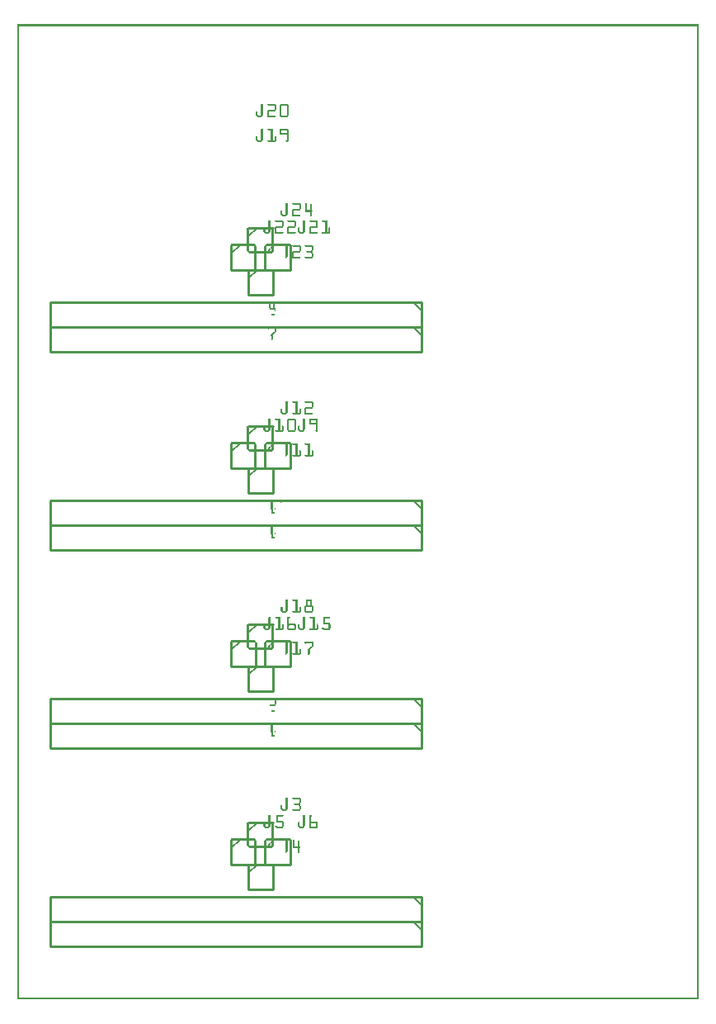
<source format=gto>
G04 MADE WITH FRITZING*
G04 WWW.FRITZING.ORG*
G04 DOUBLE SIDED*
G04 HOLES PLATED*
G04 CONTOUR ON CENTER OF CONTOUR VECTOR*
%ASAXBY*%
%FSLAX23Y23*%
%MOIN*%
%OFA0B0*%
%SFA1.0B1.0*%
%ADD10C,0.010000*%
%ADD11C,0.005000*%
%ADD12R,0.001000X0.001000*%
%LNSILK1*%
G90*
G70*
G54D10*
X1635Y316D02*
X135Y316D01*
D02*
X135Y316D02*
X135Y216D01*
D02*
X135Y216D02*
X1635Y216D01*
D02*
X1635Y216D02*
X1635Y316D01*
G54D11*
D02*
X1600Y316D02*
X1635Y281D01*
G54D10*
D02*
X1635Y416D02*
X135Y416D01*
D02*
X135Y416D02*
X135Y316D01*
D02*
X135Y316D02*
X1635Y316D01*
D02*
X1635Y316D02*
X1635Y416D01*
G54D11*
D02*
X1600Y416D02*
X1635Y381D01*
G54D10*
D02*
X1004Y546D02*
X1104Y546D01*
D02*
X1104Y546D02*
X1104Y646D01*
D02*
X865Y646D02*
X865Y546D01*
D02*
X865Y546D02*
X965Y546D01*
G54D11*
D02*
X865Y611D02*
X900Y646D01*
G54D10*
D02*
X935Y546D02*
X935Y446D01*
D02*
X935Y446D02*
X1035Y446D01*
D02*
X1035Y446D02*
X1035Y546D01*
D02*
X1035Y546D02*
X935Y546D01*
G54D11*
D02*
X935Y511D02*
X970Y546D01*
G54D10*
D02*
X1035Y716D02*
X935Y716D01*
G54D11*
D02*
X935Y681D02*
X970Y716D01*
G54D10*
D02*
X1635Y1916D02*
X135Y1916D01*
D02*
X135Y1916D02*
X135Y1816D01*
D02*
X135Y1816D02*
X1635Y1816D01*
D02*
X1635Y1816D02*
X1635Y1916D01*
G54D11*
D02*
X1600Y1916D02*
X1635Y1881D01*
G54D10*
D02*
X1635Y2016D02*
X135Y2016D01*
D02*
X135Y2016D02*
X135Y1916D01*
D02*
X135Y1916D02*
X1635Y1916D01*
D02*
X1635Y1916D02*
X1635Y2016D01*
G54D11*
D02*
X1600Y2016D02*
X1635Y1981D01*
G54D10*
D02*
X1004Y2146D02*
X1104Y2146D01*
D02*
X1104Y2146D02*
X1104Y2246D01*
D02*
X865Y2246D02*
X865Y2146D01*
D02*
X865Y2146D02*
X965Y2146D01*
G54D11*
D02*
X865Y2211D02*
X900Y2246D01*
G54D10*
D02*
X935Y2146D02*
X935Y2046D01*
D02*
X935Y2046D02*
X1035Y2046D01*
D02*
X1035Y2046D02*
X1035Y2146D01*
D02*
X1035Y2146D02*
X935Y2146D01*
G54D11*
D02*
X935Y2111D02*
X970Y2146D01*
G54D10*
D02*
X1035Y2316D02*
X935Y2316D01*
G54D11*
D02*
X935Y2281D02*
X970Y2316D01*
G54D10*
D02*
X1635Y1116D02*
X135Y1116D01*
D02*
X135Y1116D02*
X135Y1016D01*
D02*
X135Y1016D02*
X1635Y1016D01*
D02*
X1635Y1016D02*
X1635Y1116D01*
G54D11*
D02*
X1600Y1116D02*
X1635Y1081D01*
G54D10*
D02*
X1635Y1216D02*
X135Y1216D01*
D02*
X135Y1216D02*
X135Y1116D01*
D02*
X135Y1116D02*
X1635Y1116D01*
D02*
X1635Y1116D02*
X1635Y1216D01*
G54D11*
D02*
X1600Y1216D02*
X1635Y1181D01*
G54D10*
D02*
X1005Y1346D02*
X1105Y1346D01*
D02*
X1105Y1346D02*
X1105Y1446D01*
D02*
X865Y1446D02*
X865Y1346D01*
D02*
X865Y1346D02*
X965Y1346D01*
G54D11*
D02*
X865Y1411D02*
X900Y1446D01*
G54D10*
D02*
X935Y1346D02*
X935Y1246D01*
D02*
X935Y1246D02*
X1035Y1246D01*
D02*
X1035Y1246D02*
X1035Y1346D01*
D02*
X1035Y1346D02*
X935Y1346D01*
G54D11*
D02*
X935Y1311D02*
X970Y1346D01*
G54D10*
D02*
X1035Y1516D02*
X935Y1516D01*
G54D11*
D02*
X935Y1481D02*
X970Y1516D01*
G54D10*
D02*
X1635Y2716D02*
X135Y2716D01*
D02*
X135Y2716D02*
X135Y2616D01*
D02*
X135Y2616D02*
X1635Y2616D01*
D02*
X1635Y2616D02*
X1635Y2716D01*
G54D11*
D02*
X1600Y2716D02*
X1635Y2681D01*
G54D10*
D02*
X1635Y2816D02*
X135Y2816D01*
D02*
X135Y2816D02*
X135Y2716D01*
D02*
X135Y2716D02*
X1635Y2716D01*
D02*
X1635Y2716D02*
X1635Y2816D01*
G54D11*
D02*
X1600Y2816D02*
X1635Y2781D01*
G54D10*
D02*
X1004Y2946D02*
X1104Y2946D01*
D02*
X1104Y2946D02*
X1104Y3046D01*
D02*
X865Y3046D02*
X865Y2946D01*
D02*
X865Y2946D02*
X965Y2946D01*
G54D11*
D02*
X865Y3011D02*
X900Y3046D01*
G54D10*
D02*
X935Y2946D02*
X935Y2846D01*
D02*
X935Y2846D02*
X1035Y2846D01*
D02*
X1035Y2846D02*
X1035Y2946D01*
D02*
X1035Y2946D02*
X935Y2946D01*
G54D11*
D02*
X935Y2911D02*
X970Y2946D01*
G54D10*
D02*
X1035Y3116D02*
X935Y3116D01*
G54D11*
D02*
X935Y3081D02*
X970Y3116D01*
G54D12*
X0Y3937D02*
X2754Y3937D01*
X0Y3936D02*
X2754Y3936D01*
X0Y3935D02*
X2754Y3935D01*
X0Y3934D02*
X2754Y3934D01*
X0Y3933D02*
X2754Y3933D01*
X0Y3932D02*
X2754Y3932D01*
X0Y3931D02*
X2754Y3931D01*
X0Y3930D02*
X2754Y3930D01*
X0Y3929D02*
X7Y3929D01*
X2747Y3929D02*
X2754Y3929D01*
X0Y3928D02*
X7Y3928D01*
X2747Y3928D02*
X2754Y3928D01*
X0Y3927D02*
X7Y3927D01*
X2747Y3927D02*
X2754Y3927D01*
X0Y3926D02*
X7Y3926D01*
X2747Y3926D02*
X2754Y3926D01*
X0Y3925D02*
X7Y3925D01*
X2747Y3925D02*
X2754Y3925D01*
X0Y3924D02*
X7Y3924D01*
X2747Y3924D02*
X2754Y3924D01*
X0Y3923D02*
X7Y3923D01*
X2747Y3923D02*
X2754Y3923D01*
X0Y3922D02*
X7Y3922D01*
X2747Y3922D02*
X2754Y3922D01*
X0Y3921D02*
X7Y3921D01*
X2747Y3921D02*
X2754Y3921D01*
X0Y3920D02*
X7Y3920D01*
X2747Y3920D02*
X2754Y3920D01*
X0Y3919D02*
X7Y3919D01*
X2747Y3919D02*
X2754Y3919D01*
X0Y3918D02*
X7Y3918D01*
X2747Y3918D02*
X2754Y3918D01*
X0Y3917D02*
X7Y3917D01*
X2747Y3917D02*
X2754Y3917D01*
X0Y3916D02*
X7Y3916D01*
X2747Y3916D02*
X2754Y3916D01*
X0Y3915D02*
X7Y3915D01*
X2747Y3915D02*
X2754Y3915D01*
X0Y3914D02*
X7Y3914D01*
X2747Y3914D02*
X2754Y3914D01*
X0Y3913D02*
X7Y3913D01*
X2747Y3913D02*
X2754Y3913D01*
X0Y3912D02*
X7Y3912D01*
X2747Y3912D02*
X2754Y3912D01*
X0Y3911D02*
X7Y3911D01*
X2747Y3911D02*
X2754Y3911D01*
X0Y3910D02*
X7Y3910D01*
X2747Y3910D02*
X2754Y3910D01*
X0Y3909D02*
X7Y3909D01*
X2747Y3909D02*
X2754Y3909D01*
X0Y3908D02*
X7Y3908D01*
X2747Y3908D02*
X2754Y3908D01*
X0Y3907D02*
X7Y3907D01*
X2747Y3907D02*
X2754Y3907D01*
X0Y3906D02*
X7Y3906D01*
X2747Y3906D02*
X2754Y3906D01*
X0Y3905D02*
X7Y3905D01*
X2747Y3905D02*
X2754Y3905D01*
X0Y3904D02*
X7Y3904D01*
X2747Y3904D02*
X2754Y3904D01*
X0Y3903D02*
X7Y3903D01*
X2747Y3903D02*
X2754Y3903D01*
X0Y3902D02*
X7Y3902D01*
X2747Y3902D02*
X2754Y3902D01*
X0Y3901D02*
X7Y3901D01*
X2747Y3901D02*
X2754Y3901D01*
X0Y3900D02*
X7Y3900D01*
X2747Y3900D02*
X2754Y3900D01*
X0Y3899D02*
X7Y3899D01*
X2747Y3899D02*
X2754Y3899D01*
X0Y3898D02*
X7Y3898D01*
X2747Y3898D02*
X2754Y3898D01*
X0Y3897D02*
X7Y3897D01*
X2747Y3897D02*
X2754Y3897D01*
X0Y3896D02*
X7Y3896D01*
X2747Y3896D02*
X2754Y3896D01*
X0Y3895D02*
X7Y3895D01*
X2747Y3895D02*
X2754Y3895D01*
X0Y3894D02*
X7Y3894D01*
X2747Y3894D02*
X2754Y3894D01*
X0Y3893D02*
X7Y3893D01*
X2747Y3893D02*
X2754Y3893D01*
X0Y3892D02*
X7Y3892D01*
X2747Y3892D02*
X2754Y3892D01*
X0Y3891D02*
X7Y3891D01*
X2747Y3891D02*
X2754Y3891D01*
X0Y3890D02*
X7Y3890D01*
X2747Y3890D02*
X2754Y3890D01*
X0Y3889D02*
X7Y3889D01*
X2747Y3889D02*
X2754Y3889D01*
X0Y3888D02*
X7Y3888D01*
X2747Y3888D02*
X2754Y3888D01*
X0Y3887D02*
X7Y3887D01*
X2747Y3887D02*
X2754Y3887D01*
X0Y3886D02*
X7Y3886D01*
X2747Y3886D02*
X2754Y3886D01*
X0Y3885D02*
X7Y3885D01*
X2747Y3885D02*
X2754Y3885D01*
X0Y3884D02*
X7Y3884D01*
X2747Y3884D02*
X2754Y3884D01*
X0Y3883D02*
X7Y3883D01*
X2747Y3883D02*
X2754Y3883D01*
X0Y3882D02*
X7Y3882D01*
X2747Y3882D02*
X2754Y3882D01*
X0Y3881D02*
X7Y3881D01*
X2747Y3881D02*
X2754Y3881D01*
X0Y3880D02*
X7Y3880D01*
X2747Y3880D02*
X2754Y3880D01*
X0Y3879D02*
X7Y3879D01*
X2747Y3879D02*
X2754Y3879D01*
X0Y3878D02*
X7Y3878D01*
X2747Y3878D02*
X2754Y3878D01*
X0Y3877D02*
X7Y3877D01*
X2747Y3877D02*
X2754Y3877D01*
X0Y3876D02*
X7Y3876D01*
X2747Y3876D02*
X2754Y3876D01*
X0Y3875D02*
X7Y3875D01*
X2747Y3875D02*
X2754Y3875D01*
X0Y3874D02*
X7Y3874D01*
X2747Y3874D02*
X2754Y3874D01*
X0Y3873D02*
X7Y3873D01*
X2747Y3873D02*
X2754Y3873D01*
X0Y3872D02*
X7Y3872D01*
X2747Y3872D02*
X2754Y3872D01*
X0Y3871D02*
X7Y3871D01*
X2747Y3871D02*
X2754Y3871D01*
X0Y3870D02*
X7Y3870D01*
X2747Y3870D02*
X2754Y3870D01*
X0Y3869D02*
X7Y3869D01*
X2747Y3869D02*
X2754Y3869D01*
X0Y3868D02*
X7Y3868D01*
X2747Y3868D02*
X2754Y3868D01*
X0Y3867D02*
X7Y3867D01*
X2747Y3867D02*
X2754Y3867D01*
X0Y3866D02*
X7Y3866D01*
X2747Y3866D02*
X2754Y3866D01*
X0Y3865D02*
X7Y3865D01*
X2747Y3865D02*
X2754Y3865D01*
X0Y3864D02*
X7Y3864D01*
X2747Y3864D02*
X2754Y3864D01*
X0Y3863D02*
X7Y3863D01*
X2747Y3863D02*
X2754Y3863D01*
X0Y3862D02*
X7Y3862D01*
X2747Y3862D02*
X2754Y3862D01*
X0Y3861D02*
X7Y3861D01*
X2747Y3861D02*
X2754Y3861D01*
X0Y3860D02*
X7Y3860D01*
X2747Y3860D02*
X2754Y3860D01*
X0Y3859D02*
X7Y3859D01*
X2747Y3859D02*
X2754Y3859D01*
X0Y3858D02*
X7Y3858D01*
X2747Y3858D02*
X2754Y3858D01*
X0Y3857D02*
X7Y3857D01*
X2747Y3857D02*
X2754Y3857D01*
X0Y3856D02*
X7Y3856D01*
X2747Y3856D02*
X2754Y3856D01*
X0Y3855D02*
X7Y3855D01*
X2747Y3855D02*
X2754Y3855D01*
X0Y3854D02*
X7Y3854D01*
X2747Y3854D02*
X2754Y3854D01*
X0Y3853D02*
X7Y3853D01*
X2747Y3853D02*
X2754Y3853D01*
X0Y3852D02*
X7Y3852D01*
X2747Y3852D02*
X2754Y3852D01*
X0Y3851D02*
X7Y3851D01*
X2747Y3851D02*
X2754Y3851D01*
X0Y3850D02*
X7Y3850D01*
X2747Y3850D02*
X2754Y3850D01*
X0Y3849D02*
X7Y3849D01*
X2747Y3849D02*
X2754Y3849D01*
X0Y3848D02*
X7Y3848D01*
X2747Y3848D02*
X2754Y3848D01*
X0Y3847D02*
X7Y3847D01*
X2747Y3847D02*
X2754Y3847D01*
X0Y3846D02*
X7Y3846D01*
X2747Y3846D02*
X2754Y3846D01*
X0Y3845D02*
X7Y3845D01*
X2747Y3845D02*
X2754Y3845D01*
X0Y3844D02*
X7Y3844D01*
X2747Y3844D02*
X2754Y3844D01*
X0Y3843D02*
X7Y3843D01*
X2747Y3843D02*
X2754Y3843D01*
X0Y3842D02*
X7Y3842D01*
X2747Y3842D02*
X2754Y3842D01*
X0Y3841D02*
X7Y3841D01*
X2747Y3841D02*
X2754Y3841D01*
X0Y3840D02*
X7Y3840D01*
X2747Y3840D02*
X2754Y3840D01*
X0Y3839D02*
X7Y3839D01*
X2747Y3839D02*
X2754Y3839D01*
X0Y3838D02*
X7Y3838D01*
X2747Y3838D02*
X2754Y3838D01*
X0Y3837D02*
X7Y3837D01*
X2747Y3837D02*
X2754Y3837D01*
X0Y3836D02*
X7Y3836D01*
X2747Y3836D02*
X2754Y3836D01*
X0Y3835D02*
X7Y3835D01*
X2747Y3835D02*
X2754Y3835D01*
X0Y3834D02*
X7Y3834D01*
X2747Y3834D02*
X2754Y3834D01*
X0Y3833D02*
X7Y3833D01*
X2747Y3833D02*
X2754Y3833D01*
X0Y3832D02*
X7Y3832D01*
X2747Y3832D02*
X2754Y3832D01*
X0Y3831D02*
X7Y3831D01*
X2747Y3831D02*
X2754Y3831D01*
X0Y3830D02*
X7Y3830D01*
X2747Y3830D02*
X2754Y3830D01*
X0Y3829D02*
X7Y3829D01*
X2747Y3829D02*
X2754Y3829D01*
X0Y3828D02*
X7Y3828D01*
X2747Y3828D02*
X2754Y3828D01*
X0Y3827D02*
X7Y3827D01*
X2747Y3827D02*
X2754Y3827D01*
X0Y3826D02*
X7Y3826D01*
X2747Y3826D02*
X2754Y3826D01*
X0Y3825D02*
X7Y3825D01*
X2747Y3825D02*
X2754Y3825D01*
X0Y3824D02*
X7Y3824D01*
X2747Y3824D02*
X2754Y3824D01*
X0Y3823D02*
X7Y3823D01*
X2747Y3823D02*
X2754Y3823D01*
X0Y3822D02*
X7Y3822D01*
X2747Y3822D02*
X2754Y3822D01*
X0Y3821D02*
X7Y3821D01*
X2747Y3821D02*
X2754Y3821D01*
X0Y3820D02*
X7Y3820D01*
X2747Y3820D02*
X2754Y3820D01*
X0Y3819D02*
X7Y3819D01*
X2747Y3819D02*
X2754Y3819D01*
X0Y3818D02*
X7Y3818D01*
X2747Y3818D02*
X2754Y3818D01*
X0Y3817D02*
X7Y3817D01*
X2747Y3817D02*
X2754Y3817D01*
X0Y3816D02*
X7Y3816D01*
X2747Y3816D02*
X2754Y3816D01*
X0Y3815D02*
X7Y3815D01*
X2747Y3815D02*
X2754Y3815D01*
X0Y3814D02*
X7Y3814D01*
X2747Y3814D02*
X2754Y3814D01*
X0Y3813D02*
X7Y3813D01*
X2747Y3813D02*
X2754Y3813D01*
X0Y3812D02*
X7Y3812D01*
X2747Y3812D02*
X2754Y3812D01*
X0Y3811D02*
X7Y3811D01*
X2747Y3811D02*
X2754Y3811D01*
X0Y3810D02*
X7Y3810D01*
X2747Y3810D02*
X2754Y3810D01*
X0Y3809D02*
X7Y3809D01*
X2747Y3809D02*
X2754Y3809D01*
X0Y3808D02*
X7Y3808D01*
X2747Y3808D02*
X2754Y3808D01*
X0Y3807D02*
X7Y3807D01*
X2747Y3807D02*
X2754Y3807D01*
X0Y3806D02*
X7Y3806D01*
X2747Y3806D02*
X2754Y3806D01*
X0Y3805D02*
X7Y3805D01*
X2747Y3805D02*
X2754Y3805D01*
X0Y3804D02*
X7Y3804D01*
X2747Y3804D02*
X2754Y3804D01*
X0Y3803D02*
X7Y3803D01*
X2747Y3803D02*
X2754Y3803D01*
X0Y3802D02*
X7Y3802D01*
X2747Y3802D02*
X2754Y3802D01*
X0Y3801D02*
X7Y3801D01*
X2747Y3801D02*
X2754Y3801D01*
X0Y3800D02*
X7Y3800D01*
X2747Y3800D02*
X2754Y3800D01*
X0Y3799D02*
X7Y3799D01*
X2747Y3799D02*
X2754Y3799D01*
X0Y3798D02*
X7Y3798D01*
X2747Y3798D02*
X2754Y3798D01*
X0Y3797D02*
X7Y3797D01*
X2747Y3797D02*
X2754Y3797D01*
X0Y3796D02*
X7Y3796D01*
X2747Y3796D02*
X2754Y3796D01*
X0Y3795D02*
X7Y3795D01*
X2747Y3795D02*
X2754Y3795D01*
X0Y3794D02*
X7Y3794D01*
X2747Y3794D02*
X2754Y3794D01*
X0Y3793D02*
X7Y3793D01*
X2747Y3793D02*
X2754Y3793D01*
X0Y3792D02*
X7Y3792D01*
X2747Y3792D02*
X2754Y3792D01*
X0Y3791D02*
X7Y3791D01*
X2747Y3791D02*
X2754Y3791D01*
X0Y3790D02*
X7Y3790D01*
X2747Y3790D02*
X2754Y3790D01*
X0Y3789D02*
X7Y3789D01*
X2747Y3789D02*
X2754Y3789D01*
X0Y3788D02*
X7Y3788D01*
X2747Y3788D02*
X2754Y3788D01*
X0Y3787D02*
X7Y3787D01*
X2747Y3787D02*
X2754Y3787D01*
X0Y3786D02*
X7Y3786D01*
X2747Y3786D02*
X2754Y3786D01*
X0Y3785D02*
X7Y3785D01*
X2747Y3785D02*
X2754Y3785D01*
X0Y3784D02*
X7Y3784D01*
X2747Y3784D02*
X2754Y3784D01*
X0Y3783D02*
X7Y3783D01*
X2747Y3783D02*
X2754Y3783D01*
X0Y3782D02*
X7Y3782D01*
X2747Y3782D02*
X2754Y3782D01*
X0Y3781D02*
X7Y3781D01*
X2747Y3781D02*
X2754Y3781D01*
X0Y3780D02*
X7Y3780D01*
X2747Y3780D02*
X2754Y3780D01*
X0Y3779D02*
X7Y3779D01*
X2747Y3779D02*
X2754Y3779D01*
X0Y3778D02*
X7Y3778D01*
X2747Y3778D02*
X2754Y3778D01*
X0Y3777D02*
X7Y3777D01*
X2747Y3777D02*
X2754Y3777D01*
X0Y3776D02*
X7Y3776D01*
X2747Y3776D02*
X2754Y3776D01*
X0Y3775D02*
X7Y3775D01*
X2747Y3775D02*
X2754Y3775D01*
X0Y3774D02*
X7Y3774D01*
X2747Y3774D02*
X2754Y3774D01*
X0Y3773D02*
X7Y3773D01*
X2747Y3773D02*
X2754Y3773D01*
X0Y3772D02*
X7Y3772D01*
X2747Y3772D02*
X2754Y3772D01*
X0Y3771D02*
X7Y3771D01*
X2747Y3771D02*
X2754Y3771D01*
X0Y3770D02*
X7Y3770D01*
X2747Y3770D02*
X2754Y3770D01*
X0Y3769D02*
X7Y3769D01*
X2747Y3769D02*
X2754Y3769D01*
X0Y3768D02*
X7Y3768D01*
X2747Y3768D02*
X2754Y3768D01*
X0Y3767D02*
X7Y3767D01*
X2747Y3767D02*
X2754Y3767D01*
X0Y3766D02*
X7Y3766D01*
X2747Y3766D02*
X2754Y3766D01*
X0Y3765D02*
X7Y3765D01*
X2747Y3765D02*
X2754Y3765D01*
X0Y3764D02*
X7Y3764D01*
X2747Y3764D02*
X2754Y3764D01*
X0Y3763D02*
X7Y3763D01*
X2747Y3763D02*
X2754Y3763D01*
X0Y3762D02*
X7Y3762D01*
X2747Y3762D02*
X2754Y3762D01*
X0Y3761D02*
X7Y3761D01*
X2747Y3761D02*
X2754Y3761D01*
X0Y3760D02*
X7Y3760D01*
X2747Y3760D02*
X2754Y3760D01*
X0Y3759D02*
X7Y3759D01*
X2747Y3759D02*
X2754Y3759D01*
X0Y3758D02*
X7Y3758D01*
X2747Y3758D02*
X2754Y3758D01*
X0Y3757D02*
X7Y3757D01*
X2747Y3757D02*
X2754Y3757D01*
X0Y3756D02*
X7Y3756D01*
X2747Y3756D02*
X2754Y3756D01*
X0Y3755D02*
X7Y3755D01*
X2747Y3755D02*
X2754Y3755D01*
X0Y3754D02*
X7Y3754D01*
X2747Y3754D02*
X2754Y3754D01*
X0Y3753D02*
X7Y3753D01*
X2747Y3753D02*
X2754Y3753D01*
X0Y3752D02*
X7Y3752D01*
X2747Y3752D02*
X2754Y3752D01*
X0Y3751D02*
X7Y3751D01*
X2747Y3751D02*
X2754Y3751D01*
X0Y3750D02*
X7Y3750D01*
X2747Y3750D02*
X2754Y3750D01*
X0Y3749D02*
X7Y3749D01*
X2747Y3749D02*
X2754Y3749D01*
X0Y3748D02*
X7Y3748D01*
X2747Y3748D02*
X2754Y3748D01*
X0Y3747D02*
X7Y3747D01*
X2747Y3747D02*
X2754Y3747D01*
X0Y3746D02*
X7Y3746D01*
X2747Y3746D02*
X2754Y3746D01*
X0Y3745D02*
X7Y3745D01*
X2747Y3745D02*
X2754Y3745D01*
X0Y3744D02*
X7Y3744D01*
X2747Y3744D02*
X2754Y3744D01*
X0Y3743D02*
X7Y3743D01*
X2747Y3743D02*
X2754Y3743D01*
X0Y3742D02*
X7Y3742D01*
X2747Y3742D02*
X2754Y3742D01*
X0Y3741D02*
X7Y3741D01*
X2747Y3741D02*
X2754Y3741D01*
X0Y3740D02*
X7Y3740D01*
X2747Y3740D02*
X2754Y3740D01*
X0Y3739D02*
X7Y3739D01*
X2747Y3739D02*
X2754Y3739D01*
X0Y3738D02*
X7Y3738D01*
X2747Y3738D02*
X2754Y3738D01*
X0Y3737D02*
X7Y3737D01*
X2747Y3737D02*
X2754Y3737D01*
X0Y3736D02*
X7Y3736D01*
X2747Y3736D02*
X2754Y3736D01*
X0Y3735D02*
X7Y3735D01*
X2747Y3735D02*
X2754Y3735D01*
X0Y3734D02*
X7Y3734D01*
X2747Y3734D02*
X2754Y3734D01*
X0Y3733D02*
X7Y3733D01*
X2747Y3733D02*
X2754Y3733D01*
X0Y3732D02*
X7Y3732D01*
X2747Y3732D02*
X2754Y3732D01*
X0Y3731D02*
X7Y3731D01*
X2747Y3731D02*
X2754Y3731D01*
X0Y3730D02*
X7Y3730D01*
X2747Y3730D02*
X2754Y3730D01*
X0Y3729D02*
X7Y3729D01*
X2747Y3729D02*
X2754Y3729D01*
X0Y3728D02*
X7Y3728D01*
X2747Y3728D02*
X2754Y3728D01*
X0Y3727D02*
X7Y3727D01*
X2747Y3727D02*
X2754Y3727D01*
X0Y3726D02*
X7Y3726D01*
X2747Y3726D02*
X2754Y3726D01*
X0Y3725D02*
X7Y3725D01*
X2747Y3725D02*
X2754Y3725D01*
X0Y3724D02*
X7Y3724D01*
X2747Y3724D02*
X2754Y3724D01*
X0Y3723D02*
X7Y3723D01*
X2747Y3723D02*
X2754Y3723D01*
X0Y3722D02*
X7Y3722D01*
X2747Y3722D02*
X2754Y3722D01*
X0Y3721D02*
X7Y3721D01*
X2747Y3721D02*
X2754Y3721D01*
X0Y3720D02*
X7Y3720D01*
X2747Y3720D02*
X2754Y3720D01*
X0Y3719D02*
X7Y3719D01*
X2747Y3719D02*
X2754Y3719D01*
X0Y3718D02*
X7Y3718D01*
X2747Y3718D02*
X2754Y3718D01*
X0Y3717D02*
X7Y3717D01*
X2747Y3717D02*
X2754Y3717D01*
X0Y3716D02*
X7Y3716D01*
X2747Y3716D02*
X2754Y3716D01*
X0Y3715D02*
X7Y3715D01*
X2747Y3715D02*
X2754Y3715D01*
X0Y3714D02*
X7Y3714D01*
X2747Y3714D02*
X2754Y3714D01*
X0Y3713D02*
X7Y3713D01*
X2747Y3713D02*
X2754Y3713D01*
X0Y3712D02*
X7Y3712D01*
X2747Y3712D02*
X2754Y3712D01*
X0Y3711D02*
X7Y3711D01*
X2747Y3711D02*
X2754Y3711D01*
X0Y3710D02*
X7Y3710D01*
X2747Y3710D02*
X2754Y3710D01*
X0Y3709D02*
X7Y3709D01*
X2747Y3709D02*
X2754Y3709D01*
X0Y3708D02*
X7Y3708D01*
X2747Y3708D02*
X2754Y3708D01*
X0Y3707D02*
X7Y3707D01*
X2747Y3707D02*
X2754Y3707D01*
X0Y3706D02*
X7Y3706D01*
X2747Y3706D02*
X2754Y3706D01*
X0Y3705D02*
X7Y3705D01*
X2747Y3705D02*
X2754Y3705D01*
X0Y3704D02*
X7Y3704D01*
X2747Y3704D02*
X2754Y3704D01*
X0Y3703D02*
X7Y3703D01*
X2747Y3703D02*
X2754Y3703D01*
X0Y3702D02*
X7Y3702D01*
X2747Y3702D02*
X2754Y3702D01*
X0Y3701D02*
X7Y3701D01*
X2747Y3701D02*
X2754Y3701D01*
X0Y3700D02*
X7Y3700D01*
X2747Y3700D02*
X2754Y3700D01*
X0Y3699D02*
X7Y3699D01*
X2747Y3699D02*
X2754Y3699D01*
X0Y3698D02*
X7Y3698D01*
X2747Y3698D02*
X2754Y3698D01*
X0Y3697D02*
X7Y3697D01*
X2747Y3697D02*
X2754Y3697D01*
X0Y3696D02*
X7Y3696D01*
X2747Y3696D02*
X2754Y3696D01*
X0Y3695D02*
X7Y3695D01*
X2747Y3695D02*
X2754Y3695D01*
X0Y3694D02*
X7Y3694D01*
X2747Y3694D02*
X2754Y3694D01*
X0Y3693D02*
X7Y3693D01*
X2747Y3693D02*
X2754Y3693D01*
X0Y3692D02*
X7Y3692D01*
X2747Y3692D02*
X2754Y3692D01*
X0Y3691D02*
X7Y3691D01*
X2747Y3691D02*
X2754Y3691D01*
X0Y3690D02*
X7Y3690D01*
X2747Y3690D02*
X2754Y3690D01*
X0Y3689D02*
X7Y3689D01*
X2747Y3689D02*
X2754Y3689D01*
X0Y3688D02*
X7Y3688D01*
X2747Y3688D02*
X2754Y3688D01*
X0Y3687D02*
X7Y3687D01*
X2747Y3687D02*
X2754Y3687D01*
X0Y3686D02*
X7Y3686D01*
X2747Y3686D02*
X2754Y3686D01*
X0Y3685D02*
X7Y3685D01*
X2747Y3685D02*
X2754Y3685D01*
X0Y3684D02*
X7Y3684D01*
X2747Y3684D02*
X2754Y3684D01*
X0Y3683D02*
X7Y3683D01*
X2747Y3683D02*
X2754Y3683D01*
X0Y3682D02*
X7Y3682D01*
X2747Y3682D02*
X2754Y3682D01*
X0Y3681D02*
X7Y3681D01*
X2747Y3681D02*
X2754Y3681D01*
X0Y3680D02*
X7Y3680D01*
X2747Y3680D02*
X2754Y3680D01*
X0Y3679D02*
X7Y3679D01*
X2747Y3679D02*
X2754Y3679D01*
X0Y3678D02*
X7Y3678D01*
X2747Y3678D02*
X2754Y3678D01*
X0Y3677D02*
X7Y3677D01*
X2747Y3677D02*
X2754Y3677D01*
X0Y3676D02*
X7Y3676D01*
X2747Y3676D02*
X2754Y3676D01*
X0Y3675D02*
X7Y3675D01*
X2747Y3675D02*
X2754Y3675D01*
X0Y3674D02*
X7Y3674D01*
X2747Y3674D02*
X2754Y3674D01*
X0Y3673D02*
X7Y3673D01*
X2747Y3673D02*
X2754Y3673D01*
X0Y3672D02*
X7Y3672D01*
X2747Y3672D02*
X2754Y3672D01*
X0Y3671D02*
X7Y3671D01*
X2747Y3671D02*
X2754Y3671D01*
X0Y3670D02*
X7Y3670D01*
X2747Y3670D02*
X2754Y3670D01*
X0Y3669D02*
X7Y3669D01*
X2747Y3669D02*
X2754Y3669D01*
X0Y3668D02*
X7Y3668D01*
X2747Y3668D02*
X2754Y3668D01*
X0Y3667D02*
X7Y3667D01*
X2747Y3667D02*
X2754Y3667D01*
X0Y3666D02*
X7Y3666D01*
X2747Y3666D02*
X2754Y3666D01*
X0Y3665D02*
X7Y3665D01*
X2747Y3665D02*
X2754Y3665D01*
X0Y3664D02*
X7Y3664D01*
X2747Y3664D02*
X2754Y3664D01*
X0Y3663D02*
X7Y3663D01*
X2747Y3663D02*
X2754Y3663D01*
X0Y3662D02*
X7Y3662D01*
X2747Y3662D02*
X2754Y3662D01*
X0Y3661D02*
X7Y3661D01*
X2747Y3661D02*
X2754Y3661D01*
X0Y3660D02*
X7Y3660D01*
X2747Y3660D02*
X2754Y3660D01*
X0Y3659D02*
X7Y3659D01*
X2747Y3659D02*
X2754Y3659D01*
X0Y3658D02*
X7Y3658D01*
X2747Y3658D02*
X2754Y3658D01*
X0Y3657D02*
X7Y3657D01*
X2747Y3657D02*
X2754Y3657D01*
X0Y3656D02*
X7Y3656D01*
X2747Y3656D02*
X2754Y3656D01*
X0Y3655D02*
X7Y3655D01*
X2747Y3655D02*
X2754Y3655D01*
X0Y3654D02*
X7Y3654D01*
X2747Y3654D02*
X2754Y3654D01*
X0Y3653D02*
X7Y3653D01*
X2747Y3653D02*
X2754Y3653D01*
X0Y3652D02*
X7Y3652D01*
X2747Y3652D02*
X2754Y3652D01*
X0Y3651D02*
X7Y3651D01*
X2747Y3651D02*
X2754Y3651D01*
X0Y3650D02*
X7Y3650D01*
X2747Y3650D02*
X2754Y3650D01*
X0Y3649D02*
X7Y3649D01*
X2747Y3649D02*
X2754Y3649D01*
X0Y3648D02*
X7Y3648D01*
X2747Y3648D02*
X2754Y3648D01*
X0Y3647D02*
X7Y3647D01*
X2747Y3647D02*
X2754Y3647D01*
X0Y3646D02*
X7Y3646D01*
X2747Y3646D02*
X2754Y3646D01*
X0Y3645D02*
X7Y3645D01*
X2747Y3645D02*
X2754Y3645D01*
X0Y3644D02*
X7Y3644D01*
X2747Y3644D02*
X2754Y3644D01*
X0Y3643D02*
X7Y3643D01*
X2747Y3643D02*
X2754Y3643D01*
X0Y3642D02*
X7Y3642D01*
X2747Y3642D02*
X2754Y3642D01*
X0Y3641D02*
X7Y3641D01*
X2747Y3641D02*
X2754Y3641D01*
X0Y3640D02*
X7Y3640D01*
X2747Y3640D02*
X2754Y3640D01*
X0Y3639D02*
X7Y3639D01*
X2747Y3639D02*
X2754Y3639D01*
X0Y3638D02*
X7Y3638D01*
X2747Y3638D02*
X2754Y3638D01*
X0Y3637D02*
X7Y3637D01*
X2747Y3637D02*
X2754Y3637D01*
X0Y3636D02*
X7Y3636D01*
X2747Y3636D02*
X2754Y3636D01*
X0Y3635D02*
X7Y3635D01*
X2747Y3635D02*
X2754Y3635D01*
X0Y3634D02*
X7Y3634D01*
X2747Y3634D02*
X2754Y3634D01*
X0Y3633D02*
X7Y3633D01*
X2747Y3633D02*
X2754Y3633D01*
X0Y3632D02*
X7Y3632D01*
X2747Y3632D02*
X2754Y3632D01*
X0Y3631D02*
X7Y3631D01*
X2747Y3631D02*
X2754Y3631D01*
X0Y3630D02*
X7Y3630D01*
X2747Y3630D02*
X2754Y3630D01*
X0Y3629D02*
X7Y3629D01*
X2747Y3629D02*
X2754Y3629D01*
X0Y3628D02*
X7Y3628D01*
X2747Y3628D02*
X2754Y3628D01*
X0Y3627D02*
X7Y3627D01*
X2747Y3627D02*
X2754Y3627D01*
X0Y3626D02*
X7Y3626D01*
X2747Y3626D02*
X2754Y3626D01*
X0Y3625D02*
X7Y3625D01*
X2747Y3625D02*
X2754Y3625D01*
X0Y3624D02*
X7Y3624D01*
X2747Y3624D02*
X2754Y3624D01*
X0Y3623D02*
X7Y3623D01*
X2747Y3623D02*
X2754Y3623D01*
X0Y3622D02*
X7Y3622D01*
X2747Y3622D02*
X2754Y3622D01*
X0Y3621D02*
X7Y3621D01*
X2747Y3621D02*
X2754Y3621D01*
X0Y3620D02*
X7Y3620D01*
X2747Y3620D02*
X2754Y3620D01*
X0Y3619D02*
X7Y3619D01*
X2747Y3619D02*
X2754Y3619D01*
X0Y3618D02*
X7Y3618D01*
X2747Y3618D02*
X2754Y3618D01*
X0Y3617D02*
X7Y3617D01*
X2747Y3617D02*
X2754Y3617D01*
X0Y3616D02*
X7Y3616D01*
X988Y3616D02*
X990Y3616D01*
X1014Y3616D02*
X1041Y3616D01*
X1067Y3616D02*
X1091Y3616D01*
X2747Y3616D02*
X2754Y3616D01*
X0Y3615D02*
X7Y3615D01*
X987Y3615D02*
X991Y3615D01*
X1013Y3615D02*
X1043Y3615D01*
X1065Y3615D02*
X1093Y3615D01*
X2747Y3615D02*
X2754Y3615D01*
X0Y3614D02*
X7Y3614D01*
X986Y3614D02*
X992Y3614D01*
X1012Y3614D02*
X1044Y3614D01*
X1064Y3614D02*
X1094Y3614D01*
X2747Y3614D02*
X2754Y3614D01*
X0Y3613D02*
X7Y3613D01*
X986Y3613D02*
X992Y3613D01*
X1012Y3613D02*
X1045Y3613D01*
X1063Y3613D02*
X1095Y3613D01*
X2747Y3613D02*
X2754Y3613D01*
X0Y3612D02*
X7Y3612D01*
X986Y3612D02*
X992Y3612D01*
X1012Y3612D02*
X1045Y3612D01*
X1063Y3612D02*
X1095Y3612D01*
X2747Y3612D02*
X2754Y3612D01*
X0Y3611D02*
X7Y3611D01*
X986Y3611D02*
X992Y3611D01*
X1013Y3611D02*
X1045Y3611D01*
X1062Y3611D02*
X1095Y3611D01*
X2747Y3611D02*
X2754Y3611D01*
X0Y3610D02*
X7Y3610D01*
X986Y3610D02*
X992Y3610D01*
X1014Y3610D02*
X1046Y3610D01*
X1062Y3610D02*
X1096Y3610D01*
X2747Y3610D02*
X2754Y3610D01*
X0Y3609D02*
X7Y3609D01*
X986Y3609D02*
X992Y3609D01*
X1040Y3609D02*
X1046Y3609D01*
X1062Y3609D02*
X1068Y3609D01*
X1090Y3609D02*
X1096Y3609D01*
X2747Y3609D02*
X2754Y3609D01*
X0Y3608D02*
X7Y3608D01*
X986Y3608D02*
X992Y3608D01*
X1040Y3608D02*
X1046Y3608D01*
X1062Y3608D02*
X1068Y3608D01*
X1090Y3608D02*
X1096Y3608D01*
X2747Y3608D02*
X2754Y3608D01*
X0Y3607D02*
X7Y3607D01*
X986Y3607D02*
X992Y3607D01*
X1040Y3607D02*
X1046Y3607D01*
X1062Y3607D02*
X1068Y3607D01*
X1090Y3607D02*
X1096Y3607D01*
X2747Y3607D02*
X2754Y3607D01*
X0Y3606D02*
X7Y3606D01*
X986Y3606D02*
X992Y3606D01*
X1040Y3606D02*
X1046Y3606D01*
X1062Y3606D02*
X1068Y3606D01*
X1090Y3606D02*
X1096Y3606D01*
X2747Y3606D02*
X2754Y3606D01*
X0Y3605D02*
X7Y3605D01*
X986Y3605D02*
X992Y3605D01*
X1040Y3605D02*
X1046Y3605D01*
X1062Y3605D02*
X1068Y3605D01*
X1090Y3605D02*
X1096Y3605D01*
X2747Y3605D02*
X2754Y3605D01*
X0Y3604D02*
X7Y3604D01*
X986Y3604D02*
X992Y3604D01*
X1040Y3604D02*
X1046Y3604D01*
X1062Y3604D02*
X1068Y3604D01*
X1090Y3604D02*
X1096Y3604D01*
X2747Y3604D02*
X2754Y3604D01*
X0Y3603D02*
X7Y3603D01*
X986Y3603D02*
X992Y3603D01*
X1040Y3603D02*
X1046Y3603D01*
X1062Y3603D02*
X1068Y3603D01*
X1090Y3603D02*
X1096Y3603D01*
X2747Y3603D02*
X2754Y3603D01*
X0Y3602D02*
X7Y3602D01*
X986Y3602D02*
X992Y3602D01*
X1040Y3602D02*
X1046Y3602D01*
X1062Y3602D02*
X1068Y3602D01*
X1090Y3602D02*
X1096Y3602D01*
X2747Y3602D02*
X2754Y3602D01*
X0Y3601D02*
X7Y3601D01*
X986Y3601D02*
X992Y3601D01*
X1040Y3601D02*
X1046Y3601D01*
X1062Y3601D02*
X1068Y3601D01*
X1090Y3601D02*
X1096Y3601D01*
X2747Y3601D02*
X2754Y3601D01*
X0Y3600D02*
X7Y3600D01*
X986Y3600D02*
X992Y3600D01*
X1040Y3600D02*
X1046Y3600D01*
X1062Y3600D02*
X1068Y3600D01*
X1090Y3600D02*
X1096Y3600D01*
X2747Y3600D02*
X2754Y3600D01*
X0Y3599D02*
X7Y3599D01*
X986Y3599D02*
X992Y3599D01*
X1040Y3599D02*
X1046Y3599D01*
X1062Y3599D02*
X1068Y3599D01*
X1090Y3599D02*
X1096Y3599D01*
X2747Y3599D02*
X2754Y3599D01*
X0Y3598D02*
X7Y3598D01*
X986Y3598D02*
X992Y3598D01*
X1040Y3598D02*
X1046Y3598D01*
X1062Y3598D02*
X1068Y3598D01*
X1090Y3598D02*
X1096Y3598D01*
X2747Y3598D02*
X2754Y3598D01*
X0Y3597D02*
X7Y3597D01*
X986Y3597D02*
X992Y3597D01*
X1040Y3597D02*
X1046Y3597D01*
X1062Y3597D02*
X1068Y3597D01*
X1090Y3597D02*
X1096Y3597D01*
X2747Y3597D02*
X2754Y3597D01*
X0Y3596D02*
X7Y3596D01*
X986Y3596D02*
X992Y3596D01*
X1040Y3596D02*
X1046Y3596D01*
X1062Y3596D02*
X1068Y3596D01*
X1090Y3596D02*
X1096Y3596D01*
X2747Y3596D02*
X2754Y3596D01*
X0Y3595D02*
X7Y3595D01*
X986Y3595D02*
X992Y3595D01*
X1040Y3595D02*
X1046Y3595D01*
X1062Y3595D02*
X1068Y3595D01*
X1090Y3595D02*
X1096Y3595D01*
X2747Y3595D02*
X2754Y3595D01*
X0Y3594D02*
X7Y3594D01*
X986Y3594D02*
X992Y3594D01*
X1040Y3594D02*
X1046Y3594D01*
X1062Y3594D02*
X1068Y3594D01*
X1090Y3594D02*
X1096Y3594D01*
X2747Y3594D02*
X2754Y3594D01*
X0Y3593D02*
X7Y3593D01*
X986Y3593D02*
X992Y3593D01*
X1039Y3593D02*
X1046Y3593D01*
X1062Y3593D02*
X1068Y3593D01*
X1090Y3593D02*
X1096Y3593D01*
X2747Y3593D02*
X2754Y3593D01*
X0Y3592D02*
X7Y3592D01*
X986Y3592D02*
X992Y3592D01*
X1016Y3592D02*
X1046Y3592D01*
X1062Y3592D02*
X1068Y3592D01*
X1090Y3592D02*
X1096Y3592D01*
X2747Y3592D02*
X2754Y3592D01*
X0Y3591D02*
X7Y3591D01*
X986Y3591D02*
X992Y3591D01*
X1014Y3591D02*
X1045Y3591D01*
X1062Y3591D02*
X1068Y3591D01*
X1090Y3591D02*
X1096Y3591D01*
X2747Y3591D02*
X2754Y3591D01*
X0Y3590D02*
X7Y3590D01*
X986Y3590D02*
X992Y3590D01*
X1013Y3590D02*
X1045Y3590D01*
X1062Y3590D02*
X1068Y3590D01*
X1090Y3590D02*
X1096Y3590D01*
X2747Y3590D02*
X2754Y3590D01*
X0Y3589D02*
X7Y3589D01*
X986Y3589D02*
X992Y3589D01*
X1013Y3589D02*
X1044Y3589D01*
X1062Y3589D02*
X1068Y3589D01*
X1090Y3589D02*
X1096Y3589D01*
X2747Y3589D02*
X2754Y3589D01*
X0Y3588D02*
X7Y3588D01*
X986Y3588D02*
X992Y3588D01*
X1012Y3588D02*
X1044Y3588D01*
X1062Y3588D02*
X1068Y3588D01*
X1090Y3588D02*
X1096Y3588D01*
X2747Y3588D02*
X2754Y3588D01*
X0Y3587D02*
X7Y3587D01*
X986Y3587D02*
X992Y3587D01*
X1012Y3587D02*
X1042Y3587D01*
X1062Y3587D02*
X1068Y3587D01*
X1090Y3587D02*
X1096Y3587D01*
X2747Y3587D02*
X2754Y3587D01*
X0Y3586D02*
X7Y3586D01*
X967Y3586D02*
X970Y3586D01*
X986Y3586D02*
X992Y3586D01*
X1012Y3586D02*
X1040Y3586D01*
X1062Y3586D02*
X1068Y3586D01*
X1090Y3586D02*
X1096Y3586D01*
X2747Y3586D02*
X2754Y3586D01*
X0Y3585D02*
X7Y3585D01*
X966Y3585D02*
X971Y3585D01*
X986Y3585D02*
X992Y3585D01*
X1012Y3585D02*
X1018Y3585D01*
X1062Y3585D02*
X1068Y3585D01*
X1090Y3585D02*
X1096Y3585D01*
X2747Y3585D02*
X2754Y3585D01*
X0Y3584D02*
X7Y3584D01*
X966Y3584D02*
X971Y3584D01*
X986Y3584D02*
X992Y3584D01*
X1012Y3584D02*
X1018Y3584D01*
X1062Y3584D02*
X1068Y3584D01*
X1090Y3584D02*
X1096Y3584D01*
X2747Y3584D02*
X2754Y3584D01*
X0Y3583D02*
X7Y3583D01*
X965Y3583D02*
X971Y3583D01*
X986Y3583D02*
X992Y3583D01*
X1012Y3583D02*
X1018Y3583D01*
X1062Y3583D02*
X1068Y3583D01*
X1090Y3583D02*
X1096Y3583D01*
X2747Y3583D02*
X2754Y3583D01*
X0Y3582D02*
X7Y3582D01*
X965Y3582D02*
X971Y3582D01*
X986Y3582D02*
X992Y3582D01*
X1012Y3582D02*
X1018Y3582D01*
X1062Y3582D02*
X1068Y3582D01*
X1090Y3582D02*
X1096Y3582D01*
X2747Y3582D02*
X2754Y3582D01*
X0Y3581D02*
X7Y3581D01*
X965Y3581D02*
X971Y3581D01*
X986Y3581D02*
X992Y3581D01*
X1012Y3581D02*
X1018Y3581D01*
X1062Y3581D02*
X1068Y3581D01*
X1090Y3581D02*
X1096Y3581D01*
X2747Y3581D02*
X2754Y3581D01*
X0Y3580D02*
X7Y3580D01*
X965Y3580D02*
X971Y3580D01*
X986Y3580D02*
X992Y3580D01*
X1012Y3580D02*
X1018Y3580D01*
X1062Y3580D02*
X1068Y3580D01*
X1090Y3580D02*
X1096Y3580D01*
X2747Y3580D02*
X2754Y3580D01*
X0Y3579D02*
X7Y3579D01*
X965Y3579D02*
X971Y3579D01*
X986Y3579D02*
X992Y3579D01*
X1012Y3579D02*
X1018Y3579D01*
X1062Y3579D02*
X1068Y3579D01*
X1090Y3579D02*
X1096Y3579D01*
X2747Y3579D02*
X2754Y3579D01*
X0Y3578D02*
X7Y3578D01*
X965Y3578D02*
X971Y3578D01*
X986Y3578D02*
X992Y3578D01*
X1012Y3578D02*
X1018Y3578D01*
X1062Y3578D02*
X1068Y3578D01*
X1090Y3578D02*
X1096Y3578D01*
X2747Y3578D02*
X2754Y3578D01*
X0Y3577D02*
X7Y3577D01*
X965Y3577D02*
X971Y3577D01*
X986Y3577D02*
X992Y3577D01*
X1012Y3577D02*
X1018Y3577D01*
X1062Y3577D02*
X1068Y3577D01*
X1090Y3577D02*
X1096Y3577D01*
X2747Y3577D02*
X2754Y3577D01*
X0Y3576D02*
X7Y3576D01*
X965Y3576D02*
X971Y3576D01*
X986Y3576D02*
X992Y3576D01*
X1012Y3576D02*
X1018Y3576D01*
X1062Y3576D02*
X1068Y3576D01*
X1090Y3576D02*
X1096Y3576D01*
X2747Y3576D02*
X2754Y3576D01*
X0Y3575D02*
X7Y3575D01*
X965Y3575D02*
X971Y3575D01*
X986Y3575D02*
X992Y3575D01*
X1012Y3575D02*
X1018Y3575D01*
X1062Y3575D02*
X1068Y3575D01*
X1090Y3575D02*
X1096Y3575D01*
X2747Y3575D02*
X2754Y3575D01*
X0Y3574D02*
X7Y3574D01*
X965Y3574D02*
X971Y3574D01*
X986Y3574D02*
X992Y3574D01*
X1012Y3574D02*
X1018Y3574D01*
X1062Y3574D02*
X1068Y3574D01*
X1090Y3574D02*
X1096Y3574D01*
X2747Y3574D02*
X2754Y3574D01*
X0Y3573D02*
X7Y3573D01*
X965Y3573D02*
X971Y3573D01*
X986Y3573D02*
X992Y3573D01*
X1012Y3573D02*
X1018Y3573D01*
X1062Y3573D02*
X1068Y3573D01*
X1090Y3573D02*
X1096Y3573D01*
X2747Y3573D02*
X2754Y3573D01*
X0Y3572D02*
X7Y3572D01*
X965Y3572D02*
X972Y3572D01*
X986Y3572D02*
X992Y3572D01*
X1012Y3572D02*
X1018Y3572D01*
X1062Y3572D02*
X1068Y3572D01*
X1090Y3572D02*
X1096Y3572D01*
X2747Y3572D02*
X2754Y3572D01*
X0Y3571D02*
X7Y3571D01*
X966Y3571D02*
X972Y3571D01*
X986Y3571D02*
X992Y3571D01*
X1012Y3571D02*
X1018Y3571D01*
X1062Y3571D02*
X1068Y3571D01*
X1090Y3571D02*
X1096Y3571D01*
X2747Y3571D02*
X2754Y3571D01*
X0Y3570D02*
X7Y3570D01*
X966Y3570D02*
X973Y3570D01*
X985Y3570D02*
X992Y3570D01*
X1012Y3570D02*
X1018Y3570D01*
X1062Y3570D02*
X1068Y3570D01*
X1090Y3570D02*
X1096Y3570D01*
X2747Y3570D02*
X2754Y3570D01*
X0Y3569D02*
X7Y3569D01*
X966Y3569D02*
X991Y3569D01*
X1012Y3569D02*
X1043Y3569D01*
X1062Y3569D02*
X1096Y3569D01*
X2747Y3569D02*
X2754Y3569D01*
X0Y3568D02*
X7Y3568D01*
X967Y3568D02*
X991Y3568D01*
X1012Y3568D02*
X1045Y3568D01*
X1062Y3568D02*
X1095Y3568D01*
X2747Y3568D02*
X2754Y3568D01*
X0Y3567D02*
X7Y3567D01*
X967Y3567D02*
X990Y3567D01*
X1012Y3567D02*
X1045Y3567D01*
X1062Y3567D02*
X1095Y3567D01*
X2747Y3567D02*
X2754Y3567D01*
X0Y3566D02*
X7Y3566D01*
X968Y3566D02*
X990Y3566D01*
X1012Y3566D02*
X1046Y3566D01*
X1063Y3566D02*
X1095Y3566D01*
X2747Y3566D02*
X2754Y3566D01*
X0Y3565D02*
X7Y3565D01*
X969Y3565D02*
X989Y3565D01*
X1012Y3565D02*
X1046Y3565D01*
X1064Y3565D02*
X1094Y3565D01*
X2747Y3565D02*
X2754Y3565D01*
X0Y3564D02*
X7Y3564D01*
X970Y3564D02*
X987Y3564D01*
X1012Y3564D02*
X1045Y3564D01*
X1065Y3564D02*
X1093Y3564D01*
X2747Y3564D02*
X2754Y3564D01*
X0Y3563D02*
X7Y3563D01*
X972Y3563D02*
X985Y3563D01*
X1012Y3563D02*
X1044Y3563D01*
X1066Y3563D02*
X1092Y3563D01*
X2747Y3563D02*
X2754Y3563D01*
X0Y3562D02*
X7Y3562D01*
X2747Y3562D02*
X2754Y3562D01*
X0Y3561D02*
X7Y3561D01*
X2747Y3561D02*
X2754Y3561D01*
X0Y3560D02*
X7Y3560D01*
X2747Y3560D02*
X2754Y3560D01*
X0Y3559D02*
X7Y3559D01*
X2747Y3559D02*
X2754Y3559D01*
X0Y3558D02*
X7Y3558D01*
X2747Y3558D02*
X2754Y3558D01*
X0Y3557D02*
X7Y3557D01*
X2747Y3557D02*
X2754Y3557D01*
X0Y3556D02*
X7Y3556D01*
X2747Y3556D02*
X2754Y3556D01*
X0Y3555D02*
X7Y3555D01*
X2747Y3555D02*
X2754Y3555D01*
X0Y3554D02*
X7Y3554D01*
X2747Y3554D02*
X2754Y3554D01*
X0Y3553D02*
X7Y3553D01*
X2747Y3553D02*
X2754Y3553D01*
X0Y3552D02*
X7Y3552D01*
X2747Y3552D02*
X2754Y3552D01*
X0Y3551D02*
X7Y3551D01*
X2747Y3551D02*
X2754Y3551D01*
X0Y3550D02*
X7Y3550D01*
X2747Y3550D02*
X2754Y3550D01*
X0Y3549D02*
X7Y3549D01*
X2747Y3549D02*
X2754Y3549D01*
X0Y3548D02*
X7Y3548D01*
X2747Y3548D02*
X2754Y3548D01*
X0Y3547D02*
X7Y3547D01*
X2747Y3547D02*
X2754Y3547D01*
X0Y3546D02*
X7Y3546D01*
X2747Y3546D02*
X2754Y3546D01*
X0Y3545D02*
X7Y3545D01*
X2747Y3545D02*
X2754Y3545D01*
X0Y3544D02*
X7Y3544D01*
X2747Y3544D02*
X2754Y3544D01*
X0Y3543D02*
X7Y3543D01*
X2747Y3543D02*
X2754Y3543D01*
X0Y3542D02*
X7Y3542D01*
X2747Y3542D02*
X2754Y3542D01*
X0Y3541D02*
X7Y3541D01*
X2747Y3541D02*
X2754Y3541D01*
X0Y3540D02*
X7Y3540D01*
X2747Y3540D02*
X2754Y3540D01*
X0Y3539D02*
X7Y3539D01*
X2747Y3539D02*
X2754Y3539D01*
X0Y3538D02*
X7Y3538D01*
X2747Y3538D02*
X2754Y3538D01*
X0Y3537D02*
X7Y3537D01*
X2747Y3537D02*
X2754Y3537D01*
X0Y3536D02*
X7Y3536D01*
X2747Y3536D02*
X2754Y3536D01*
X0Y3535D02*
X7Y3535D01*
X2747Y3535D02*
X2754Y3535D01*
X0Y3534D02*
X7Y3534D01*
X2747Y3534D02*
X2754Y3534D01*
X0Y3533D02*
X7Y3533D01*
X2747Y3533D02*
X2754Y3533D01*
X0Y3532D02*
X7Y3532D01*
X2747Y3532D02*
X2754Y3532D01*
X0Y3531D02*
X7Y3531D01*
X2747Y3531D02*
X2754Y3531D01*
X0Y3530D02*
X7Y3530D01*
X2747Y3530D02*
X2754Y3530D01*
X0Y3529D02*
X7Y3529D01*
X2747Y3529D02*
X2754Y3529D01*
X0Y3528D02*
X7Y3528D01*
X2747Y3528D02*
X2754Y3528D01*
X0Y3527D02*
X7Y3527D01*
X2747Y3527D02*
X2754Y3527D01*
X0Y3526D02*
X7Y3526D01*
X2747Y3526D02*
X2754Y3526D01*
X0Y3525D02*
X7Y3525D01*
X2747Y3525D02*
X2754Y3525D01*
X0Y3524D02*
X7Y3524D01*
X2747Y3524D02*
X2754Y3524D01*
X0Y3523D02*
X7Y3523D01*
X2747Y3523D02*
X2754Y3523D01*
X0Y3522D02*
X7Y3522D01*
X2747Y3522D02*
X2754Y3522D01*
X0Y3521D02*
X7Y3521D01*
X2747Y3521D02*
X2754Y3521D01*
X0Y3520D02*
X7Y3520D01*
X2747Y3520D02*
X2754Y3520D01*
X0Y3519D02*
X7Y3519D01*
X2747Y3519D02*
X2754Y3519D01*
X0Y3518D02*
X7Y3518D01*
X2747Y3518D02*
X2754Y3518D01*
X0Y3517D02*
X7Y3517D01*
X2747Y3517D02*
X2754Y3517D01*
X0Y3516D02*
X7Y3516D01*
X988Y3516D02*
X990Y3516D01*
X1014Y3516D02*
X1032Y3516D01*
X1064Y3516D02*
X1094Y3516D01*
X2747Y3516D02*
X2754Y3516D01*
X0Y3515D02*
X7Y3515D01*
X987Y3515D02*
X991Y3515D01*
X1013Y3515D02*
X1032Y3515D01*
X1063Y3515D02*
X1095Y3515D01*
X2747Y3515D02*
X2754Y3515D01*
X0Y3514D02*
X7Y3514D01*
X986Y3514D02*
X992Y3514D01*
X1012Y3514D02*
X1032Y3514D01*
X1062Y3514D02*
X1095Y3514D01*
X2747Y3514D02*
X2754Y3514D01*
X0Y3513D02*
X7Y3513D01*
X986Y3513D02*
X992Y3513D01*
X1012Y3513D02*
X1032Y3513D01*
X1062Y3513D02*
X1096Y3513D01*
X2747Y3513D02*
X2754Y3513D01*
X0Y3512D02*
X7Y3512D01*
X986Y3512D02*
X992Y3512D01*
X1012Y3512D02*
X1032Y3512D01*
X1062Y3512D02*
X1096Y3512D01*
X2747Y3512D02*
X2754Y3512D01*
X0Y3511D02*
X7Y3511D01*
X986Y3511D02*
X992Y3511D01*
X1013Y3511D02*
X1032Y3511D01*
X1062Y3511D02*
X1096Y3511D01*
X2747Y3511D02*
X2754Y3511D01*
X0Y3510D02*
X7Y3510D01*
X986Y3510D02*
X992Y3510D01*
X1014Y3510D02*
X1032Y3510D01*
X1062Y3510D02*
X1096Y3510D01*
X2747Y3510D02*
X2754Y3510D01*
X0Y3509D02*
X7Y3509D01*
X986Y3509D02*
X992Y3509D01*
X1026Y3509D02*
X1032Y3509D01*
X1062Y3509D02*
X1068Y3509D01*
X1090Y3509D02*
X1096Y3509D01*
X2747Y3509D02*
X2754Y3509D01*
X0Y3508D02*
X7Y3508D01*
X986Y3508D02*
X992Y3508D01*
X1026Y3508D02*
X1032Y3508D01*
X1062Y3508D02*
X1068Y3508D01*
X1090Y3508D02*
X1096Y3508D01*
X2747Y3508D02*
X2754Y3508D01*
X0Y3507D02*
X7Y3507D01*
X986Y3507D02*
X992Y3507D01*
X1026Y3507D02*
X1032Y3507D01*
X1062Y3507D02*
X1068Y3507D01*
X1090Y3507D02*
X1096Y3507D01*
X2747Y3507D02*
X2754Y3507D01*
X0Y3506D02*
X7Y3506D01*
X986Y3506D02*
X992Y3506D01*
X1026Y3506D02*
X1032Y3506D01*
X1062Y3506D02*
X1068Y3506D01*
X1090Y3506D02*
X1096Y3506D01*
X2747Y3506D02*
X2754Y3506D01*
X0Y3505D02*
X7Y3505D01*
X986Y3505D02*
X992Y3505D01*
X1026Y3505D02*
X1032Y3505D01*
X1062Y3505D02*
X1068Y3505D01*
X1090Y3505D02*
X1096Y3505D01*
X2747Y3505D02*
X2754Y3505D01*
X0Y3504D02*
X7Y3504D01*
X986Y3504D02*
X992Y3504D01*
X1026Y3504D02*
X1032Y3504D01*
X1062Y3504D02*
X1068Y3504D01*
X1090Y3504D02*
X1096Y3504D01*
X2747Y3504D02*
X2754Y3504D01*
X0Y3503D02*
X7Y3503D01*
X986Y3503D02*
X992Y3503D01*
X1026Y3503D02*
X1032Y3503D01*
X1062Y3503D02*
X1068Y3503D01*
X1090Y3503D02*
X1096Y3503D01*
X2747Y3503D02*
X2754Y3503D01*
X0Y3502D02*
X7Y3502D01*
X986Y3502D02*
X992Y3502D01*
X1026Y3502D02*
X1032Y3502D01*
X1062Y3502D02*
X1068Y3502D01*
X1090Y3502D02*
X1096Y3502D01*
X2747Y3502D02*
X2754Y3502D01*
X0Y3501D02*
X7Y3501D01*
X986Y3501D02*
X992Y3501D01*
X1026Y3501D02*
X1032Y3501D01*
X1062Y3501D02*
X1068Y3501D01*
X1090Y3501D02*
X1096Y3501D01*
X2747Y3501D02*
X2754Y3501D01*
X0Y3500D02*
X7Y3500D01*
X986Y3500D02*
X992Y3500D01*
X1026Y3500D02*
X1032Y3500D01*
X1062Y3500D02*
X1068Y3500D01*
X1090Y3500D02*
X1096Y3500D01*
X2747Y3500D02*
X2754Y3500D01*
X0Y3499D02*
X7Y3499D01*
X986Y3499D02*
X992Y3499D01*
X1026Y3499D02*
X1032Y3499D01*
X1062Y3499D02*
X1068Y3499D01*
X1089Y3499D02*
X1096Y3499D01*
X2747Y3499D02*
X2754Y3499D01*
X0Y3498D02*
X7Y3498D01*
X986Y3498D02*
X992Y3498D01*
X1026Y3498D02*
X1032Y3498D01*
X1062Y3498D02*
X1096Y3498D01*
X2747Y3498D02*
X2754Y3498D01*
X0Y3497D02*
X7Y3497D01*
X986Y3497D02*
X992Y3497D01*
X1026Y3497D02*
X1032Y3497D01*
X1062Y3497D02*
X1096Y3497D01*
X2747Y3497D02*
X2754Y3497D01*
X0Y3496D02*
X7Y3496D01*
X986Y3496D02*
X992Y3496D01*
X1026Y3496D02*
X1032Y3496D01*
X1062Y3496D02*
X1096Y3496D01*
X2747Y3496D02*
X2754Y3496D01*
X0Y3495D02*
X7Y3495D01*
X986Y3495D02*
X992Y3495D01*
X1026Y3495D02*
X1032Y3495D01*
X1062Y3495D02*
X1096Y3495D01*
X2747Y3495D02*
X2754Y3495D01*
X0Y3494D02*
X7Y3494D01*
X986Y3494D02*
X992Y3494D01*
X1026Y3494D02*
X1032Y3494D01*
X1062Y3494D02*
X1096Y3494D01*
X2747Y3494D02*
X2754Y3494D01*
X0Y3493D02*
X7Y3493D01*
X986Y3493D02*
X992Y3493D01*
X1026Y3493D02*
X1032Y3493D01*
X1063Y3493D02*
X1096Y3493D01*
X2747Y3493D02*
X2754Y3493D01*
X0Y3492D02*
X7Y3492D01*
X986Y3492D02*
X992Y3492D01*
X1026Y3492D02*
X1032Y3492D01*
X1064Y3492D02*
X1096Y3492D01*
X2747Y3492D02*
X2754Y3492D01*
X0Y3491D02*
X7Y3491D01*
X986Y3491D02*
X992Y3491D01*
X1026Y3491D02*
X1032Y3491D01*
X1090Y3491D02*
X1096Y3491D01*
X2747Y3491D02*
X2754Y3491D01*
X0Y3490D02*
X7Y3490D01*
X986Y3490D02*
X992Y3490D01*
X1026Y3490D02*
X1032Y3490D01*
X1090Y3490D02*
X1096Y3490D01*
X2747Y3490D02*
X2754Y3490D01*
X0Y3489D02*
X7Y3489D01*
X986Y3489D02*
X992Y3489D01*
X1026Y3489D02*
X1032Y3489D01*
X1090Y3489D02*
X1096Y3489D01*
X2747Y3489D02*
X2754Y3489D01*
X0Y3488D02*
X7Y3488D01*
X986Y3488D02*
X992Y3488D01*
X1026Y3488D02*
X1032Y3488D01*
X1090Y3488D02*
X1096Y3488D01*
X2747Y3488D02*
X2754Y3488D01*
X0Y3487D02*
X7Y3487D01*
X986Y3487D02*
X992Y3487D01*
X1026Y3487D02*
X1032Y3487D01*
X1090Y3487D02*
X1096Y3487D01*
X2747Y3487D02*
X2754Y3487D01*
X0Y3486D02*
X7Y3486D01*
X967Y3486D02*
X970Y3486D01*
X986Y3486D02*
X992Y3486D01*
X1026Y3486D02*
X1032Y3486D01*
X1041Y3486D02*
X1045Y3486D01*
X1090Y3486D02*
X1096Y3486D01*
X2747Y3486D02*
X2754Y3486D01*
X0Y3485D02*
X7Y3485D01*
X966Y3485D02*
X971Y3485D01*
X986Y3485D02*
X992Y3485D01*
X1026Y3485D02*
X1032Y3485D01*
X1040Y3485D02*
X1045Y3485D01*
X1090Y3485D02*
X1096Y3485D01*
X2747Y3485D02*
X2754Y3485D01*
X0Y3484D02*
X7Y3484D01*
X966Y3484D02*
X971Y3484D01*
X986Y3484D02*
X992Y3484D01*
X1026Y3484D02*
X1032Y3484D01*
X1040Y3484D02*
X1046Y3484D01*
X1090Y3484D02*
X1096Y3484D01*
X2747Y3484D02*
X2754Y3484D01*
X0Y3483D02*
X7Y3483D01*
X965Y3483D02*
X971Y3483D01*
X986Y3483D02*
X992Y3483D01*
X1026Y3483D02*
X1032Y3483D01*
X1040Y3483D02*
X1046Y3483D01*
X1090Y3483D02*
X1096Y3483D01*
X2747Y3483D02*
X2754Y3483D01*
X0Y3482D02*
X7Y3482D01*
X965Y3482D02*
X971Y3482D01*
X986Y3482D02*
X992Y3482D01*
X1026Y3482D02*
X1032Y3482D01*
X1040Y3482D02*
X1046Y3482D01*
X1090Y3482D02*
X1096Y3482D01*
X2747Y3482D02*
X2754Y3482D01*
X0Y3481D02*
X7Y3481D01*
X965Y3481D02*
X971Y3481D01*
X986Y3481D02*
X992Y3481D01*
X1026Y3481D02*
X1032Y3481D01*
X1040Y3481D02*
X1046Y3481D01*
X1090Y3481D02*
X1096Y3481D01*
X2747Y3481D02*
X2754Y3481D01*
X0Y3480D02*
X7Y3480D01*
X965Y3480D02*
X971Y3480D01*
X986Y3480D02*
X992Y3480D01*
X1026Y3480D02*
X1032Y3480D01*
X1040Y3480D02*
X1046Y3480D01*
X1090Y3480D02*
X1096Y3480D01*
X2747Y3480D02*
X2754Y3480D01*
X0Y3479D02*
X7Y3479D01*
X965Y3479D02*
X971Y3479D01*
X986Y3479D02*
X992Y3479D01*
X1026Y3479D02*
X1032Y3479D01*
X1040Y3479D02*
X1046Y3479D01*
X1090Y3479D02*
X1096Y3479D01*
X2747Y3479D02*
X2754Y3479D01*
X0Y3478D02*
X7Y3478D01*
X965Y3478D02*
X971Y3478D01*
X986Y3478D02*
X992Y3478D01*
X1026Y3478D02*
X1032Y3478D01*
X1040Y3478D02*
X1046Y3478D01*
X1090Y3478D02*
X1096Y3478D01*
X2747Y3478D02*
X2754Y3478D01*
X0Y3477D02*
X7Y3477D01*
X965Y3477D02*
X971Y3477D01*
X986Y3477D02*
X992Y3477D01*
X1026Y3477D02*
X1032Y3477D01*
X1040Y3477D02*
X1046Y3477D01*
X1090Y3477D02*
X1096Y3477D01*
X2747Y3477D02*
X2754Y3477D01*
X0Y3476D02*
X7Y3476D01*
X965Y3476D02*
X971Y3476D01*
X986Y3476D02*
X992Y3476D01*
X1026Y3476D02*
X1032Y3476D01*
X1040Y3476D02*
X1046Y3476D01*
X1090Y3476D02*
X1096Y3476D01*
X2747Y3476D02*
X2754Y3476D01*
X0Y3475D02*
X7Y3475D01*
X965Y3475D02*
X971Y3475D01*
X986Y3475D02*
X992Y3475D01*
X1026Y3475D02*
X1032Y3475D01*
X1040Y3475D02*
X1046Y3475D01*
X1090Y3475D02*
X1096Y3475D01*
X2747Y3475D02*
X2754Y3475D01*
X0Y3474D02*
X7Y3474D01*
X965Y3474D02*
X971Y3474D01*
X986Y3474D02*
X992Y3474D01*
X1026Y3474D02*
X1032Y3474D01*
X1040Y3474D02*
X1046Y3474D01*
X1090Y3474D02*
X1096Y3474D01*
X2747Y3474D02*
X2754Y3474D01*
X0Y3473D02*
X7Y3473D01*
X965Y3473D02*
X971Y3473D01*
X986Y3473D02*
X992Y3473D01*
X1026Y3473D02*
X1032Y3473D01*
X1040Y3473D02*
X1046Y3473D01*
X1090Y3473D02*
X1096Y3473D01*
X2747Y3473D02*
X2754Y3473D01*
X0Y3472D02*
X7Y3472D01*
X965Y3472D02*
X972Y3472D01*
X986Y3472D02*
X992Y3472D01*
X1026Y3472D02*
X1032Y3472D01*
X1040Y3472D02*
X1046Y3472D01*
X1090Y3472D02*
X1096Y3472D01*
X2747Y3472D02*
X2754Y3472D01*
X0Y3471D02*
X7Y3471D01*
X966Y3471D02*
X972Y3471D01*
X986Y3471D02*
X992Y3471D01*
X1026Y3471D02*
X1032Y3471D01*
X1040Y3471D02*
X1046Y3471D01*
X1090Y3471D02*
X1096Y3471D01*
X2747Y3471D02*
X2754Y3471D01*
X0Y3470D02*
X7Y3470D01*
X966Y3470D02*
X973Y3470D01*
X985Y3470D02*
X992Y3470D01*
X1026Y3470D02*
X1032Y3470D01*
X1040Y3470D02*
X1046Y3470D01*
X1090Y3470D02*
X1096Y3470D01*
X2747Y3470D02*
X2754Y3470D01*
X0Y3469D02*
X7Y3469D01*
X966Y3469D02*
X991Y3469D01*
X1014Y3469D02*
X1046Y3469D01*
X1088Y3469D02*
X1096Y3469D01*
X2747Y3469D02*
X2754Y3469D01*
X0Y3468D02*
X7Y3468D01*
X967Y3468D02*
X991Y3468D01*
X1013Y3468D02*
X1046Y3468D01*
X1087Y3468D02*
X1096Y3468D01*
X2747Y3468D02*
X2754Y3468D01*
X0Y3467D02*
X7Y3467D01*
X967Y3467D02*
X990Y3467D01*
X1012Y3467D02*
X1046Y3467D01*
X1086Y3467D02*
X1096Y3467D01*
X2747Y3467D02*
X2754Y3467D01*
X0Y3466D02*
X7Y3466D01*
X968Y3466D02*
X990Y3466D01*
X1012Y3466D02*
X1046Y3466D01*
X1086Y3466D02*
X1096Y3466D01*
X2747Y3466D02*
X2754Y3466D01*
X0Y3465D02*
X7Y3465D01*
X969Y3465D02*
X989Y3465D01*
X1012Y3465D02*
X1046Y3465D01*
X1086Y3465D02*
X1095Y3465D01*
X2747Y3465D02*
X2754Y3465D01*
X0Y3464D02*
X7Y3464D01*
X970Y3464D02*
X987Y3464D01*
X1013Y3464D02*
X1045Y3464D01*
X1087Y3464D02*
X1095Y3464D01*
X2747Y3464D02*
X2754Y3464D01*
X0Y3463D02*
X7Y3463D01*
X972Y3463D02*
X985Y3463D01*
X1013Y3463D02*
X1044Y3463D01*
X1088Y3463D02*
X1094Y3463D01*
X2747Y3463D02*
X2754Y3463D01*
X0Y3462D02*
X7Y3462D01*
X2747Y3462D02*
X2754Y3462D01*
X0Y3461D02*
X7Y3461D01*
X2747Y3461D02*
X2754Y3461D01*
X0Y3460D02*
X7Y3460D01*
X2747Y3460D02*
X2754Y3460D01*
X0Y3459D02*
X7Y3459D01*
X2747Y3459D02*
X2754Y3459D01*
X0Y3458D02*
X7Y3458D01*
X2747Y3458D02*
X2754Y3458D01*
X0Y3457D02*
X7Y3457D01*
X2747Y3457D02*
X2754Y3457D01*
X0Y3456D02*
X7Y3456D01*
X2747Y3456D02*
X2754Y3456D01*
X0Y3455D02*
X7Y3455D01*
X2747Y3455D02*
X2754Y3455D01*
X0Y3454D02*
X7Y3454D01*
X2747Y3454D02*
X2754Y3454D01*
X0Y3453D02*
X7Y3453D01*
X2747Y3453D02*
X2754Y3453D01*
X0Y3452D02*
X7Y3452D01*
X2747Y3452D02*
X2754Y3452D01*
X0Y3451D02*
X7Y3451D01*
X2747Y3451D02*
X2754Y3451D01*
X0Y3450D02*
X7Y3450D01*
X2747Y3450D02*
X2754Y3450D01*
X0Y3449D02*
X7Y3449D01*
X2747Y3449D02*
X2754Y3449D01*
X0Y3448D02*
X7Y3448D01*
X2747Y3448D02*
X2754Y3448D01*
X0Y3447D02*
X7Y3447D01*
X2747Y3447D02*
X2754Y3447D01*
X0Y3446D02*
X7Y3446D01*
X2747Y3446D02*
X2754Y3446D01*
X0Y3445D02*
X7Y3445D01*
X2747Y3445D02*
X2754Y3445D01*
X0Y3444D02*
X7Y3444D01*
X2747Y3444D02*
X2754Y3444D01*
X0Y3443D02*
X7Y3443D01*
X2747Y3443D02*
X2754Y3443D01*
X0Y3442D02*
X7Y3442D01*
X2747Y3442D02*
X2754Y3442D01*
X0Y3441D02*
X7Y3441D01*
X2747Y3441D02*
X2754Y3441D01*
X0Y3440D02*
X7Y3440D01*
X2747Y3440D02*
X2754Y3440D01*
X0Y3439D02*
X7Y3439D01*
X2747Y3439D02*
X2754Y3439D01*
X0Y3438D02*
X7Y3438D01*
X2747Y3438D02*
X2754Y3438D01*
X0Y3437D02*
X7Y3437D01*
X2747Y3437D02*
X2754Y3437D01*
X0Y3436D02*
X7Y3436D01*
X2747Y3436D02*
X2754Y3436D01*
X0Y3435D02*
X7Y3435D01*
X2747Y3435D02*
X2754Y3435D01*
X0Y3434D02*
X7Y3434D01*
X2747Y3434D02*
X2754Y3434D01*
X0Y3433D02*
X7Y3433D01*
X2747Y3433D02*
X2754Y3433D01*
X0Y3432D02*
X7Y3432D01*
X2747Y3432D02*
X2754Y3432D01*
X0Y3431D02*
X7Y3431D01*
X2747Y3431D02*
X2754Y3431D01*
X0Y3430D02*
X7Y3430D01*
X2747Y3430D02*
X2754Y3430D01*
X0Y3429D02*
X7Y3429D01*
X2747Y3429D02*
X2754Y3429D01*
X0Y3428D02*
X7Y3428D01*
X2747Y3428D02*
X2754Y3428D01*
X0Y3427D02*
X7Y3427D01*
X2747Y3427D02*
X2754Y3427D01*
X0Y3426D02*
X7Y3426D01*
X2747Y3426D02*
X2754Y3426D01*
X0Y3425D02*
X7Y3425D01*
X2747Y3425D02*
X2754Y3425D01*
X0Y3424D02*
X7Y3424D01*
X2747Y3424D02*
X2754Y3424D01*
X0Y3423D02*
X7Y3423D01*
X2747Y3423D02*
X2754Y3423D01*
X0Y3422D02*
X7Y3422D01*
X2747Y3422D02*
X2754Y3422D01*
X0Y3421D02*
X7Y3421D01*
X2747Y3421D02*
X2754Y3421D01*
X0Y3420D02*
X7Y3420D01*
X2747Y3420D02*
X2754Y3420D01*
X0Y3419D02*
X7Y3419D01*
X2747Y3419D02*
X2754Y3419D01*
X0Y3418D02*
X7Y3418D01*
X2747Y3418D02*
X2754Y3418D01*
X0Y3417D02*
X7Y3417D01*
X2747Y3417D02*
X2754Y3417D01*
X0Y3416D02*
X7Y3416D01*
X2747Y3416D02*
X2754Y3416D01*
X0Y3415D02*
X7Y3415D01*
X2747Y3415D02*
X2754Y3415D01*
X0Y3414D02*
X7Y3414D01*
X2747Y3414D02*
X2754Y3414D01*
X0Y3413D02*
X7Y3413D01*
X2747Y3413D02*
X2754Y3413D01*
X0Y3412D02*
X7Y3412D01*
X2747Y3412D02*
X2754Y3412D01*
X0Y3411D02*
X7Y3411D01*
X2747Y3411D02*
X2754Y3411D01*
X0Y3410D02*
X7Y3410D01*
X2747Y3410D02*
X2754Y3410D01*
X0Y3409D02*
X7Y3409D01*
X2747Y3409D02*
X2754Y3409D01*
X0Y3408D02*
X7Y3408D01*
X2747Y3408D02*
X2754Y3408D01*
X0Y3407D02*
X7Y3407D01*
X2747Y3407D02*
X2754Y3407D01*
X0Y3406D02*
X7Y3406D01*
X2747Y3406D02*
X2754Y3406D01*
X0Y3405D02*
X7Y3405D01*
X2747Y3405D02*
X2754Y3405D01*
X0Y3404D02*
X7Y3404D01*
X2747Y3404D02*
X2754Y3404D01*
X0Y3403D02*
X7Y3403D01*
X2747Y3403D02*
X2754Y3403D01*
X0Y3402D02*
X7Y3402D01*
X2747Y3402D02*
X2754Y3402D01*
X0Y3401D02*
X7Y3401D01*
X2747Y3401D02*
X2754Y3401D01*
X0Y3400D02*
X7Y3400D01*
X2747Y3400D02*
X2754Y3400D01*
X0Y3399D02*
X7Y3399D01*
X2747Y3399D02*
X2754Y3399D01*
X0Y3398D02*
X7Y3398D01*
X2747Y3398D02*
X2754Y3398D01*
X0Y3397D02*
X7Y3397D01*
X2747Y3397D02*
X2754Y3397D01*
X0Y3396D02*
X7Y3396D01*
X2747Y3396D02*
X2754Y3396D01*
X0Y3395D02*
X7Y3395D01*
X2747Y3395D02*
X2754Y3395D01*
X0Y3394D02*
X7Y3394D01*
X2747Y3394D02*
X2754Y3394D01*
X0Y3393D02*
X7Y3393D01*
X2747Y3393D02*
X2754Y3393D01*
X0Y3392D02*
X7Y3392D01*
X2747Y3392D02*
X2754Y3392D01*
X0Y3391D02*
X7Y3391D01*
X2747Y3391D02*
X2754Y3391D01*
X0Y3390D02*
X7Y3390D01*
X2747Y3390D02*
X2754Y3390D01*
X0Y3389D02*
X7Y3389D01*
X2747Y3389D02*
X2754Y3389D01*
X0Y3388D02*
X7Y3388D01*
X2747Y3388D02*
X2754Y3388D01*
X0Y3387D02*
X7Y3387D01*
X2747Y3387D02*
X2754Y3387D01*
X0Y3386D02*
X7Y3386D01*
X2747Y3386D02*
X2754Y3386D01*
X0Y3385D02*
X7Y3385D01*
X2747Y3385D02*
X2754Y3385D01*
X0Y3384D02*
X7Y3384D01*
X2747Y3384D02*
X2754Y3384D01*
X0Y3383D02*
X7Y3383D01*
X2747Y3383D02*
X2754Y3383D01*
X0Y3382D02*
X7Y3382D01*
X2747Y3382D02*
X2754Y3382D01*
X0Y3381D02*
X7Y3381D01*
X2747Y3381D02*
X2754Y3381D01*
X0Y3380D02*
X7Y3380D01*
X2747Y3380D02*
X2754Y3380D01*
X0Y3379D02*
X7Y3379D01*
X2747Y3379D02*
X2754Y3379D01*
X0Y3378D02*
X7Y3378D01*
X2747Y3378D02*
X2754Y3378D01*
X0Y3377D02*
X7Y3377D01*
X2747Y3377D02*
X2754Y3377D01*
X0Y3376D02*
X7Y3376D01*
X2747Y3376D02*
X2754Y3376D01*
X0Y3375D02*
X7Y3375D01*
X2747Y3375D02*
X2754Y3375D01*
X0Y3374D02*
X7Y3374D01*
X2747Y3374D02*
X2754Y3374D01*
X0Y3373D02*
X7Y3373D01*
X2747Y3373D02*
X2754Y3373D01*
X0Y3372D02*
X7Y3372D01*
X2747Y3372D02*
X2754Y3372D01*
X0Y3371D02*
X7Y3371D01*
X2747Y3371D02*
X2754Y3371D01*
X0Y3370D02*
X7Y3370D01*
X2747Y3370D02*
X2754Y3370D01*
X0Y3369D02*
X7Y3369D01*
X2747Y3369D02*
X2754Y3369D01*
X0Y3368D02*
X7Y3368D01*
X2747Y3368D02*
X2754Y3368D01*
X0Y3367D02*
X7Y3367D01*
X2747Y3367D02*
X2754Y3367D01*
X0Y3366D02*
X7Y3366D01*
X2747Y3366D02*
X2754Y3366D01*
X0Y3365D02*
X7Y3365D01*
X2747Y3365D02*
X2754Y3365D01*
X0Y3364D02*
X7Y3364D01*
X2747Y3364D02*
X2754Y3364D01*
X0Y3363D02*
X7Y3363D01*
X2747Y3363D02*
X2754Y3363D01*
X0Y3362D02*
X7Y3362D01*
X2747Y3362D02*
X2754Y3362D01*
X0Y3361D02*
X7Y3361D01*
X2747Y3361D02*
X2754Y3361D01*
X0Y3360D02*
X7Y3360D01*
X2747Y3360D02*
X2754Y3360D01*
X0Y3359D02*
X7Y3359D01*
X2747Y3359D02*
X2754Y3359D01*
X0Y3358D02*
X7Y3358D01*
X2747Y3358D02*
X2754Y3358D01*
X0Y3357D02*
X7Y3357D01*
X2747Y3357D02*
X2754Y3357D01*
X0Y3356D02*
X7Y3356D01*
X2747Y3356D02*
X2754Y3356D01*
X0Y3355D02*
X7Y3355D01*
X2747Y3355D02*
X2754Y3355D01*
X0Y3354D02*
X7Y3354D01*
X2747Y3354D02*
X2754Y3354D01*
X0Y3353D02*
X7Y3353D01*
X2747Y3353D02*
X2754Y3353D01*
X0Y3352D02*
X7Y3352D01*
X2747Y3352D02*
X2754Y3352D01*
X0Y3351D02*
X7Y3351D01*
X2747Y3351D02*
X2754Y3351D01*
X0Y3350D02*
X7Y3350D01*
X2747Y3350D02*
X2754Y3350D01*
X0Y3349D02*
X7Y3349D01*
X2747Y3349D02*
X2754Y3349D01*
X0Y3348D02*
X7Y3348D01*
X2747Y3348D02*
X2754Y3348D01*
X0Y3347D02*
X7Y3347D01*
X2747Y3347D02*
X2754Y3347D01*
X0Y3346D02*
X7Y3346D01*
X2747Y3346D02*
X2754Y3346D01*
X0Y3345D02*
X7Y3345D01*
X2747Y3345D02*
X2754Y3345D01*
X0Y3344D02*
X7Y3344D01*
X2747Y3344D02*
X2754Y3344D01*
X0Y3343D02*
X7Y3343D01*
X2747Y3343D02*
X2754Y3343D01*
X0Y3342D02*
X7Y3342D01*
X2747Y3342D02*
X2754Y3342D01*
X0Y3341D02*
X7Y3341D01*
X2747Y3341D02*
X2754Y3341D01*
X0Y3340D02*
X7Y3340D01*
X2747Y3340D02*
X2754Y3340D01*
X0Y3339D02*
X7Y3339D01*
X2747Y3339D02*
X2754Y3339D01*
X0Y3338D02*
X7Y3338D01*
X2747Y3338D02*
X2754Y3338D01*
X0Y3337D02*
X7Y3337D01*
X2747Y3337D02*
X2754Y3337D01*
X0Y3336D02*
X7Y3336D01*
X2747Y3336D02*
X2754Y3336D01*
X0Y3335D02*
X7Y3335D01*
X2747Y3335D02*
X2754Y3335D01*
X0Y3334D02*
X7Y3334D01*
X2747Y3334D02*
X2754Y3334D01*
X0Y3333D02*
X7Y3333D01*
X2747Y3333D02*
X2754Y3333D01*
X0Y3332D02*
X7Y3332D01*
X2747Y3332D02*
X2754Y3332D01*
X0Y3331D02*
X7Y3331D01*
X2747Y3331D02*
X2754Y3331D01*
X0Y3330D02*
X7Y3330D01*
X2747Y3330D02*
X2754Y3330D01*
X0Y3329D02*
X7Y3329D01*
X2747Y3329D02*
X2754Y3329D01*
X0Y3328D02*
X7Y3328D01*
X2747Y3328D02*
X2754Y3328D01*
X0Y3327D02*
X7Y3327D01*
X2747Y3327D02*
X2754Y3327D01*
X0Y3326D02*
X7Y3326D01*
X2747Y3326D02*
X2754Y3326D01*
X0Y3325D02*
X7Y3325D01*
X2747Y3325D02*
X2754Y3325D01*
X0Y3324D02*
X7Y3324D01*
X2747Y3324D02*
X2754Y3324D01*
X0Y3323D02*
X7Y3323D01*
X2747Y3323D02*
X2754Y3323D01*
X0Y3322D02*
X7Y3322D01*
X2747Y3322D02*
X2754Y3322D01*
X0Y3321D02*
X7Y3321D01*
X2747Y3321D02*
X2754Y3321D01*
X0Y3320D02*
X7Y3320D01*
X2747Y3320D02*
X2754Y3320D01*
X0Y3319D02*
X7Y3319D01*
X2747Y3319D02*
X2754Y3319D01*
X0Y3318D02*
X7Y3318D01*
X2747Y3318D02*
X2754Y3318D01*
X0Y3317D02*
X7Y3317D01*
X2747Y3317D02*
X2754Y3317D01*
X0Y3316D02*
X7Y3316D01*
X2747Y3316D02*
X2754Y3316D01*
X0Y3315D02*
X7Y3315D01*
X2747Y3315D02*
X2754Y3315D01*
X0Y3314D02*
X7Y3314D01*
X2747Y3314D02*
X2754Y3314D01*
X0Y3313D02*
X7Y3313D01*
X2747Y3313D02*
X2754Y3313D01*
X0Y3312D02*
X7Y3312D01*
X2747Y3312D02*
X2754Y3312D01*
X0Y3311D02*
X7Y3311D01*
X2747Y3311D02*
X2754Y3311D01*
X0Y3310D02*
X7Y3310D01*
X2747Y3310D02*
X2754Y3310D01*
X0Y3309D02*
X7Y3309D01*
X2747Y3309D02*
X2754Y3309D01*
X0Y3308D02*
X7Y3308D01*
X2747Y3308D02*
X2754Y3308D01*
X0Y3307D02*
X7Y3307D01*
X2747Y3307D02*
X2754Y3307D01*
X0Y3306D02*
X7Y3306D01*
X2747Y3306D02*
X2754Y3306D01*
X0Y3305D02*
X7Y3305D01*
X2747Y3305D02*
X2754Y3305D01*
X0Y3304D02*
X7Y3304D01*
X2747Y3304D02*
X2754Y3304D01*
X0Y3303D02*
X7Y3303D01*
X2747Y3303D02*
X2754Y3303D01*
X0Y3302D02*
X7Y3302D01*
X2747Y3302D02*
X2754Y3302D01*
X0Y3301D02*
X7Y3301D01*
X2747Y3301D02*
X2754Y3301D01*
X0Y3300D02*
X7Y3300D01*
X2747Y3300D02*
X2754Y3300D01*
X0Y3299D02*
X7Y3299D01*
X2747Y3299D02*
X2754Y3299D01*
X0Y3298D02*
X7Y3298D01*
X2747Y3298D02*
X2754Y3298D01*
X0Y3297D02*
X7Y3297D01*
X2747Y3297D02*
X2754Y3297D01*
X0Y3296D02*
X7Y3296D01*
X2747Y3296D02*
X2754Y3296D01*
X0Y3295D02*
X7Y3295D01*
X2747Y3295D02*
X2754Y3295D01*
X0Y3294D02*
X7Y3294D01*
X2747Y3294D02*
X2754Y3294D01*
X0Y3293D02*
X7Y3293D01*
X2747Y3293D02*
X2754Y3293D01*
X0Y3292D02*
X7Y3292D01*
X2747Y3292D02*
X2754Y3292D01*
X0Y3291D02*
X7Y3291D01*
X2747Y3291D02*
X2754Y3291D01*
X0Y3290D02*
X7Y3290D01*
X2747Y3290D02*
X2754Y3290D01*
X0Y3289D02*
X7Y3289D01*
X2747Y3289D02*
X2754Y3289D01*
X0Y3288D02*
X7Y3288D01*
X2747Y3288D02*
X2754Y3288D01*
X0Y3287D02*
X7Y3287D01*
X2747Y3287D02*
X2754Y3287D01*
X0Y3286D02*
X7Y3286D01*
X2747Y3286D02*
X2754Y3286D01*
X0Y3285D02*
X7Y3285D01*
X2747Y3285D02*
X2754Y3285D01*
X0Y3284D02*
X7Y3284D01*
X2747Y3284D02*
X2754Y3284D01*
X0Y3283D02*
X7Y3283D01*
X2747Y3283D02*
X2754Y3283D01*
X0Y3282D02*
X7Y3282D01*
X2747Y3282D02*
X2754Y3282D01*
X0Y3281D02*
X7Y3281D01*
X2747Y3281D02*
X2754Y3281D01*
X0Y3280D02*
X7Y3280D01*
X2747Y3280D02*
X2754Y3280D01*
X0Y3279D02*
X7Y3279D01*
X2747Y3279D02*
X2754Y3279D01*
X0Y3278D02*
X7Y3278D01*
X2747Y3278D02*
X2754Y3278D01*
X0Y3277D02*
X7Y3277D01*
X2747Y3277D02*
X2754Y3277D01*
X0Y3276D02*
X7Y3276D01*
X2747Y3276D02*
X2754Y3276D01*
X0Y3275D02*
X7Y3275D01*
X2747Y3275D02*
X2754Y3275D01*
X0Y3274D02*
X7Y3274D01*
X2747Y3274D02*
X2754Y3274D01*
X0Y3273D02*
X7Y3273D01*
X2747Y3273D02*
X2754Y3273D01*
X0Y3272D02*
X7Y3272D01*
X2747Y3272D02*
X2754Y3272D01*
X0Y3271D02*
X7Y3271D01*
X2747Y3271D02*
X2754Y3271D01*
X0Y3270D02*
X7Y3270D01*
X2747Y3270D02*
X2754Y3270D01*
X0Y3269D02*
X7Y3269D01*
X2747Y3269D02*
X2754Y3269D01*
X0Y3268D02*
X7Y3268D01*
X2747Y3268D02*
X2754Y3268D01*
X0Y3267D02*
X7Y3267D01*
X2747Y3267D02*
X2754Y3267D01*
X0Y3266D02*
X7Y3266D01*
X2747Y3266D02*
X2754Y3266D01*
X0Y3265D02*
X7Y3265D01*
X2747Y3265D02*
X2754Y3265D01*
X0Y3264D02*
X7Y3264D01*
X2747Y3264D02*
X2754Y3264D01*
X0Y3263D02*
X7Y3263D01*
X2747Y3263D02*
X2754Y3263D01*
X0Y3262D02*
X7Y3262D01*
X2747Y3262D02*
X2754Y3262D01*
X0Y3261D02*
X7Y3261D01*
X2747Y3261D02*
X2754Y3261D01*
X0Y3260D02*
X7Y3260D01*
X2747Y3260D02*
X2754Y3260D01*
X0Y3259D02*
X7Y3259D01*
X2747Y3259D02*
X2754Y3259D01*
X0Y3258D02*
X7Y3258D01*
X2747Y3258D02*
X2754Y3258D01*
X0Y3257D02*
X7Y3257D01*
X2747Y3257D02*
X2754Y3257D01*
X0Y3256D02*
X7Y3256D01*
X2747Y3256D02*
X2754Y3256D01*
X0Y3255D02*
X7Y3255D01*
X2747Y3255D02*
X2754Y3255D01*
X0Y3254D02*
X7Y3254D01*
X2747Y3254D02*
X2754Y3254D01*
X0Y3253D02*
X7Y3253D01*
X2747Y3253D02*
X2754Y3253D01*
X0Y3252D02*
X7Y3252D01*
X2747Y3252D02*
X2754Y3252D01*
X0Y3251D02*
X7Y3251D01*
X2747Y3251D02*
X2754Y3251D01*
X0Y3250D02*
X7Y3250D01*
X2747Y3250D02*
X2754Y3250D01*
X0Y3249D02*
X7Y3249D01*
X2747Y3249D02*
X2754Y3249D01*
X0Y3248D02*
X7Y3248D01*
X2747Y3248D02*
X2754Y3248D01*
X0Y3247D02*
X7Y3247D01*
X2747Y3247D02*
X2754Y3247D01*
X0Y3246D02*
X7Y3246D01*
X2747Y3246D02*
X2754Y3246D01*
X0Y3245D02*
X7Y3245D01*
X2747Y3245D02*
X2754Y3245D01*
X0Y3244D02*
X7Y3244D01*
X2747Y3244D02*
X2754Y3244D01*
X0Y3243D02*
X7Y3243D01*
X2747Y3243D02*
X2754Y3243D01*
X0Y3242D02*
X7Y3242D01*
X2747Y3242D02*
X2754Y3242D01*
X0Y3241D02*
X7Y3241D01*
X2747Y3241D02*
X2754Y3241D01*
X0Y3240D02*
X7Y3240D01*
X2747Y3240D02*
X2754Y3240D01*
X0Y3239D02*
X7Y3239D01*
X2747Y3239D02*
X2754Y3239D01*
X0Y3238D02*
X7Y3238D01*
X2747Y3238D02*
X2754Y3238D01*
X0Y3237D02*
X7Y3237D01*
X2747Y3237D02*
X2754Y3237D01*
X0Y3236D02*
X7Y3236D01*
X2747Y3236D02*
X2754Y3236D01*
X0Y3235D02*
X7Y3235D01*
X2747Y3235D02*
X2754Y3235D01*
X0Y3234D02*
X7Y3234D01*
X2747Y3234D02*
X2754Y3234D01*
X0Y3233D02*
X7Y3233D01*
X2747Y3233D02*
X2754Y3233D01*
X0Y3232D02*
X7Y3232D01*
X2747Y3232D02*
X2754Y3232D01*
X0Y3231D02*
X7Y3231D01*
X2747Y3231D02*
X2754Y3231D01*
X0Y3230D02*
X7Y3230D01*
X2747Y3230D02*
X2754Y3230D01*
X0Y3229D02*
X7Y3229D01*
X2747Y3229D02*
X2754Y3229D01*
X0Y3228D02*
X7Y3228D01*
X2747Y3228D02*
X2754Y3228D01*
X0Y3227D02*
X7Y3227D01*
X2747Y3227D02*
X2754Y3227D01*
X0Y3226D02*
X7Y3226D01*
X2747Y3226D02*
X2754Y3226D01*
X0Y3225D02*
X7Y3225D01*
X2747Y3225D02*
X2754Y3225D01*
X0Y3224D02*
X7Y3224D01*
X2747Y3224D02*
X2754Y3224D01*
X0Y3223D02*
X7Y3223D01*
X2747Y3223D02*
X2754Y3223D01*
X0Y3222D02*
X7Y3222D01*
X2747Y3222D02*
X2754Y3222D01*
X0Y3221D02*
X7Y3221D01*
X2747Y3221D02*
X2754Y3221D01*
X0Y3220D02*
X7Y3220D01*
X2747Y3220D02*
X2754Y3220D01*
X0Y3219D02*
X7Y3219D01*
X2747Y3219D02*
X2754Y3219D01*
X0Y3218D02*
X7Y3218D01*
X2747Y3218D02*
X2754Y3218D01*
X0Y3217D02*
X7Y3217D01*
X2747Y3217D02*
X2754Y3217D01*
X0Y3216D02*
X7Y3216D01*
X1088Y3216D02*
X1090Y3216D01*
X1114Y3216D02*
X1141Y3216D01*
X1165Y3216D02*
X1168Y3216D01*
X2747Y3216D02*
X2754Y3216D01*
X0Y3215D02*
X7Y3215D01*
X1087Y3215D02*
X1091Y3215D01*
X1113Y3215D02*
X1143Y3215D01*
X1164Y3215D02*
X1169Y3215D01*
X2747Y3215D02*
X2754Y3215D01*
X0Y3214D02*
X7Y3214D01*
X1086Y3214D02*
X1092Y3214D01*
X1112Y3214D02*
X1144Y3214D01*
X1164Y3214D02*
X1170Y3214D01*
X2747Y3214D02*
X2754Y3214D01*
X0Y3213D02*
X7Y3213D01*
X1086Y3213D02*
X1092Y3213D01*
X1112Y3213D02*
X1145Y3213D01*
X1164Y3213D02*
X1170Y3213D01*
X2747Y3213D02*
X2754Y3213D01*
X0Y3212D02*
X7Y3212D01*
X1086Y3212D02*
X1092Y3212D01*
X1112Y3212D02*
X1145Y3212D01*
X1164Y3212D02*
X1170Y3212D01*
X2747Y3212D02*
X2754Y3212D01*
X0Y3211D02*
X7Y3211D01*
X1086Y3211D02*
X1092Y3211D01*
X1113Y3211D02*
X1145Y3211D01*
X1164Y3211D02*
X1170Y3211D01*
X2747Y3211D02*
X2754Y3211D01*
X0Y3210D02*
X7Y3210D01*
X1086Y3210D02*
X1092Y3210D01*
X1114Y3210D02*
X1146Y3210D01*
X1164Y3210D02*
X1170Y3210D01*
X1186Y3210D02*
X1189Y3210D01*
X2747Y3210D02*
X2754Y3210D01*
X0Y3209D02*
X7Y3209D01*
X1086Y3209D02*
X1092Y3209D01*
X1140Y3209D02*
X1146Y3209D01*
X1164Y3209D02*
X1170Y3209D01*
X1185Y3209D02*
X1190Y3209D01*
X2747Y3209D02*
X2754Y3209D01*
X0Y3208D02*
X7Y3208D01*
X1086Y3208D02*
X1092Y3208D01*
X1140Y3208D02*
X1146Y3208D01*
X1164Y3208D02*
X1170Y3208D01*
X1184Y3208D02*
X1190Y3208D01*
X2747Y3208D02*
X2754Y3208D01*
X0Y3207D02*
X7Y3207D01*
X1086Y3207D02*
X1092Y3207D01*
X1140Y3207D02*
X1146Y3207D01*
X1164Y3207D02*
X1170Y3207D01*
X1184Y3207D02*
X1190Y3207D01*
X2747Y3207D02*
X2754Y3207D01*
X0Y3206D02*
X7Y3206D01*
X1086Y3206D02*
X1092Y3206D01*
X1140Y3206D02*
X1146Y3206D01*
X1164Y3206D02*
X1170Y3206D01*
X1184Y3206D02*
X1190Y3206D01*
X2747Y3206D02*
X2754Y3206D01*
X0Y3205D02*
X7Y3205D01*
X1086Y3205D02*
X1092Y3205D01*
X1140Y3205D02*
X1146Y3205D01*
X1164Y3205D02*
X1170Y3205D01*
X1184Y3205D02*
X1190Y3205D01*
X2747Y3205D02*
X2754Y3205D01*
X0Y3204D02*
X7Y3204D01*
X1086Y3204D02*
X1092Y3204D01*
X1140Y3204D02*
X1146Y3204D01*
X1164Y3204D02*
X1170Y3204D01*
X1184Y3204D02*
X1190Y3204D01*
X2747Y3204D02*
X2754Y3204D01*
X0Y3203D02*
X7Y3203D01*
X1086Y3203D02*
X1092Y3203D01*
X1140Y3203D02*
X1146Y3203D01*
X1164Y3203D02*
X1170Y3203D01*
X1184Y3203D02*
X1190Y3203D01*
X2747Y3203D02*
X2754Y3203D01*
X0Y3202D02*
X7Y3202D01*
X1086Y3202D02*
X1092Y3202D01*
X1140Y3202D02*
X1146Y3202D01*
X1164Y3202D02*
X1170Y3202D01*
X1184Y3202D02*
X1190Y3202D01*
X2747Y3202D02*
X2754Y3202D01*
X0Y3201D02*
X7Y3201D01*
X1086Y3201D02*
X1092Y3201D01*
X1140Y3201D02*
X1146Y3201D01*
X1164Y3201D02*
X1170Y3201D01*
X1184Y3201D02*
X1190Y3201D01*
X2747Y3201D02*
X2754Y3201D01*
X0Y3200D02*
X7Y3200D01*
X1086Y3200D02*
X1092Y3200D01*
X1140Y3200D02*
X1146Y3200D01*
X1164Y3200D02*
X1170Y3200D01*
X1184Y3200D02*
X1190Y3200D01*
X2747Y3200D02*
X2754Y3200D01*
X0Y3199D02*
X7Y3199D01*
X1086Y3199D02*
X1092Y3199D01*
X1140Y3199D02*
X1146Y3199D01*
X1164Y3199D02*
X1170Y3199D01*
X1184Y3199D02*
X1190Y3199D01*
X2747Y3199D02*
X2754Y3199D01*
X0Y3198D02*
X7Y3198D01*
X1086Y3198D02*
X1092Y3198D01*
X1140Y3198D02*
X1146Y3198D01*
X1164Y3198D02*
X1170Y3198D01*
X1184Y3198D02*
X1190Y3198D01*
X2747Y3198D02*
X2754Y3198D01*
X0Y3197D02*
X7Y3197D01*
X1086Y3197D02*
X1092Y3197D01*
X1140Y3197D02*
X1146Y3197D01*
X1164Y3197D02*
X1170Y3197D01*
X1184Y3197D02*
X1190Y3197D01*
X2747Y3197D02*
X2754Y3197D01*
X0Y3196D02*
X7Y3196D01*
X1086Y3196D02*
X1092Y3196D01*
X1140Y3196D02*
X1146Y3196D01*
X1164Y3196D02*
X1170Y3196D01*
X1184Y3196D02*
X1190Y3196D01*
X2747Y3196D02*
X2754Y3196D01*
X0Y3195D02*
X7Y3195D01*
X1086Y3195D02*
X1092Y3195D01*
X1140Y3195D02*
X1146Y3195D01*
X1164Y3195D02*
X1170Y3195D01*
X1184Y3195D02*
X1190Y3195D01*
X2747Y3195D02*
X2754Y3195D01*
X0Y3194D02*
X7Y3194D01*
X1086Y3194D02*
X1092Y3194D01*
X1140Y3194D02*
X1146Y3194D01*
X1164Y3194D02*
X1170Y3194D01*
X1184Y3194D02*
X1190Y3194D01*
X2747Y3194D02*
X2754Y3194D01*
X0Y3193D02*
X7Y3193D01*
X1086Y3193D02*
X1092Y3193D01*
X1139Y3193D02*
X1146Y3193D01*
X1164Y3193D02*
X1170Y3193D01*
X1184Y3193D02*
X1190Y3193D01*
X2747Y3193D02*
X2754Y3193D01*
X0Y3192D02*
X7Y3192D01*
X1086Y3192D02*
X1092Y3192D01*
X1116Y3192D02*
X1146Y3192D01*
X1164Y3192D02*
X1170Y3192D01*
X1184Y3192D02*
X1190Y3192D01*
X2747Y3192D02*
X2754Y3192D01*
X0Y3191D02*
X7Y3191D01*
X1086Y3191D02*
X1092Y3191D01*
X1114Y3191D02*
X1145Y3191D01*
X1164Y3191D02*
X1170Y3191D01*
X1184Y3191D02*
X1190Y3191D01*
X2747Y3191D02*
X2754Y3191D01*
X0Y3190D02*
X7Y3190D01*
X1086Y3190D02*
X1092Y3190D01*
X1113Y3190D02*
X1145Y3190D01*
X1164Y3190D02*
X1170Y3190D01*
X1184Y3190D02*
X1190Y3190D01*
X2747Y3190D02*
X2754Y3190D01*
X0Y3189D02*
X7Y3189D01*
X1086Y3189D02*
X1092Y3189D01*
X1113Y3189D02*
X1144Y3189D01*
X1164Y3189D02*
X1170Y3189D01*
X1184Y3189D02*
X1190Y3189D01*
X2747Y3189D02*
X2754Y3189D01*
X0Y3188D02*
X7Y3188D01*
X1086Y3188D02*
X1092Y3188D01*
X1112Y3188D02*
X1144Y3188D01*
X1164Y3188D02*
X1170Y3188D01*
X1184Y3188D02*
X1190Y3188D01*
X2747Y3188D02*
X2754Y3188D01*
X0Y3187D02*
X7Y3187D01*
X1086Y3187D02*
X1092Y3187D01*
X1112Y3187D02*
X1142Y3187D01*
X1164Y3187D02*
X1191Y3187D01*
X2747Y3187D02*
X2754Y3187D01*
X0Y3186D02*
X7Y3186D01*
X1067Y3186D02*
X1070Y3186D01*
X1086Y3186D02*
X1092Y3186D01*
X1112Y3186D02*
X1140Y3186D01*
X1164Y3186D02*
X1193Y3186D01*
X2747Y3186D02*
X2754Y3186D01*
X0Y3185D02*
X7Y3185D01*
X1066Y3185D02*
X1071Y3185D01*
X1086Y3185D02*
X1092Y3185D01*
X1112Y3185D02*
X1118Y3185D01*
X1164Y3185D02*
X1193Y3185D01*
X2747Y3185D02*
X2754Y3185D01*
X0Y3184D02*
X7Y3184D01*
X1065Y3184D02*
X1071Y3184D01*
X1086Y3184D02*
X1092Y3184D01*
X1112Y3184D02*
X1118Y3184D01*
X1164Y3184D02*
X1194Y3184D01*
X2747Y3184D02*
X2754Y3184D01*
X0Y3183D02*
X7Y3183D01*
X1065Y3183D02*
X1071Y3183D01*
X1086Y3183D02*
X1092Y3183D01*
X1112Y3183D02*
X1118Y3183D01*
X1164Y3183D02*
X1194Y3183D01*
X2747Y3183D02*
X2754Y3183D01*
X0Y3182D02*
X7Y3182D01*
X1065Y3182D02*
X1071Y3182D01*
X1086Y3182D02*
X1092Y3182D01*
X1112Y3182D02*
X1118Y3182D01*
X1164Y3182D02*
X1194Y3182D01*
X2747Y3182D02*
X2754Y3182D01*
X0Y3181D02*
X7Y3181D01*
X1065Y3181D02*
X1071Y3181D01*
X1086Y3181D02*
X1092Y3181D01*
X1112Y3181D02*
X1118Y3181D01*
X1164Y3181D02*
X1193Y3181D01*
X2747Y3181D02*
X2754Y3181D01*
X0Y3180D02*
X7Y3180D01*
X1065Y3180D02*
X1071Y3180D01*
X1086Y3180D02*
X1092Y3180D01*
X1112Y3180D02*
X1118Y3180D01*
X1164Y3180D02*
X1191Y3180D01*
X2747Y3180D02*
X2754Y3180D01*
X0Y3179D02*
X7Y3179D01*
X1065Y3179D02*
X1071Y3179D01*
X1086Y3179D02*
X1092Y3179D01*
X1112Y3179D02*
X1118Y3179D01*
X1184Y3179D02*
X1190Y3179D01*
X2747Y3179D02*
X2754Y3179D01*
X0Y3178D02*
X7Y3178D01*
X1065Y3178D02*
X1071Y3178D01*
X1086Y3178D02*
X1092Y3178D01*
X1112Y3178D02*
X1118Y3178D01*
X1184Y3178D02*
X1190Y3178D01*
X2747Y3178D02*
X2754Y3178D01*
X0Y3177D02*
X7Y3177D01*
X1065Y3177D02*
X1071Y3177D01*
X1086Y3177D02*
X1092Y3177D01*
X1112Y3177D02*
X1118Y3177D01*
X1184Y3177D02*
X1190Y3177D01*
X2747Y3177D02*
X2754Y3177D01*
X0Y3176D02*
X7Y3176D01*
X1065Y3176D02*
X1071Y3176D01*
X1086Y3176D02*
X1092Y3176D01*
X1112Y3176D02*
X1118Y3176D01*
X1184Y3176D02*
X1190Y3176D01*
X2747Y3176D02*
X2754Y3176D01*
X0Y3175D02*
X7Y3175D01*
X1065Y3175D02*
X1071Y3175D01*
X1086Y3175D02*
X1092Y3175D01*
X1112Y3175D02*
X1118Y3175D01*
X1184Y3175D02*
X1190Y3175D01*
X2747Y3175D02*
X2754Y3175D01*
X0Y3174D02*
X7Y3174D01*
X1065Y3174D02*
X1071Y3174D01*
X1086Y3174D02*
X1092Y3174D01*
X1112Y3174D02*
X1118Y3174D01*
X1184Y3174D02*
X1190Y3174D01*
X2747Y3174D02*
X2754Y3174D01*
X0Y3173D02*
X7Y3173D01*
X1065Y3173D02*
X1071Y3173D01*
X1086Y3173D02*
X1092Y3173D01*
X1112Y3173D02*
X1118Y3173D01*
X1184Y3173D02*
X1190Y3173D01*
X2747Y3173D02*
X2754Y3173D01*
X0Y3172D02*
X7Y3172D01*
X1065Y3172D02*
X1072Y3172D01*
X1086Y3172D02*
X1092Y3172D01*
X1112Y3172D02*
X1118Y3172D01*
X1184Y3172D02*
X1190Y3172D01*
X2747Y3172D02*
X2754Y3172D01*
X0Y3171D02*
X7Y3171D01*
X1066Y3171D02*
X1072Y3171D01*
X1086Y3171D02*
X1092Y3171D01*
X1112Y3171D02*
X1118Y3171D01*
X1184Y3171D02*
X1190Y3171D01*
X2747Y3171D02*
X2754Y3171D01*
X0Y3170D02*
X7Y3170D01*
X1066Y3170D02*
X1073Y3170D01*
X1085Y3170D02*
X1092Y3170D01*
X1112Y3170D02*
X1118Y3170D01*
X1184Y3170D02*
X1190Y3170D01*
X2747Y3170D02*
X2754Y3170D01*
X0Y3169D02*
X7Y3169D01*
X1066Y3169D02*
X1091Y3169D01*
X1112Y3169D02*
X1143Y3169D01*
X1184Y3169D02*
X1190Y3169D01*
X2747Y3169D02*
X2754Y3169D01*
X0Y3168D02*
X7Y3168D01*
X1067Y3168D02*
X1091Y3168D01*
X1112Y3168D02*
X1145Y3168D01*
X1184Y3168D02*
X1190Y3168D01*
X2747Y3168D02*
X2754Y3168D01*
X0Y3167D02*
X7Y3167D01*
X1067Y3167D02*
X1090Y3167D01*
X1112Y3167D02*
X1145Y3167D01*
X1184Y3167D02*
X1190Y3167D01*
X2747Y3167D02*
X2754Y3167D01*
X0Y3166D02*
X7Y3166D01*
X1068Y3166D02*
X1090Y3166D01*
X1112Y3166D02*
X1146Y3166D01*
X1184Y3166D02*
X1190Y3166D01*
X2747Y3166D02*
X2754Y3166D01*
X0Y3165D02*
X7Y3165D01*
X1069Y3165D02*
X1089Y3165D01*
X1112Y3165D02*
X1145Y3165D01*
X1184Y3165D02*
X1190Y3165D01*
X2747Y3165D02*
X2754Y3165D01*
X0Y3164D02*
X7Y3164D01*
X1070Y3164D02*
X1087Y3164D01*
X1112Y3164D02*
X1145Y3164D01*
X1185Y3164D02*
X1190Y3164D01*
X2747Y3164D02*
X2754Y3164D01*
X0Y3163D02*
X7Y3163D01*
X1072Y3163D02*
X1085Y3163D01*
X1112Y3163D02*
X1144Y3163D01*
X1186Y3163D02*
X1189Y3163D01*
X2747Y3163D02*
X2754Y3163D01*
X0Y3162D02*
X7Y3162D01*
X2747Y3162D02*
X2754Y3162D01*
X0Y3161D02*
X7Y3161D01*
X2747Y3161D02*
X2754Y3161D01*
X0Y3160D02*
X7Y3160D01*
X2747Y3160D02*
X2754Y3160D01*
X0Y3159D02*
X7Y3159D01*
X2747Y3159D02*
X2754Y3159D01*
X0Y3158D02*
X7Y3158D01*
X2747Y3158D02*
X2754Y3158D01*
X0Y3157D02*
X7Y3157D01*
X2747Y3157D02*
X2754Y3157D01*
X0Y3156D02*
X7Y3156D01*
X2747Y3156D02*
X2754Y3156D01*
X0Y3155D02*
X7Y3155D01*
X2747Y3155D02*
X2754Y3155D01*
X0Y3154D02*
X7Y3154D01*
X2747Y3154D02*
X2754Y3154D01*
X0Y3153D02*
X7Y3153D01*
X2747Y3153D02*
X2754Y3153D01*
X0Y3152D02*
X7Y3152D01*
X2747Y3152D02*
X2754Y3152D01*
X0Y3151D02*
X7Y3151D01*
X2747Y3151D02*
X2754Y3151D01*
X0Y3150D02*
X7Y3150D01*
X2747Y3150D02*
X2754Y3150D01*
X0Y3149D02*
X7Y3149D01*
X2747Y3149D02*
X2754Y3149D01*
X0Y3148D02*
X7Y3148D01*
X2747Y3148D02*
X2754Y3148D01*
X0Y3147D02*
X7Y3147D01*
X2747Y3147D02*
X2754Y3147D01*
X0Y3146D02*
X7Y3146D01*
X1018Y3146D02*
X1021Y3146D01*
X1044Y3146D02*
X1072Y3146D01*
X1094Y3146D02*
X1122Y3146D01*
X1157Y3146D02*
X1160Y3146D01*
X1183Y3146D02*
X1211Y3146D01*
X1233Y3146D02*
X1252Y3146D01*
X2747Y3146D02*
X2754Y3146D01*
X0Y3145D02*
X7Y3145D01*
X1017Y3145D02*
X1022Y3145D01*
X1043Y3145D02*
X1073Y3145D01*
X1093Y3145D02*
X1123Y3145D01*
X1156Y3145D02*
X1161Y3145D01*
X1182Y3145D02*
X1213Y3145D01*
X1232Y3145D02*
X1252Y3145D01*
X2747Y3145D02*
X2754Y3145D01*
X0Y3144D02*
X7Y3144D01*
X1016Y3144D02*
X1022Y3144D01*
X1042Y3144D02*
X1074Y3144D01*
X1092Y3144D02*
X1124Y3144D01*
X1156Y3144D02*
X1162Y3144D01*
X1182Y3144D02*
X1214Y3144D01*
X1232Y3144D02*
X1252Y3144D01*
X2747Y3144D02*
X2754Y3144D01*
X0Y3143D02*
X7Y3143D01*
X1016Y3143D02*
X1022Y3143D01*
X1042Y3143D02*
X1075Y3143D01*
X1092Y3143D02*
X1125Y3143D01*
X1156Y3143D02*
X1162Y3143D01*
X1182Y3143D02*
X1214Y3143D01*
X1232Y3143D02*
X1252Y3143D01*
X2747Y3143D02*
X2754Y3143D01*
X0Y3142D02*
X7Y3142D01*
X1016Y3142D02*
X1022Y3142D01*
X1042Y3142D02*
X1075Y3142D01*
X1092Y3142D02*
X1125Y3142D01*
X1156Y3142D02*
X1162Y3142D01*
X1182Y3142D02*
X1215Y3142D01*
X1232Y3142D02*
X1252Y3142D01*
X2747Y3142D02*
X2754Y3142D01*
X0Y3141D02*
X7Y3141D01*
X1016Y3141D02*
X1022Y3141D01*
X1043Y3141D02*
X1076Y3141D01*
X1093Y3141D02*
X1126Y3141D01*
X1156Y3141D02*
X1162Y3141D01*
X1183Y3141D02*
X1215Y3141D01*
X1233Y3141D02*
X1252Y3141D01*
X2747Y3141D02*
X2754Y3141D01*
X0Y3140D02*
X7Y3140D01*
X1016Y3140D02*
X1022Y3140D01*
X1044Y3140D02*
X1076Y3140D01*
X1094Y3140D02*
X1126Y3140D01*
X1156Y3140D02*
X1162Y3140D01*
X1184Y3140D02*
X1215Y3140D01*
X1234Y3140D02*
X1252Y3140D01*
X2747Y3140D02*
X2754Y3140D01*
X0Y3139D02*
X7Y3139D01*
X1016Y3139D02*
X1022Y3139D01*
X1070Y3139D02*
X1076Y3139D01*
X1120Y3139D02*
X1126Y3139D01*
X1156Y3139D02*
X1162Y3139D01*
X1209Y3139D02*
X1215Y3139D01*
X1246Y3139D02*
X1252Y3139D01*
X2747Y3139D02*
X2754Y3139D01*
X0Y3138D02*
X7Y3138D01*
X1016Y3138D02*
X1022Y3138D01*
X1070Y3138D02*
X1076Y3138D01*
X1120Y3138D02*
X1126Y3138D01*
X1156Y3138D02*
X1162Y3138D01*
X1209Y3138D02*
X1215Y3138D01*
X1246Y3138D02*
X1252Y3138D01*
X2747Y3138D02*
X2754Y3138D01*
X0Y3137D02*
X7Y3137D01*
X1016Y3137D02*
X1022Y3137D01*
X1070Y3137D02*
X1076Y3137D01*
X1120Y3137D02*
X1126Y3137D01*
X1156Y3137D02*
X1162Y3137D01*
X1209Y3137D02*
X1215Y3137D01*
X1246Y3137D02*
X1252Y3137D01*
X2747Y3137D02*
X2754Y3137D01*
X0Y3136D02*
X7Y3136D01*
X1016Y3136D02*
X1022Y3136D01*
X1070Y3136D02*
X1076Y3136D01*
X1120Y3136D02*
X1126Y3136D01*
X1156Y3136D02*
X1162Y3136D01*
X1209Y3136D02*
X1215Y3136D01*
X1246Y3136D02*
X1252Y3136D01*
X2747Y3136D02*
X2754Y3136D01*
X0Y3135D02*
X7Y3135D01*
X1016Y3135D02*
X1022Y3135D01*
X1070Y3135D02*
X1076Y3135D01*
X1120Y3135D02*
X1126Y3135D01*
X1156Y3135D02*
X1162Y3135D01*
X1209Y3135D02*
X1215Y3135D01*
X1246Y3135D02*
X1252Y3135D01*
X2747Y3135D02*
X2754Y3135D01*
X0Y3134D02*
X7Y3134D01*
X1016Y3134D02*
X1022Y3134D01*
X1070Y3134D02*
X1076Y3134D01*
X1120Y3134D02*
X1126Y3134D01*
X1156Y3134D02*
X1162Y3134D01*
X1209Y3134D02*
X1215Y3134D01*
X1246Y3134D02*
X1252Y3134D01*
X2747Y3134D02*
X2754Y3134D01*
X0Y3133D02*
X7Y3133D01*
X1016Y3133D02*
X1022Y3133D01*
X1070Y3133D02*
X1076Y3133D01*
X1120Y3133D02*
X1126Y3133D01*
X1156Y3133D02*
X1162Y3133D01*
X1209Y3133D02*
X1215Y3133D01*
X1246Y3133D02*
X1252Y3133D01*
X2747Y3133D02*
X2754Y3133D01*
X0Y3132D02*
X7Y3132D01*
X1016Y3132D02*
X1022Y3132D01*
X1070Y3132D02*
X1076Y3132D01*
X1120Y3132D02*
X1126Y3132D01*
X1156Y3132D02*
X1162Y3132D01*
X1209Y3132D02*
X1215Y3132D01*
X1246Y3132D02*
X1252Y3132D01*
X2747Y3132D02*
X2754Y3132D01*
X0Y3131D02*
X7Y3131D01*
X1016Y3131D02*
X1022Y3131D01*
X1070Y3131D02*
X1076Y3131D01*
X1120Y3131D02*
X1126Y3131D01*
X1156Y3131D02*
X1162Y3131D01*
X1209Y3131D02*
X1215Y3131D01*
X1246Y3131D02*
X1252Y3131D01*
X2747Y3131D02*
X2754Y3131D01*
X0Y3130D02*
X7Y3130D01*
X1016Y3130D02*
X1022Y3130D01*
X1070Y3130D02*
X1076Y3130D01*
X1120Y3130D02*
X1126Y3130D01*
X1156Y3130D02*
X1162Y3130D01*
X1209Y3130D02*
X1215Y3130D01*
X1246Y3130D02*
X1252Y3130D01*
X2747Y3130D02*
X2754Y3130D01*
X0Y3129D02*
X7Y3129D01*
X1016Y3129D02*
X1022Y3129D01*
X1070Y3129D02*
X1076Y3129D01*
X1120Y3129D02*
X1126Y3129D01*
X1156Y3129D02*
X1162Y3129D01*
X1209Y3129D02*
X1215Y3129D01*
X1246Y3129D02*
X1252Y3129D01*
X2747Y3129D02*
X2754Y3129D01*
X0Y3128D02*
X7Y3128D01*
X1016Y3128D02*
X1022Y3128D01*
X1070Y3128D02*
X1076Y3128D01*
X1120Y3128D02*
X1126Y3128D01*
X1156Y3128D02*
X1162Y3128D01*
X1209Y3128D02*
X1215Y3128D01*
X1246Y3128D02*
X1252Y3128D01*
X2747Y3128D02*
X2754Y3128D01*
X0Y3127D02*
X7Y3127D01*
X1016Y3127D02*
X1022Y3127D01*
X1070Y3127D02*
X1076Y3127D01*
X1120Y3127D02*
X1126Y3127D01*
X1156Y3127D02*
X1162Y3127D01*
X1209Y3127D02*
X1215Y3127D01*
X1246Y3127D02*
X1252Y3127D01*
X2747Y3127D02*
X2754Y3127D01*
X0Y3126D02*
X7Y3126D01*
X1016Y3126D02*
X1022Y3126D01*
X1070Y3126D02*
X1076Y3126D01*
X1120Y3126D02*
X1126Y3126D01*
X1156Y3126D02*
X1162Y3126D01*
X1209Y3126D02*
X1215Y3126D01*
X1246Y3126D02*
X1252Y3126D01*
X2747Y3126D02*
X2754Y3126D01*
X0Y3125D02*
X7Y3125D01*
X1016Y3125D02*
X1022Y3125D01*
X1070Y3125D02*
X1076Y3125D01*
X1120Y3125D02*
X1126Y3125D01*
X1156Y3125D02*
X1162Y3125D01*
X1209Y3125D02*
X1215Y3125D01*
X1246Y3125D02*
X1252Y3125D01*
X2747Y3125D02*
X2754Y3125D01*
X0Y3124D02*
X7Y3124D01*
X1016Y3124D02*
X1022Y3124D01*
X1070Y3124D02*
X1076Y3124D01*
X1120Y3124D02*
X1126Y3124D01*
X1156Y3124D02*
X1162Y3124D01*
X1209Y3124D02*
X1215Y3124D01*
X1246Y3124D02*
X1252Y3124D01*
X2747Y3124D02*
X2754Y3124D01*
X0Y3123D02*
X7Y3123D01*
X1016Y3123D02*
X1022Y3123D01*
X1049Y3123D02*
X1076Y3123D01*
X1098Y3123D02*
X1126Y3123D01*
X1156Y3123D02*
X1162Y3123D01*
X1188Y3123D02*
X1215Y3123D01*
X1246Y3123D02*
X1252Y3123D01*
X2747Y3123D02*
X2754Y3123D01*
X0Y3122D02*
X7Y3122D01*
X1016Y3122D02*
X1022Y3122D01*
X1046Y3122D02*
X1076Y3122D01*
X1096Y3122D02*
X1126Y3122D01*
X1156Y3122D02*
X1162Y3122D01*
X1185Y3122D02*
X1215Y3122D01*
X1246Y3122D02*
X1252Y3122D01*
X2747Y3122D02*
X2754Y3122D01*
X0Y3121D02*
X7Y3121D01*
X1016Y3121D02*
X1022Y3121D01*
X1044Y3121D02*
X1075Y3121D01*
X1094Y3121D02*
X1125Y3121D01*
X1156Y3121D02*
X1162Y3121D01*
X1184Y3121D02*
X1215Y3121D01*
X1246Y3121D02*
X1252Y3121D01*
X2747Y3121D02*
X2754Y3121D01*
X0Y3120D02*
X7Y3120D01*
X1016Y3120D02*
X1022Y3120D01*
X1043Y3120D02*
X1075Y3120D01*
X1093Y3120D02*
X1125Y3120D01*
X1156Y3120D02*
X1162Y3120D01*
X1183Y3120D02*
X1215Y3120D01*
X1246Y3120D02*
X1252Y3120D01*
X2747Y3120D02*
X2754Y3120D01*
X0Y3119D02*
X7Y3119D01*
X1016Y3119D02*
X1022Y3119D01*
X1043Y3119D02*
X1074Y3119D01*
X1093Y3119D02*
X1124Y3119D01*
X1156Y3119D02*
X1162Y3119D01*
X1182Y3119D02*
X1214Y3119D01*
X1246Y3119D02*
X1252Y3119D01*
X2747Y3119D02*
X2754Y3119D01*
X0Y3118D02*
X7Y3118D01*
X1016Y3118D02*
X1022Y3118D01*
X1042Y3118D02*
X1074Y3118D01*
X1092Y3118D02*
X1124Y3118D01*
X1156Y3118D02*
X1162Y3118D01*
X1182Y3118D02*
X1213Y3118D01*
X1246Y3118D02*
X1252Y3118D01*
X2747Y3118D02*
X2754Y3118D01*
X0Y3117D02*
X7Y3117D01*
X998Y3117D02*
X999Y3117D01*
X1016Y3117D02*
X1022Y3117D01*
X1042Y3117D02*
X1072Y3117D01*
X1092Y3117D02*
X1122Y3117D01*
X1138Y3117D02*
X1139Y3117D01*
X1156Y3117D02*
X1162Y3117D01*
X1182Y3117D02*
X1212Y3117D01*
X1246Y3117D02*
X1252Y3117D01*
X1262Y3117D02*
X1263Y3117D01*
X2747Y3117D02*
X2754Y3117D01*
X0Y3116D02*
X7Y3116D01*
X929Y3116D02*
X938Y3116D01*
X997Y3116D02*
X1001Y3116D01*
X1016Y3116D02*
X1022Y3116D01*
X1029Y3116D02*
X1038Y3116D01*
X1042Y3116D02*
X1049Y3116D01*
X1092Y3116D02*
X1099Y3116D01*
X1136Y3116D02*
X1140Y3116D01*
X1156Y3116D02*
X1162Y3116D01*
X1182Y3116D02*
X1188Y3116D01*
X1246Y3116D02*
X1252Y3116D01*
X1260Y3116D02*
X1264Y3116D01*
X2747Y3116D02*
X2754Y3116D01*
X0Y3115D02*
X7Y3115D01*
X929Y3115D02*
X938Y3115D01*
X996Y3115D02*
X1001Y3115D01*
X1016Y3115D02*
X1022Y3115D01*
X1029Y3115D02*
X1038Y3115D01*
X1042Y3115D02*
X1048Y3115D01*
X1092Y3115D02*
X1098Y3115D01*
X1135Y3115D02*
X1141Y3115D01*
X1156Y3115D02*
X1162Y3115D01*
X1182Y3115D02*
X1188Y3115D01*
X1246Y3115D02*
X1252Y3115D01*
X1260Y3115D02*
X1265Y3115D01*
X2747Y3115D02*
X2754Y3115D01*
X0Y3114D02*
X7Y3114D01*
X929Y3114D02*
X938Y3114D01*
X996Y3114D02*
X1002Y3114D01*
X1016Y3114D02*
X1022Y3114D01*
X1029Y3114D02*
X1038Y3114D01*
X1042Y3114D02*
X1048Y3114D01*
X1092Y3114D02*
X1098Y3114D01*
X1135Y3114D02*
X1141Y3114D01*
X1156Y3114D02*
X1162Y3114D01*
X1182Y3114D02*
X1188Y3114D01*
X1246Y3114D02*
X1252Y3114D01*
X1259Y3114D02*
X1265Y3114D01*
X2747Y3114D02*
X2754Y3114D01*
X0Y3113D02*
X7Y3113D01*
X929Y3113D02*
X938Y3113D01*
X996Y3113D02*
X1002Y3113D01*
X1016Y3113D02*
X1022Y3113D01*
X1029Y3113D02*
X1038Y3113D01*
X1042Y3113D02*
X1048Y3113D01*
X1092Y3113D02*
X1098Y3113D01*
X1135Y3113D02*
X1141Y3113D01*
X1156Y3113D02*
X1162Y3113D01*
X1182Y3113D02*
X1188Y3113D01*
X1246Y3113D02*
X1252Y3113D01*
X1259Y3113D02*
X1265Y3113D01*
X2747Y3113D02*
X2754Y3113D01*
X0Y3112D02*
X7Y3112D01*
X929Y3112D02*
X938Y3112D01*
X996Y3112D02*
X1002Y3112D01*
X1016Y3112D02*
X1022Y3112D01*
X1029Y3112D02*
X1038Y3112D01*
X1042Y3112D02*
X1048Y3112D01*
X1092Y3112D02*
X1098Y3112D01*
X1135Y3112D02*
X1141Y3112D01*
X1156Y3112D02*
X1162Y3112D01*
X1182Y3112D02*
X1188Y3112D01*
X1246Y3112D02*
X1252Y3112D01*
X1259Y3112D02*
X1265Y3112D01*
X2747Y3112D02*
X2754Y3112D01*
X0Y3111D02*
X7Y3111D01*
X929Y3111D02*
X938Y3111D01*
X996Y3111D02*
X1002Y3111D01*
X1016Y3111D02*
X1022Y3111D01*
X1029Y3111D02*
X1038Y3111D01*
X1042Y3111D02*
X1048Y3111D01*
X1092Y3111D02*
X1098Y3111D01*
X1135Y3111D02*
X1141Y3111D01*
X1156Y3111D02*
X1162Y3111D01*
X1182Y3111D02*
X1188Y3111D01*
X1246Y3111D02*
X1252Y3111D01*
X1259Y3111D02*
X1265Y3111D01*
X2747Y3111D02*
X2754Y3111D01*
X0Y3110D02*
X7Y3110D01*
X929Y3110D02*
X938Y3110D01*
X996Y3110D02*
X1002Y3110D01*
X1016Y3110D02*
X1022Y3110D01*
X1029Y3110D02*
X1038Y3110D01*
X1042Y3110D02*
X1048Y3110D01*
X1092Y3110D02*
X1098Y3110D01*
X1135Y3110D02*
X1141Y3110D01*
X1156Y3110D02*
X1162Y3110D01*
X1182Y3110D02*
X1188Y3110D01*
X1246Y3110D02*
X1252Y3110D01*
X1259Y3110D02*
X1265Y3110D01*
X2747Y3110D02*
X2754Y3110D01*
X0Y3109D02*
X7Y3109D01*
X929Y3109D02*
X938Y3109D01*
X996Y3109D02*
X1002Y3109D01*
X1016Y3109D02*
X1022Y3109D01*
X1029Y3109D02*
X1038Y3109D01*
X1042Y3109D02*
X1048Y3109D01*
X1092Y3109D02*
X1098Y3109D01*
X1135Y3109D02*
X1141Y3109D01*
X1156Y3109D02*
X1162Y3109D01*
X1182Y3109D02*
X1188Y3109D01*
X1246Y3109D02*
X1252Y3109D01*
X1259Y3109D02*
X1265Y3109D01*
X2747Y3109D02*
X2754Y3109D01*
X0Y3108D02*
X7Y3108D01*
X929Y3108D02*
X938Y3108D01*
X996Y3108D02*
X1002Y3108D01*
X1016Y3108D02*
X1022Y3108D01*
X1029Y3108D02*
X1038Y3108D01*
X1042Y3108D02*
X1048Y3108D01*
X1092Y3108D02*
X1098Y3108D01*
X1135Y3108D02*
X1141Y3108D01*
X1156Y3108D02*
X1162Y3108D01*
X1182Y3108D02*
X1188Y3108D01*
X1246Y3108D02*
X1252Y3108D01*
X1259Y3108D02*
X1265Y3108D01*
X2747Y3108D02*
X2754Y3108D01*
X0Y3107D02*
X7Y3107D01*
X929Y3107D02*
X938Y3107D01*
X996Y3107D02*
X1002Y3107D01*
X1016Y3107D02*
X1022Y3107D01*
X1029Y3107D02*
X1038Y3107D01*
X1042Y3107D02*
X1048Y3107D01*
X1092Y3107D02*
X1098Y3107D01*
X1135Y3107D02*
X1141Y3107D01*
X1156Y3107D02*
X1162Y3107D01*
X1182Y3107D02*
X1188Y3107D01*
X1246Y3107D02*
X1252Y3107D01*
X1259Y3107D02*
X1265Y3107D01*
X2747Y3107D02*
X2754Y3107D01*
X0Y3106D02*
X7Y3106D01*
X929Y3106D02*
X938Y3106D01*
X996Y3106D02*
X1002Y3106D01*
X1016Y3106D02*
X1022Y3106D01*
X1029Y3106D02*
X1038Y3106D01*
X1042Y3106D02*
X1048Y3106D01*
X1092Y3106D02*
X1098Y3106D01*
X1135Y3106D02*
X1141Y3106D01*
X1156Y3106D02*
X1162Y3106D01*
X1182Y3106D02*
X1188Y3106D01*
X1246Y3106D02*
X1252Y3106D01*
X1259Y3106D02*
X1265Y3106D01*
X2747Y3106D02*
X2754Y3106D01*
X0Y3105D02*
X7Y3105D01*
X929Y3105D02*
X938Y3105D01*
X996Y3105D02*
X1002Y3105D01*
X1016Y3105D02*
X1022Y3105D01*
X1029Y3105D02*
X1038Y3105D01*
X1042Y3105D02*
X1048Y3105D01*
X1092Y3105D02*
X1098Y3105D01*
X1135Y3105D02*
X1141Y3105D01*
X1156Y3105D02*
X1162Y3105D01*
X1182Y3105D02*
X1188Y3105D01*
X1246Y3105D02*
X1252Y3105D01*
X1259Y3105D02*
X1265Y3105D01*
X2747Y3105D02*
X2754Y3105D01*
X0Y3104D02*
X7Y3104D01*
X929Y3104D02*
X938Y3104D01*
X996Y3104D02*
X1002Y3104D01*
X1016Y3104D02*
X1022Y3104D01*
X1029Y3104D02*
X1038Y3104D01*
X1042Y3104D02*
X1048Y3104D01*
X1092Y3104D02*
X1098Y3104D01*
X1135Y3104D02*
X1141Y3104D01*
X1156Y3104D02*
X1162Y3104D01*
X1182Y3104D02*
X1188Y3104D01*
X1246Y3104D02*
X1252Y3104D01*
X1259Y3104D02*
X1265Y3104D01*
X2747Y3104D02*
X2754Y3104D01*
X0Y3103D02*
X7Y3103D01*
X929Y3103D02*
X938Y3103D01*
X996Y3103D02*
X1002Y3103D01*
X1016Y3103D02*
X1022Y3103D01*
X1029Y3103D02*
X1038Y3103D01*
X1042Y3103D02*
X1048Y3103D01*
X1092Y3103D02*
X1098Y3103D01*
X1135Y3103D02*
X1141Y3103D01*
X1156Y3103D02*
X1162Y3103D01*
X1182Y3103D02*
X1188Y3103D01*
X1246Y3103D02*
X1252Y3103D01*
X1259Y3103D02*
X1265Y3103D01*
X2747Y3103D02*
X2754Y3103D01*
X0Y3102D02*
X7Y3102D01*
X929Y3102D02*
X938Y3102D01*
X996Y3102D02*
X1002Y3102D01*
X1016Y3102D02*
X1022Y3102D01*
X1029Y3102D02*
X1038Y3102D01*
X1042Y3102D02*
X1048Y3102D01*
X1092Y3102D02*
X1098Y3102D01*
X1135Y3102D02*
X1141Y3102D01*
X1156Y3102D02*
X1162Y3102D01*
X1182Y3102D02*
X1188Y3102D01*
X1246Y3102D02*
X1252Y3102D01*
X1259Y3102D02*
X1265Y3102D01*
X2747Y3102D02*
X2754Y3102D01*
X0Y3101D02*
X7Y3101D01*
X929Y3101D02*
X938Y3101D01*
X996Y3101D02*
X1002Y3101D01*
X1016Y3101D02*
X1022Y3101D01*
X1029Y3101D02*
X1038Y3101D01*
X1042Y3101D02*
X1048Y3101D01*
X1092Y3101D02*
X1098Y3101D01*
X1135Y3101D02*
X1142Y3101D01*
X1155Y3101D02*
X1162Y3101D01*
X1182Y3101D02*
X1188Y3101D01*
X1246Y3101D02*
X1252Y3101D01*
X1259Y3101D02*
X1265Y3101D01*
X2747Y3101D02*
X2754Y3101D01*
X0Y3100D02*
X7Y3100D01*
X929Y3100D02*
X938Y3100D01*
X996Y3100D02*
X1003Y3100D01*
X1015Y3100D02*
X1022Y3100D01*
X1029Y3100D02*
X1038Y3100D01*
X1042Y3100D02*
X1048Y3100D01*
X1092Y3100D02*
X1098Y3100D01*
X1136Y3100D02*
X1143Y3100D01*
X1154Y3100D02*
X1162Y3100D01*
X1182Y3100D02*
X1188Y3100D01*
X1246Y3100D02*
X1252Y3100D01*
X1259Y3100D02*
X1265Y3100D01*
X2747Y3100D02*
X2754Y3100D01*
X0Y3099D02*
X7Y3099D01*
X929Y3099D02*
X938Y3099D01*
X996Y3099D02*
X1022Y3099D01*
X1029Y3099D02*
X1038Y3099D01*
X1042Y3099D02*
X1074Y3099D01*
X1092Y3099D02*
X1124Y3099D01*
X1136Y3099D02*
X1161Y3099D01*
X1182Y3099D02*
X1214Y3099D01*
X1233Y3099D02*
X1265Y3099D01*
X2747Y3099D02*
X2754Y3099D01*
X0Y3098D02*
X7Y3098D01*
X929Y3098D02*
X938Y3098D01*
X997Y3098D02*
X1021Y3098D01*
X1029Y3098D02*
X1038Y3098D01*
X1042Y3098D02*
X1075Y3098D01*
X1092Y3098D02*
X1125Y3098D01*
X1136Y3098D02*
X1161Y3098D01*
X1182Y3098D02*
X1215Y3098D01*
X1232Y3098D02*
X1265Y3098D01*
X2747Y3098D02*
X2754Y3098D01*
X0Y3097D02*
X7Y3097D01*
X929Y3097D02*
X938Y3097D01*
X998Y3097D02*
X1020Y3097D01*
X1029Y3097D02*
X1038Y3097D01*
X1042Y3097D02*
X1076Y3097D01*
X1092Y3097D02*
X1126Y3097D01*
X1137Y3097D02*
X1160Y3097D01*
X1182Y3097D02*
X1215Y3097D01*
X1232Y3097D02*
X1265Y3097D01*
X2747Y3097D02*
X2754Y3097D01*
X0Y3096D02*
X7Y3096D01*
X929Y3096D02*
X938Y3096D01*
X998Y3096D02*
X1020Y3096D01*
X1029Y3096D02*
X1038Y3096D01*
X1042Y3096D02*
X1076Y3096D01*
X1092Y3096D02*
X1126Y3096D01*
X1138Y3096D02*
X1159Y3096D01*
X1182Y3096D02*
X1215Y3096D01*
X1232Y3096D02*
X1265Y3096D01*
X2747Y3096D02*
X2754Y3096D01*
X0Y3095D02*
X7Y3095D01*
X929Y3095D02*
X938Y3095D01*
X999Y3095D02*
X1019Y3095D01*
X1029Y3095D02*
X1038Y3095D01*
X1042Y3095D02*
X1076Y3095D01*
X1092Y3095D02*
X1126Y3095D01*
X1139Y3095D02*
X1158Y3095D01*
X1182Y3095D02*
X1215Y3095D01*
X1232Y3095D02*
X1265Y3095D01*
X2747Y3095D02*
X2754Y3095D01*
X0Y3094D02*
X7Y3094D01*
X929Y3094D02*
X938Y3094D01*
X1001Y3094D02*
X1017Y3094D01*
X1029Y3094D02*
X1038Y3094D01*
X1042Y3094D02*
X1075Y3094D01*
X1092Y3094D02*
X1125Y3094D01*
X1140Y3094D02*
X1157Y3094D01*
X1182Y3094D02*
X1215Y3094D01*
X1232Y3094D02*
X1265Y3094D01*
X2747Y3094D02*
X2754Y3094D01*
X0Y3093D02*
X7Y3093D01*
X929Y3093D02*
X938Y3093D01*
X1003Y3093D02*
X1015Y3093D01*
X1029Y3093D02*
X1038Y3093D01*
X1042Y3093D02*
X1074Y3093D01*
X1092Y3093D02*
X1124Y3093D01*
X1142Y3093D02*
X1155Y3093D01*
X1182Y3093D02*
X1214Y3093D01*
X1233Y3093D02*
X1264Y3093D01*
X2747Y3093D02*
X2754Y3093D01*
X0Y3092D02*
X7Y3092D01*
X929Y3092D02*
X938Y3092D01*
X1029Y3092D02*
X1038Y3092D01*
X2747Y3092D02*
X2754Y3092D01*
X0Y3091D02*
X7Y3091D01*
X929Y3091D02*
X938Y3091D01*
X1029Y3091D02*
X1038Y3091D01*
X2747Y3091D02*
X2754Y3091D01*
X0Y3090D02*
X7Y3090D01*
X929Y3090D02*
X938Y3090D01*
X1029Y3090D02*
X1038Y3090D01*
X2747Y3090D02*
X2754Y3090D01*
X0Y3089D02*
X7Y3089D01*
X929Y3089D02*
X938Y3089D01*
X1029Y3089D02*
X1038Y3089D01*
X2747Y3089D02*
X2754Y3089D01*
X0Y3088D02*
X7Y3088D01*
X929Y3088D02*
X938Y3088D01*
X1029Y3088D02*
X1038Y3088D01*
X2747Y3088D02*
X2754Y3088D01*
X0Y3087D02*
X7Y3087D01*
X929Y3087D02*
X938Y3087D01*
X1029Y3087D02*
X1038Y3087D01*
X2747Y3087D02*
X2754Y3087D01*
X0Y3086D02*
X7Y3086D01*
X929Y3086D02*
X938Y3086D01*
X1029Y3086D02*
X1038Y3086D01*
X2747Y3086D02*
X2754Y3086D01*
X0Y3085D02*
X7Y3085D01*
X929Y3085D02*
X938Y3085D01*
X1029Y3085D02*
X1038Y3085D01*
X2747Y3085D02*
X2754Y3085D01*
X0Y3084D02*
X7Y3084D01*
X929Y3084D02*
X938Y3084D01*
X1029Y3084D02*
X1038Y3084D01*
X2747Y3084D02*
X2754Y3084D01*
X0Y3083D02*
X7Y3083D01*
X929Y3083D02*
X938Y3083D01*
X1029Y3083D02*
X1038Y3083D01*
X2747Y3083D02*
X2754Y3083D01*
X0Y3082D02*
X7Y3082D01*
X929Y3082D02*
X938Y3082D01*
X1029Y3082D02*
X1038Y3082D01*
X2747Y3082D02*
X2754Y3082D01*
X0Y3081D02*
X7Y3081D01*
X929Y3081D02*
X938Y3081D01*
X1029Y3081D02*
X1038Y3081D01*
X2747Y3081D02*
X2754Y3081D01*
X0Y3080D02*
X7Y3080D01*
X929Y3080D02*
X938Y3080D01*
X1029Y3080D02*
X1038Y3080D01*
X2747Y3080D02*
X2754Y3080D01*
X0Y3079D02*
X7Y3079D01*
X929Y3079D02*
X938Y3079D01*
X1029Y3079D02*
X1038Y3079D01*
X2747Y3079D02*
X2754Y3079D01*
X0Y3078D02*
X7Y3078D01*
X929Y3078D02*
X938Y3078D01*
X1029Y3078D02*
X1038Y3078D01*
X2747Y3078D02*
X2754Y3078D01*
X0Y3077D02*
X7Y3077D01*
X929Y3077D02*
X938Y3077D01*
X1029Y3077D02*
X1038Y3077D01*
X2747Y3077D02*
X2754Y3077D01*
X0Y3076D02*
X7Y3076D01*
X929Y3076D02*
X938Y3076D01*
X1029Y3076D02*
X1038Y3076D01*
X2747Y3076D02*
X2754Y3076D01*
X0Y3075D02*
X7Y3075D01*
X929Y3075D02*
X938Y3075D01*
X1029Y3075D02*
X1038Y3075D01*
X2747Y3075D02*
X2754Y3075D01*
X0Y3074D02*
X7Y3074D01*
X929Y3074D02*
X938Y3074D01*
X1029Y3074D02*
X1038Y3074D01*
X2747Y3074D02*
X2754Y3074D01*
X0Y3073D02*
X7Y3073D01*
X929Y3073D02*
X938Y3073D01*
X1029Y3073D02*
X1038Y3073D01*
X2747Y3073D02*
X2754Y3073D01*
X0Y3072D02*
X7Y3072D01*
X929Y3072D02*
X938Y3072D01*
X1029Y3072D02*
X1038Y3072D01*
X2747Y3072D02*
X2754Y3072D01*
X0Y3071D02*
X7Y3071D01*
X929Y3071D02*
X938Y3071D01*
X1029Y3071D02*
X1038Y3071D01*
X2747Y3071D02*
X2754Y3071D01*
X0Y3070D02*
X7Y3070D01*
X929Y3070D02*
X938Y3070D01*
X1029Y3070D02*
X1038Y3070D01*
X2747Y3070D02*
X2754Y3070D01*
X0Y3069D02*
X7Y3069D01*
X929Y3069D02*
X938Y3069D01*
X1029Y3069D02*
X1038Y3069D01*
X2747Y3069D02*
X2754Y3069D01*
X0Y3068D02*
X7Y3068D01*
X929Y3068D02*
X938Y3068D01*
X1029Y3068D02*
X1038Y3068D01*
X2747Y3068D02*
X2754Y3068D01*
X0Y3067D02*
X7Y3067D01*
X929Y3067D02*
X938Y3067D01*
X1029Y3067D02*
X1038Y3067D01*
X2747Y3067D02*
X2754Y3067D01*
X0Y3066D02*
X7Y3066D01*
X929Y3066D02*
X938Y3066D01*
X1029Y3066D02*
X1038Y3066D01*
X2747Y3066D02*
X2754Y3066D01*
X0Y3065D02*
X7Y3065D01*
X929Y3065D02*
X938Y3065D01*
X1029Y3065D02*
X1038Y3065D01*
X2747Y3065D02*
X2754Y3065D01*
X0Y3064D02*
X7Y3064D01*
X929Y3064D02*
X938Y3064D01*
X1029Y3064D02*
X1038Y3064D01*
X2747Y3064D02*
X2754Y3064D01*
X0Y3063D02*
X7Y3063D01*
X929Y3063D02*
X938Y3063D01*
X1029Y3063D02*
X1038Y3063D01*
X2747Y3063D02*
X2754Y3063D01*
X0Y3062D02*
X7Y3062D01*
X929Y3062D02*
X938Y3062D01*
X1029Y3062D02*
X1038Y3062D01*
X2747Y3062D02*
X2754Y3062D01*
X0Y3061D02*
X7Y3061D01*
X929Y3061D02*
X938Y3061D01*
X1029Y3061D02*
X1038Y3061D01*
X2747Y3061D02*
X2754Y3061D01*
X0Y3060D02*
X7Y3060D01*
X929Y3060D02*
X938Y3060D01*
X1029Y3060D02*
X1038Y3060D01*
X2747Y3060D02*
X2754Y3060D01*
X0Y3059D02*
X7Y3059D01*
X929Y3059D02*
X938Y3059D01*
X1029Y3059D02*
X1038Y3059D01*
X2747Y3059D02*
X2754Y3059D01*
X0Y3058D02*
X7Y3058D01*
X929Y3058D02*
X938Y3058D01*
X1029Y3058D02*
X1038Y3058D01*
X2747Y3058D02*
X2754Y3058D01*
X0Y3057D02*
X7Y3057D01*
X929Y3057D02*
X938Y3057D01*
X1029Y3057D02*
X1038Y3057D01*
X2747Y3057D02*
X2754Y3057D01*
X0Y3056D02*
X7Y3056D01*
X929Y3056D02*
X938Y3056D01*
X1029Y3056D02*
X1038Y3056D01*
X2747Y3056D02*
X2754Y3056D01*
X0Y3055D02*
X7Y3055D01*
X929Y3055D02*
X938Y3055D01*
X1029Y3055D02*
X1038Y3055D01*
X2747Y3055D02*
X2754Y3055D01*
X0Y3054D02*
X7Y3054D01*
X929Y3054D02*
X938Y3054D01*
X1029Y3054D02*
X1038Y3054D01*
X2747Y3054D02*
X2754Y3054D01*
X0Y3053D02*
X7Y3053D01*
X929Y3053D02*
X938Y3053D01*
X1029Y3053D02*
X1038Y3053D01*
X2747Y3053D02*
X2754Y3053D01*
X0Y3052D02*
X7Y3052D01*
X929Y3052D02*
X938Y3052D01*
X1029Y3052D02*
X1038Y3052D01*
X2747Y3052D02*
X2754Y3052D01*
X0Y3051D02*
X7Y3051D01*
X864Y3051D02*
X959Y3051D01*
X1009Y3051D02*
X1103Y3051D01*
X2747Y3051D02*
X2754Y3051D01*
X0Y3050D02*
X7Y3050D01*
X864Y3050D02*
X960Y3050D01*
X1008Y3050D02*
X1103Y3050D01*
X2747Y3050D02*
X2754Y3050D01*
X0Y3049D02*
X7Y3049D01*
X864Y3049D02*
X960Y3049D01*
X1007Y3049D02*
X1103Y3049D01*
X2747Y3049D02*
X2754Y3049D01*
X0Y3048D02*
X7Y3048D01*
X864Y3048D02*
X961Y3048D01*
X1006Y3048D02*
X1103Y3048D01*
X2747Y3048D02*
X2754Y3048D01*
X0Y3047D02*
X7Y3047D01*
X864Y3047D02*
X962Y3047D01*
X1005Y3047D02*
X1103Y3047D01*
X2747Y3047D02*
X2754Y3047D01*
X0Y3046D02*
X7Y3046D01*
X864Y3046D02*
X963Y3046D01*
X1004Y3046D02*
X1103Y3046D01*
X1113Y3046D02*
X1141Y3046D01*
X1163Y3046D02*
X1191Y3046D01*
X2747Y3046D02*
X2754Y3046D01*
X0Y3045D02*
X7Y3045D01*
X864Y3045D02*
X964Y3045D01*
X1003Y3045D02*
X1103Y3045D01*
X1113Y3045D02*
X1143Y3045D01*
X1163Y3045D02*
X1193Y3045D01*
X2747Y3045D02*
X2754Y3045D01*
X0Y3044D02*
X7Y3044D01*
X864Y3044D02*
X965Y3044D01*
X1002Y3044D02*
X1103Y3044D01*
X1112Y3044D02*
X1144Y3044D01*
X1162Y3044D02*
X1194Y3044D01*
X2747Y3044D02*
X2754Y3044D01*
X0Y3043D02*
X7Y3043D01*
X864Y3043D02*
X966Y3043D01*
X1001Y3043D02*
X1103Y3043D01*
X1112Y3043D02*
X1145Y3043D01*
X1162Y3043D02*
X1195Y3043D01*
X2747Y3043D02*
X2754Y3043D01*
X0Y3042D02*
X7Y3042D01*
X865Y3042D02*
X968Y3042D01*
X1000Y3042D02*
X1103Y3042D01*
X1112Y3042D02*
X1145Y3042D01*
X1162Y3042D02*
X1195Y3042D01*
X2747Y3042D02*
X2754Y3042D01*
X0Y3041D02*
X7Y3041D01*
X929Y3041D02*
X938Y3041D01*
X959Y3041D02*
X968Y3041D01*
X999Y3041D02*
X1008Y3041D01*
X1029Y3041D02*
X1038Y3041D01*
X1086Y3041D02*
X1092Y3041D01*
X1113Y3041D02*
X1145Y3041D01*
X1163Y3041D02*
X1195Y3041D01*
X2747Y3041D02*
X2754Y3041D01*
X0Y3040D02*
X7Y3040D01*
X929Y3040D02*
X938Y3040D01*
X959Y3040D02*
X968Y3040D01*
X999Y3040D02*
X1008Y3040D01*
X1029Y3040D02*
X1038Y3040D01*
X1086Y3040D02*
X1092Y3040D01*
X1114Y3040D02*
X1146Y3040D01*
X1164Y3040D02*
X1196Y3040D01*
X2747Y3040D02*
X2754Y3040D01*
X0Y3039D02*
X7Y3039D01*
X929Y3039D02*
X938Y3039D01*
X959Y3039D02*
X968Y3039D01*
X999Y3039D02*
X1008Y3039D01*
X1028Y3039D02*
X1038Y3039D01*
X1086Y3039D02*
X1092Y3039D01*
X1140Y3039D02*
X1146Y3039D01*
X1190Y3039D02*
X1196Y3039D01*
X2747Y3039D02*
X2754Y3039D01*
X0Y3038D02*
X7Y3038D01*
X929Y3038D02*
X938Y3038D01*
X959Y3038D02*
X968Y3038D01*
X999Y3038D02*
X1008Y3038D01*
X1027Y3038D02*
X1038Y3038D01*
X1086Y3038D02*
X1092Y3038D01*
X1140Y3038D02*
X1146Y3038D01*
X1190Y3038D02*
X1196Y3038D01*
X2747Y3038D02*
X2754Y3038D01*
X0Y3037D02*
X7Y3037D01*
X929Y3037D02*
X938Y3037D01*
X959Y3037D02*
X968Y3037D01*
X999Y3037D02*
X1008Y3037D01*
X1026Y3037D02*
X1038Y3037D01*
X1086Y3037D02*
X1092Y3037D01*
X1140Y3037D02*
X1146Y3037D01*
X1190Y3037D02*
X1196Y3037D01*
X2747Y3037D02*
X2754Y3037D01*
X0Y3036D02*
X7Y3036D01*
X929Y3036D02*
X938Y3036D01*
X959Y3036D02*
X968Y3036D01*
X999Y3036D02*
X1008Y3036D01*
X1025Y3036D02*
X1038Y3036D01*
X1086Y3036D02*
X1092Y3036D01*
X1140Y3036D02*
X1146Y3036D01*
X1190Y3036D02*
X1196Y3036D01*
X2747Y3036D02*
X2754Y3036D01*
X0Y3035D02*
X7Y3035D01*
X929Y3035D02*
X938Y3035D01*
X959Y3035D02*
X968Y3035D01*
X999Y3035D02*
X1008Y3035D01*
X1024Y3035D02*
X1038Y3035D01*
X1086Y3035D02*
X1092Y3035D01*
X1140Y3035D02*
X1146Y3035D01*
X1190Y3035D02*
X1196Y3035D01*
X2747Y3035D02*
X2754Y3035D01*
X0Y3034D02*
X7Y3034D01*
X929Y3034D02*
X938Y3034D01*
X959Y3034D02*
X968Y3034D01*
X999Y3034D02*
X1008Y3034D01*
X1023Y3034D02*
X1038Y3034D01*
X1086Y3034D02*
X1092Y3034D01*
X1140Y3034D02*
X1146Y3034D01*
X1190Y3034D02*
X1196Y3034D01*
X2747Y3034D02*
X2754Y3034D01*
X0Y3033D02*
X7Y3033D01*
X929Y3033D02*
X938Y3033D01*
X959Y3033D02*
X968Y3033D01*
X999Y3033D02*
X1008Y3033D01*
X1022Y3033D02*
X1038Y3033D01*
X1086Y3033D02*
X1092Y3033D01*
X1140Y3033D02*
X1146Y3033D01*
X1190Y3033D02*
X1196Y3033D01*
X2747Y3033D02*
X2754Y3033D01*
X0Y3032D02*
X7Y3032D01*
X929Y3032D02*
X938Y3032D01*
X959Y3032D02*
X968Y3032D01*
X999Y3032D02*
X1008Y3032D01*
X1021Y3032D02*
X1027Y3032D01*
X1029Y3032D02*
X1038Y3032D01*
X1086Y3032D02*
X1092Y3032D01*
X1140Y3032D02*
X1146Y3032D01*
X1190Y3032D02*
X1196Y3032D01*
X2747Y3032D02*
X2754Y3032D01*
X0Y3031D02*
X7Y3031D01*
X929Y3031D02*
X938Y3031D01*
X959Y3031D02*
X968Y3031D01*
X999Y3031D02*
X1008Y3031D01*
X1020Y3031D02*
X1026Y3031D01*
X1029Y3031D02*
X1038Y3031D01*
X1086Y3031D02*
X1092Y3031D01*
X1140Y3031D02*
X1146Y3031D01*
X1190Y3031D02*
X1196Y3031D01*
X2747Y3031D02*
X2754Y3031D01*
X0Y3030D02*
X7Y3030D01*
X929Y3030D02*
X938Y3030D01*
X959Y3030D02*
X968Y3030D01*
X999Y3030D02*
X1008Y3030D01*
X1019Y3030D02*
X1025Y3030D01*
X1029Y3030D02*
X1038Y3030D01*
X1086Y3030D02*
X1092Y3030D01*
X1140Y3030D02*
X1146Y3030D01*
X1190Y3030D02*
X1196Y3030D01*
X2747Y3030D02*
X2754Y3030D01*
X0Y3029D02*
X7Y3029D01*
X929Y3029D02*
X938Y3029D01*
X959Y3029D02*
X968Y3029D01*
X999Y3029D02*
X1008Y3029D01*
X1018Y3029D02*
X1024Y3029D01*
X1029Y3029D02*
X1038Y3029D01*
X1086Y3029D02*
X1092Y3029D01*
X1140Y3029D02*
X1146Y3029D01*
X1190Y3029D02*
X1196Y3029D01*
X2747Y3029D02*
X2754Y3029D01*
X0Y3028D02*
X7Y3028D01*
X929Y3028D02*
X938Y3028D01*
X959Y3028D02*
X968Y3028D01*
X999Y3028D02*
X1008Y3028D01*
X1017Y3028D02*
X1023Y3028D01*
X1029Y3028D02*
X1038Y3028D01*
X1086Y3028D02*
X1092Y3028D01*
X1140Y3028D02*
X1146Y3028D01*
X1190Y3028D02*
X1196Y3028D01*
X2747Y3028D02*
X2754Y3028D01*
X0Y3027D02*
X7Y3027D01*
X929Y3027D02*
X938Y3027D01*
X959Y3027D02*
X968Y3027D01*
X999Y3027D02*
X1008Y3027D01*
X1016Y3027D02*
X1022Y3027D01*
X1029Y3027D02*
X1038Y3027D01*
X1086Y3027D02*
X1092Y3027D01*
X1140Y3027D02*
X1146Y3027D01*
X1190Y3027D02*
X1196Y3027D01*
X2747Y3027D02*
X2754Y3027D01*
X0Y3026D02*
X7Y3026D01*
X929Y3026D02*
X938Y3026D01*
X959Y3026D02*
X968Y3026D01*
X999Y3026D02*
X1008Y3026D01*
X1015Y3026D02*
X1021Y3026D01*
X1029Y3026D02*
X1038Y3026D01*
X1086Y3026D02*
X1092Y3026D01*
X1140Y3026D02*
X1146Y3026D01*
X1189Y3026D02*
X1196Y3026D01*
X2747Y3026D02*
X2754Y3026D01*
X0Y3025D02*
X7Y3025D01*
X929Y3025D02*
X938Y3025D01*
X959Y3025D02*
X968Y3025D01*
X999Y3025D02*
X1008Y3025D01*
X1014Y3025D02*
X1020Y3025D01*
X1029Y3025D02*
X1038Y3025D01*
X1086Y3025D02*
X1092Y3025D01*
X1140Y3025D02*
X1146Y3025D01*
X1189Y3025D02*
X1195Y3025D01*
X2747Y3025D02*
X2754Y3025D01*
X0Y3024D02*
X7Y3024D01*
X929Y3024D02*
X938Y3024D01*
X959Y3024D02*
X968Y3024D01*
X999Y3024D02*
X1008Y3024D01*
X1013Y3024D02*
X1019Y3024D01*
X1029Y3024D02*
X1038Y3024D01*
X1086Y3024D02*
X1092Y3024D01*
X1140Y3024D02*
X1146Y3024D01*
X1188Y3024D02*
X1195Y3024D01*
X2747Y3024D02*
X2754Y3024D01*
X0Y3023D02*
X7Y3023D01*
X929Y3023D02*
X938Y3023D01*
X959Y3023D02*
X968Y3023D01*
X999Y3023D02*
X1008Y3023D01*
X1012Y3023D02*
X1018Y3023D01*
X1029Y3023D02*
X1038Y3023D01*
X1086Y3023D02*
X1092Y3023D01*
X1118Y3023D02*
X1146Y3023D01*
X1172Y3023D02*
X1195Y3023D01*
X2747Y3023D02*
X2754Y3023D01*
X0Y3022D02*
X7Y3022D01*
X929Y3022D02*
X938Y3022D01*
X959Y3022D02*
X968Y3022D01*
X999Y3022D02*
X1008Y3022D01*
X1011Y3022D02*
X1017Y3022D01*
X1029Y3022D02*
X1038Y3022D01*
X1086Y3022D02*
X1092Y3022D01*
X1115Y3022D02*
X1145Y3022D01*
X1170Y3022D02*
X1195Y3022D01*
X2747Y3022D02*
X2754Y3022D01*
X0Y3021D02*
X7Y3021D01*
X930Y3021D02*
X1037Y3021D01*
X1086Y3021D02*
X1092Y3021D01*
X1114Y3021D02*
X1145Y3021D01*
X1169Y3021D02*
X1194Y3021D01*
X2747Y3021D02*
X2754Y3021D01*
X0Y3020D02*
X7Y3020D01*
X932Y3020D02*
X1036Y3020D01*
X1086Y3020D02*
X1092Y3020D01*
X1113Y3020D02*
X1145Y3020D01*
X1169Y3020D02*
X1193Y3020D01*
X2747Y3020D02*
X2754Y3020D01*
X0Y3019D02*
X7Y3019D01*
X933Y3019D02*
X1035Y3019D01*
X1086Y3019D02*
X1092Y3019D01*
X1113Y3019D02*
X1144Y3019D01*
X1169Y3019D02*
X1193Y3019D01*
X2747Y3019D02*
X2754Y3019D01*
X0Y3018D02*
X7Y3018D01*
X934Y3018D02*
X1033Y3018D01*
X1086Y3018D02*
X1092Y3018D01*
X1112Y3018D02*
X1143Y3018D01*
X1169Y3018D02*
X1194Y3018D01*
X2747Y3018D02*
X2754Y3018D01*
X0Y3017D02*
X7Y3017D01*
X935Y3017D02*
X1032Y3017D01*
X1086Y3017D02*
X1092Y3017D01*
X1112Y3017D02*
X1142Y3017D01*
X1170Y3017D02*
X1195Y3017D01*
X2747Y3017D02*
X2754Y3017D01*
X0Y3016D02*
X7Y3016D01*
X936Y3016D02*
X1031Y3016D01*
X1086Y3016D02*
X1092Y3016D01*
X1112Y3016D02*
X1118Y3016D01*
X1187Y3016D02*
X1195Y3016D01*
X2747Y3016D02*
X2754Y3016D01*
X0Y3015D02*
X7Y3015D01*
X937Y3015D02*
X1031Y3015D01*
X1086Y3015D02*
X1092Y3015D01*
X1112Y3015D02*
X1118Y3015D01*
X1188Y3015D02*
X1195Y3015D01*
X2747Y3015D02*
X2754Y3015D01*
X0Y3014D02*
X7Y3014D01*
X938Y3014D02*
X1030Y3014D01*
X1086Y3014D02*
X1092Y3014D01*
X1112Y3014D02*
X1118Y3014D01*
X1189Y3014D02*
X1195Y3014D01*
X2747Y3014D02*
X2754Y3014D01*
X0Y3013D02*
X7Y3013D01*
X938Y3013D02*
X1029Y3013D01*
X1086Y3013D02*
X1092Y3013D01*
X1112Y3013D02*
X1118Y3013D01*
X1190Y3013D02*
X1196Y3013D01*
X2747Y3013D02*
X2754Y3013D01*
X0Y3012D02*
X7Y3012D01*
X939Y3012D02*
X1028Y3012D01*
X1086Y3012D02*
X1092Y3012D01*
X1112Y3012D02*
X1118Y3012D01*
X1190Y3012D02*
X1196Y3012D01*
X2747Y3012D02*
X2754Y3012D01*
X0Y3011D02*
X7Y3011D01*
X959Y3011D02*
X968Y3011D01*
X999Y3011D02*
X1008Y3011D01*
X1086Y3011D02*
X1092Y3011D01*
X1112Y3011D02*
X1118Y3011D01*
X1190Y3011D02*
X1196Y3011D01*
X2747Y3011D02*
X2754Y3011D01*
X0Y3010D02*
X7Y3010D01*
X959Y3010D02*
X968Y3010D01*
X999Y3010D02*
X1008Y3010D01*
X1086Y3010D02*
X1092Y3010D01*
X1112Y3010D02*
X1118Y3010D01*
X1190Y3010D02*
X1196Y3010D01*
X2747Y3010D02*
X2754Y3010D01*
X0Y3009D02*
X7Y3009D01*
X959Y3009D02*
X968Y3009D01*
X999Y3009D02*
X1008Y3009D01*
X1086Y3009D02*
X1092Y3009D01*
X1112Y3009D02*
X1118Y3009D01*
X1190Y3009D02*
X1196Y3009D01*
X2747Y3009D02*
X2754Y3009D01*
X0Y3008D02*
X7Y3008D01*
X959Y3008D02*
X968Y3008D01*
X999Y3008D02*
X1008Y3008D01*
X1086Y3008D02*
X1092Y3008D01*
X1112Y3008D02*
X1118Y3008D01*
X1190Y3008D02*
X1196Y3008D01*
X2747Y3008D02*
X2754Y3008D01*
X0Y3007D02*
X7Y3007D01*
X959Y3007D02*
X968Y3007D01*
X999Y3007D02*
X1008Y3007D01*
X1086Y3007D02*
X1092Y3007D01*
X1112Y3007D02*
X1118Y3007D01*
X1190Y3007D02*
X1196Y3007D01*
X2747Y3007D02*
X2754Y3007D01*
X0Y3006D02*
X7Y3006D01*
X959Y3006D02*
X968Y3006D01*
X999Y3006D02*
X1008Y3006D01*
X1086Y3006D02*
X1092Y3006D01*
X1112Y3006D02*
X1118Y3006D01*
X1190Y3006D02*
X1196Y3006D01*
X2747Y3006D02*
X2754Y3006D01*
X0Y3005D02*
X7Y3005D01*
X959Y3005D02*
X968Y3005D01*
X999Y3005D02*
X1008Y3005D01*
X1086Y3005D02*
X1092Y3005D01*
X1112Y3005D02*
X1118Y3005D01*
X1190Y3005D02*
X1196Y3005D01*
X2747Y3005D02*
X2754Y3005D01*
X0Y3004D02*
X7Y3004D01*
X959Y3004D02*
X968Y3004D01*
X999Y3004D02*
X1008Y3004D01*
X1086Y3004D02*
X1092Y3004D01*
X1112Y3004D02*
X1118Y3004D01*
X1190Y3004D02*
X1196Y3004D01*
X2747Y3004D02*
X2754Y3004D01*
X0Y3003D02*
X7Y3003D01*
X959Y3003D02*
X968Y3003D01*
X999Y3003D02*
X1008Y3003D01*
X1086Y3003D02*
X1092Y3003D01*
X1112Y3003D02*
X1118Y3003D01*
X1190Y3003D02*
X1196Y3003D01*
X2747Y3003D02*
X2754Y3003D01*
X0Y3002D02*
X7Y3002D01*
X959Y3002D02*
X968Y3002D01*
X999Y3002D02*
X1008Y3002D01*
X1086Y3002D02*
X1092Y3002D01*
X1112Y3002D02*
X1118Y3002D01*
X1190Y3002D02*
X1196Y3002D01*
X2747Y3002D02*
X2754Y3002D01*
X0Y3001D02*
X7Y3001D01*
X959Y3001D02*
X968Y3001D01*
X999Y3001D02*
X1008Y3001D01*
X1085Y3001D02*
X1092Y3001D01*
X1112Y3001D02*
X1118Y3001D01*
X1190Y3001D02*
X1196Y3001D01*
X2747Y3001D02*
X2754Y3001D01*
X0Y3000D02*
X7Y3000D01*
X959Y3000D02*
X968Y3000D01*
X999Y3000D02*
X1008Y3000D01*
X1084Y3000D02*
X1092Y3000D01*
X1112Y3000D02*
X1118Y3000D01*
X1190Y3000D02*
X1196Y3000D01*
X2747Y3000D02*
X2754Y3000D01*
X0Y2999D02*
X7Y2999D01*
X959Y2999D02*
X968Y2999D01*
X999Y2999D02*
X1008Y2999D01*
X1084Y2999D02*
X1091Y2999D01*
X1112Y2999D02*
X1144Y2999D01*
X1164Y2999D02*
X1196Y2999D01*
X2747Y2999D02*
X2754Y2999D01*
X0Y2998D02*
X7Y2998D01*
X959Y2998D02*
X968Y2998D01*
X999Y2998D02*
X1008Y2998D01*
X1084Y2998D02*
X1091Y2998D01*
X1112Y2998D02*
X1145Y2998D01*
X1163Y2998D02*
X1195Y2998D01*
X2747Y2998D02*
X2754Y2998D01*
X0Y2997D02*
X7Y2997D01*
X959Y2997D02*
X968Y2997D01*
X999Y2997D02*
X1008Y2997D01*
X1084Y2997D02*
X1090Y2997D01*
X1112Y2997D02*
X1145Y2997D01*
X1162Y2997D02*
X1195Y2997D01*
X2747Y2997D02*
X2754Y2997D01*
X0Y2996D02*
X7Y2996D01*
X959Y2996D02*
X968Y2996D01*
X999Y2996D02*
X1008Y2996D01*
X1084Y2996D02*
X1089Y2996D01*
X1112Y2996D02*
X1146Y2996D01*
X1162Y2996D02*
X1195Y2996D01*
X2747Y2996D02*
X2754Y2996D01*
X0Y2995D02*
X7Y2995D01*
X959Y2995D02*
X968Y2995D01*
X999Y2995D02*
X1008Y2995D01*
X1084Y2995D02*
X1088Y2995D01*
X1112Y2995D02*
X1145Y2995D01*
X1162Y2995D02*
X1194Y2995D01*
X2747Y2995D02*
X2754Y2995D01*
X0Y2994D02*
X7Y2994D01*
X959Y2994D02*
X968Y2994D01*
X999Y2994D02*
X1008Y2994D01*
X1084Y2994D02*
X1087Y2994D01*
X1112Y2994D02*
X1145Y2994D01*
X1163Y2994D02*
X1193Y2994D01*
X2747Y2994D02*
X2754Y2994D01*
X0Y2993D02*
X7Y2993D01*
X959Y2993D02*
X968Y2993D01*
X999Y2993D02*
X1008Y2993D01*
X1084Y2993D02*
X1085Y2993D01*
X1112Y2993D02*
X1144Y2993D01*
X1164Y2993D02*
X1191Y2993D01*
X2747Y2993D02*
X2754Y2993D01*
X0Y2992D02*
X7Y2992D01*
X959Y2992D02*
X968Y2992D01*
X999Y2992D02*
X1008Y2992D01*
X2747Y2992D02*
X2754Y2992D01*
X0Y2991D02*
X7Y2991D01*
X959Y2991D02*
X968Y2991D01*
X999Y2991D02*
X1008Y2991D01*
X2747Y2991D02*
X2754Y2991D01*
X0Y2990D02*
X7Y2990D01*
X959Y2990D02*
X968Y2990D01*
X999Y2990D02*
X1008Y2990D01*
X2747Y2990D02*
X2754Y2990D01*
X0Y2989D02*
X7Y2989D01*
X959Y2989D02*
X968Y2989D01*
X999Y2989D02*
X1008Y2989D01*
X2747Y2989D02*
X2754Y2989D01*
X0Y2988D02*
X7Y2988D01*
X959Y2988D02*
X968Y2988D01*
X999Y2988D02*
X1008Y2988D01*
X2747Y2988D02*
X2754Y2988D01*
X0Y2987D02*
X7Y2987D01*
X959Y2987D02*
X968Y2987D01*
X999Y2987D02*
X1008Y2987D01*
X2747Y2987D02*
X2754Y2987D01*
X0Y2986D02*
X7Y2986D01*
X959Y2986D02*
X968Y2986D01*
X999Y2986D02*
X1008Y2986D01*
X2747Y2986D02*
X2754Y2986D01*
X0Y2985D02*
X7Y2985D01*
X959Y2985D02*
X968Y2985D01*
X999Y2985D02*
X1008Y2985D01*
X2747Y2985D02*
X2754Y2985D01*
X0Y2984D02*
X7Y2984D01*
X959Y2984D02*
X968Y2984D01*
X999Y2984D02*
X1008Y2984D01*
X2747Y2984D02*
X2754Y2984D01*
X0Y2983D02*
X7Y2983D01*
X959Y2983D02*
X968Y2983D01*
X999Y2983D02*
X1008Y2983D01*
X2747Y2983D02*
X2754Y2983D01*
X0Y2982D02*
X7Y2982D01*
X959Y2982D02*
X968Y2982D01*
X999Y2982D02*
X1008Y2982D01*
X2747Y2982D02*
X2754Y2982D01*
X0Y2981D02*
X7Y2981D01*
X959Y2981D02*
X968Y2981D01*
X999Y2981D02*
X1008Y2981D01*
X2747Y2981D02*
X2754Y2981D01*
X0Y2980D02*
X7Y2980D01*
X959Y2980D02*
X968Y2980D01*
X999Y2980D02*
X1008Y2980D01*
X2747Y2980D02*
X2754Y2980D01*
X0Y2979D02*
X7Y2979D01*
X959Y2979D02*
X968Y2979D01*
X999Y2979D02*
X1008Y2979D01*
X2747Y2979D02*
X2754Y2979D01*
X0Y2978D02*
X7Y2978D01*
X959Y2978D02*
X968Y2978D01*
X999Y2978D02*
X1008Y2978D01*
X2747Y2978D02*
X2754Y2978D01*
X0Y2977D02*
X7Y2977D01*
X959Y2977D02*
X968Y2977D01*
X999Y2977D02*
X1008Y2977D01*
X2747Y2977D02*
X2754Y2977D01*
X0Y2976D02*
X7Y2976D01*
X959Y2976D02*
X968Y2976D01*
X999Y2976D02*
X1008Y2976D01*
X2747Y2976D02*
X2754Y2976D01*
X0Y2975D02*
X7Y2975D01*
X959Y2975D02*
X968Y2975D01*
X999Y2975D02*
X1008Y2975D01*
X2747Y2975D02*
X2754Y2975D01*
X0Y2974D02*
X7Y2974D01*
X959Y2974D02*
X968Y2974D01*
X999Y2974D02*
X1008Y2974D01*
X2747Y2974D02*
X2754Y2974D01*
X0Y2973D02*
X7Y2973D01*
X959Y2973D02*
X968Y2973D01*
X999Y2973D02*
X1008Y2973D01*
X2747Y2973D02*
X2754Y2973D01*
X0Y2972D02*
X7Y2972D01*
X959Y2972D02*
X968Y2972D01*
X999Y2972D02*
X1008Y2972D01*
X2747Y2972D02*
X2754Y2972D01*
X0Y2971D02*
X7Y2971D01*
X959Y2971D02*
X968Y2971D01*
X999Y2971D02*
X1008Y2971D01*
X2747Y2971D02*
X2754Y2971D01*
X0Y2970D02*
X7Y2970D01*
X959Y2970D02*
X968Y2970D01*
X999Y2970D02*
X1008Y2970D01*
X2747Y2970D02*
X2754Y2970D01*
X0Y2969D02*
X7Y2969D01*
X959Y2969D02*
X968Y2969D01*
X999Y2969D02*
X1008Y2969D01*
X2747Y2969D02*
X2754Y2969D01*
X0Y2968D02*
X7Y2968D01*
X959Y2968D02*
X968Y2968D01*
X999Y2968D02*
X1008Y2968D01*
X2747Y2968D02*
X2754Y2968D01*
X0Y2967D02*
X7Y2967D01*
X959Y2967D02*
X968Y2967D01*
X999Y2967D02*
X1008Y2967D01*
X2747Y2967D02*
X2754Y2967D01*
X0Y2966D02*
X7Y2966D01*
X959Y2966D02*
X968Y2966D01*
X999Y2966D02*
X1008Y2966D01*
X2747Y2966D02*
X2754Y2966D01*
X0Y2965D02*
X7Y2965D01*
X959Y2965D02*
X968Y2965D01*
X999Y2965D02*
X1008Y2965D01*
X2747Y2965D02*
X2754Y2965D01*
X0Y2964D02*
X7Y2964D01*
X959Y2964D02*
X968Y2964D01*
X999Y2964D02*
X1008Y2964D01*
X2747Y2964D02*
X2754Y2964D01*
X0Y2963D02*
X7Y2963D01*
X959Y2963D02*
X968Y2963D01*
X999Y2963D02*
X1008Y2963D01*
X2747Y2963D02*
X2754Y2963D01*
X0Y2962D02*
X7Y2962D01*
X959Y2962D02*
X968Y2962D01*
X999Y2962D02*
X1008Y2962D01*
X2747Y2962D02*
X2754Y2962D01*
X0Y2961D02*
X7Y2961D01*
X959Y2961D02*
X968Y2961D01*
X999Y2961D02*
X1008Y2961D01*
X2747Y2961D02*
X2754Y2961D01*
X0Y2960D02*
X7Y2960D01*
X959Y2960D02*
X968Y2960D01*
X999Y2960D02*
X1008Y2960D01*
X2747Y2960D02*
X2754Y2960D01*
X0Y2959D02*
X7Y2959D01*
X959Y2959D02*
X968Y2959D01*
X999Y2959D02*
X1008Y2959D01*
X2747Y2959D02*
X2754Y2959D01*
X0Y2958D02*
X7Y2958D01*
X959Y2958D02*
X968Y2958D01*
X999Y2958D02*
X1008Y2958D01*
X2747Y2958D02*
X2754Y2958D01*
X0Y2957D02*
X7Y2957D01*
X959Y2957D02*
X968Y2957D01*
X999Y2957D02*
X1008Y2957D01*
X2747Y2957D02*
X2754Y2957D01*
X0Y2956D02*
X7Y2956D01*
X959Y2956D02*
X968Y2956D01*
X999Y2956D02*
X1008Y2956D01*
X2747Y2956D02*
X2754Y2956D01*
X0Y2955D02*
X7Y2955D01*
X959Y2955D02*
X968Y2955D01*
X999Y2955D02*
X1008Y2955D01*
X2747Y2955D02*
X2754Y2955D01*
X0Y2954D02*
X7Y2954D01*
X959Y2954D02*
X968Y2954D01*
X999Y2954D02*
X1008Y2954D01*
X2747Y2954D02*
X2754Y2954D01*
X0Y2953D02*
X7Y2953D01*
X959Y2953D02*
X968Y2953D01*
X999Y2953D02*
X1008Y2953D01*
X2747Y2953D02*
X2754Y2953D01*
X0Y2952D02*
X7Y2952D01*
X959Y2952D02*
X968Y2952D01*
X999Y2952D02*
X1008Y2952D01*
X2747Y2952D02*
X2754Y2952D01*
X0Y2951D02*
X7Y2951D01*
X959Y2951D02*
X968Y2951D01*
X999Y2951D02*
X1008Y2951D01*
X2747Y2951D02*
X2754Y2951D01*
X0Y2950D02*
X7Y2950D01*
X959Y2950D02*
X968Y2950D01*
X999Y2950D02*
X1008Y2950D01*
X2747Y2950D02*
X2754Y2950D01*
X0Y2949D02*
X7Y2949D01*
X959Y2949D02*
X968Y2949D01*
X999Y2949D02*
X1008Y2949D01*
X2747Y2949D02*
X2754Y2949D01*
X0Y2948D02*
X7Y2948D01*
X959Y2948D02*
X968Y2948D01*
X999Y2948D02*
X1008Y2948D01*
X2747Y2948D02*
X2754Y2948D01*
X0Y2947D02*
X7Y2947D01*
X960Y2947D02*
X968Y2947D01*
X999Y2947D02*
X1008Y2947D01*
X2747Y2947D02*
X2754Y2947D01*
X0Y2946D02*
X7Y2946D01*
X2747Y2946D02*
X2754Y2946D01*
X0Y2945D02*
X7Y2945D01*
X2747Y2945D02*
X2754Y2945D01*
X0Y2944D02*
X7Y2944D01*
X2747Y2944D02*
X2754Y2944D01*
X0Y2943D02*
X7Y2943D01*
X2747Y2943D02*
X2754Y2943D01*
X0Y2942D02*
X7Y2942D01*
X2747Y2942D02*
X2754Y2942D01*
X0Y2941D02*
X7Y2941D01*
X2747Y2941D02*
X2754Y2941D01*
X0Y2940D02*
X7Y2940D01*
X2747Y2940D02*
X2754Y2940D01*
X0Y2939D02*
X7Y2939D01*
X2747Y2939D02*
X2754Y2939D01*
X0Y2938D02*
X7Y2938D01*
X2747Y2938D02*
X2754Y2938D01*
X0Y2937D02*
X7Y2937D01*
X2747Y2937D02*
X2754Y2937D01*
X0Y2936D02*
X7Y2936D01*
X2747Y2936D02*
X2754Y2936D01*
X0Y2935D02*
X7Y2935D01*
X2747Y2935D02*
X2754Y2935D01*
X0Y2934D02*
X7Y2934D01*
X2747Y2934D02*
X2754Y2934D01*
X0Y2933D02*
X7Y2933D01*
X2747Y2933D02*
X2754Y2933D01*
X0Y2932D02*
X7Y2932D01*
X2747Y2932D02*
X2754Y2932D01*
X0Y2931D02*
X7Y2931D01*
X2747Y2931D02*
X2754Y2931D01*
X0Y2930D02*
X7Y2930D01*
X2747Y2930D02*
X2754Y2930D01*
X0Y2929D02*
X7Y2929D01*
X2747Y2929D02*
X2754Y2929D01*
X0Y2928D02*
X7Y2928D01*
X2747Y2928D02*
X2754Y2928D01*
X0Y2927D02*
X7Y2927D01*
X2747Y2927D02*
X2754Y2927D01*
X0Y2926D02*
X7Y2926D01*
X2747Y2926D02*
X2754Y2926D01*
X0Y2925D02*
X7Y2925D01*
X2747Y2925D02*
X2754Y2925D01*
X0Y2924D02*
X7Y2924D01*
X2747Y2924D02*
X2754Y2924D01*
X0Y2923D02*
X7Y2923D01*
X2747Y2923D02*
X2754Y2923D01*
X0Y2922D02*
X7Y2922D01*
X2747Y2922D02*
X2754Y2922D01*
X0Y2921D02*
X7Y2921D01*
X2747Y2921D02*
X2754Y2921D01*
X0Y2920D02*
X7Y2920D01*
X2747Y2920D02*
X2754Y2920D01*
X0Y2919D02*
X7Y2919D01*
X2747Y2919D02*
X2754Y2919D01*
X0Y2918D02*
X7Y2918D01*
X2747Y2918D02*
X2754Y2918D01*
X0Y2917D02*
X7Y2917D01*
X2747Y2917D02*
X2754Y2917D01*
X0Y2916D02*
X7Y2916D01*
X2747Y2916D02*
X2754Y2916D01*
X0Y2915D02*
X7Y2915D01*
X2747Y2915D02*
X2754Y2915D01*
X0Y2914D02*
X7Y2914D01*
X2747Y2914D02*
X2754Y2914D01*
X0Y2913D02*
X7Y2913D01*
X2747Y2913D02*
X2754Y2913D01*
X0Y2912D02*
X7Y2912D01*
X2747Y2912D02*
X2754Y2912D01*
X0Y2911D02*
X7Y2911D01*
X2747Y2911D02*
X2754Y2911D01*
X0Y2910D02*
X7Y2910D01*
X2747Y2910D02*
X2754Y2910D01*
X0Y2909D02*
X7Y2909D01*
X2747Y2909D02*
X2754Y2909D01*
X0Y2908D02*
X7Y2908D01*
X2747Y2908D02*
X2754Y2908D01*
X0Y2907D02*
X7Y2907D01*
X2747Y2907D02*
X2754Y2907D01*
X0Y2906D02*
X7Y2906D01*
X2747Y2906D02*
X2754Y2906D01*
X0Y2905D02*
X7Y2905D01*
X2747Y2905D02*
X2754Y2905D01*
X0Y2904D02*
X7Y2904D01*
X2747Y2904D02*
X2754Y2904D01*
X0Y2903D02*
X7Y2903D01*
X2747Y2903D02*
X2754Y2903D01*
X0Y2902D02*
X7Y2902D01*
X2747Y2902D02*
X2754Y2902D01*
X0Y2901D02*
X7Y2901D01*
X2747Y2901D02*
X2754Y2901D01*
X0Y2900D02*
X7Y2900D01*
X2747Y2900D02*
X2754Y2900D01*
X0Y2899D02*
X7Y2899D01*
X2747Y2899D02*
X2754Y2899D01*
X0Y2898D02*
X7Y2898D01*
X2747Y2898D02*
X2754Y2898D01*
X0Y2897D02*
X7Y2897D01*
X2747Y2897D02*
X2754Y2897D01*
X0Y2896D02*
X7Y2896D01*
X2747Y2896D02*
X2754Y2896D01*
X0Y2895D02*
X7Y2895D01*
X2747Y2895D02*
X2754Y2895D01*
X0Y2894D02*
X7Y2894D01*
X2747Y2894D02*
X2754Y2894D01*
X0Y2893D02*
X7Y2893D01*
X2747Y2893D02*
X2754Y2893D01*
X0Y2892D02*
X7Y2892D01*
X2747Y2892D02*
X2754Y2892D01*
X0Y2891D02*
X7Y2891D01*
X2747Y2891D02*
X2754Y2891D01*
X0Y2890D02*
X7Y2890D01*
X2747Y2890D02*
X2754Y2890D01*
X0Y2889D02*
X7Y2889D01*
X2747Y2889D02*
X2754Y2889D01*
X0Y2888D02*
X7Y2888D01*
X2747Y2888D02*
X2754Y2888D01*
X0Y2887D02*
X7Y2887D01*
X2747Y2887D02*
X2754Y2887D01*
X0Y2886D02*
X7Y2886D01*
X2747Y2886D02*
X2754Y2886D01*
X0Y2885D02*
X7Y2885D01*
X2747Y2885D02*
X2754Y2885D01*
X0Y2884D02*
X7Y2884D01*
X2747Y2884D02*
X2754Y2884D01*
X0Y2883D02*
X7Y2883D01*
X2747Y2883D02*
X2754Y2883D01*
X0Y2882D02*
X7Y2882D01*
X2747Y2882D02*
X2754Y2882D01*
X0Y2881D02*
X7Y2881D01*
X2747Y2881D02*
X2754Y2881D01*
X0Y2880D02*
X7Y2880D01*
X2747Y2880D02*
X2754Y2880D01*
X0Y2879D02*
X7Y2879D01*
X2747Y2879D02*
X2754Y2879D01*
X0Y2878D02*
X7Y2878D01*
X2747Y2878D02*
X2754Y2878D01*
X0Y2877D02*
X7Y2877D01*
X2747Y2877D02*
X2754Y2877D01*
X0Y2876D02*
X7Y2876D01*
X2747Y2876D02*
X2754Y2876D01*
X0Y2875D02*
X7Y2875D01*
X2747Y2875D02*
X2754Y2875D01*
X0Y2874D02*
X7Y2874D01*
X2747Y2874D02*
X2754Y2874D01*
X0Y2873D02*
X7Y2873D01*
X2747Y2873D02*
X2754Y2873D01*
X0Y2872D02*
X7Y2872D01*
X2747Y2872D02*
X2754Y2872D01*
X0Y2871D02*
X7Y2871D01*
X2747Y2871D02*
X2754Y2871D01*
X0Y2870D02*
X7Y2870D01*
X2747Y2870D02*
X2754Y2870D01*
X0Y2869D02*
X7Y2869D01*
X2747Y2869D02*
X2754Y2869D01*
X0Y2868D02*
X7Y2868D01*
X2747Y2868D02*
X2754Y2868D01*
X0Y2867D02*
X7Y2867D01*
X2747Y2867D02*
X2754Y2867D01*
X0Y2866D02*
X7Y2866D01*
X2747Y2866D02*
X2754Y2866D01*
X0Y2865D02*
X7Y2865D01*
X2747Y2865D02*
X2754Y2865D01*
X0Y2864D02*
X7Y2864D01*
X2747Y2864D02*
X2754Y2864D01*
X0Y2863D02*
X7Y2863D01*
X2747Y2863D02*
X2754Y2863D01*
X0Y2862D02*
X7Y2862D01*
X2747Y2862D02*
X2754Y2862D01*
X0Y2861D02*
X7Y2861D01*
X2747Y2861D02*
X2754Y2861D01*
X0Y2860D02*
X7Y2860D01*
X2747Y2860D02*
X2754Y2860D01*
X0Y2859D02*
X7Y2859D01*
X2747Y2859D02*
X2754Y2859D01*
X0Y2858D02*
X7Y2858D01*
X2747Y2858D02*
X2754Y2858D01*
X0Y2857D02*
X7Y2857D01*
X2747Y2857D02*
X2754Y2857D01*
X0Y2856D02*
X7Y2856D01*
X2747Y2856D02*
X2754Y2856D01*
X0Y2855D02*
X7Y2855D01*
X2747Y2855D02*
X2754Y2855D01*
X0Y2854D02*
X7Y2854D01*
X2747Y2854D02*
X2754Y2854D01*
X0Y2853D02*
X7Y2853D01*
X2747Y2853D02*
X2754Y2853D01*
X0Y2852D02*
X7Y2852D01*
X2747Y2852D02*
X2754Y2852D01*
X0Y2851D02*
X7Y2851D01*
X2747Y2851D02*
X2754Y2851D01*
X0Y2850D02*
X7Y2850D01*
X2747Y2850D02*
X2754Y2850D01*
X0Y2849D02*
X7Y2849D01*
X2747Y2849D02*
X2754Y2849D01*
X0Y2848D02*
X7Y2848D01*
X2747Y2848D02*
X2754Y2848D01*
X0Y2847D02*
X7Y2847D01*
X2747Y2847D02*
X2754Y2847D01*
X0Y2846D02*
X7Y2846D01*
X2747Y2846D02*
X2754Y2846D01*
X0Y2845D02*
X7Y2845D01*
X2747Y2845D02*
X2754Y2845D01*
X0Y2844D02*
X7Y2844D01*
X2747Y2844D02*
X2754Y2844D01*
X0Y2843D02*
X7Y2843D01*
X2747Y2843D02*
X2754Y2843D01*
X0Y2842D02*
X7Y2842D01*
X2747Y2842D02*
X2754Y2842D01*
X0Y2841D02*
X7Y2841D01*
X2747Y2841D02*
X2754Y2841D01*
X0Y2840D02*
X7Y2840D01*
X2747Y2840D02*
X2754Y2840D01*
X0Y2839D02*
X7Y2839D01*
X2747Y2839D02*
X2754Y2839D01*
X0Y2838D02*
X7Y2838D01*
X2747Y2838D02*
X2754Y2838D01*
X0Y2837D02*
X7Y2837D01*
X2747Y2837D02*
X2754Y2837D01*
X0Y2836D02*
X7Y2836D01*
X2747Y2836D02*
X2754Y2836D01*
X0Y2835D02*
X7Y2835D01*
X2747Y2835D02*
X2754Y2835D01*
X0Y2834D02*
X7Y2834D01*
X2747Y2834D02*
X2754Y2834D01*
X0Y2833D02*
X7Y2833D01*
X2747Y2833D02*
X2754Y2833D01*
X0Y2832D02*
X7Y2832D01*
X2747Y2832D02*
X2754Y2832D01*
X0Y2831D02*
X7Y2831D01*
X2747Y2831D02*
X2754Y2831D01*
X0Y2830D02*
X7Y2830D01*
X2747Y2830D02*
X2754Y2830D01*
X0Y2829D02*
X7Y2829D01*
X2747Y2829D02*
X2754Y2829D01*
X0Y2828D02*
X7Y2828D01*
X2747Y2828D02*
X2754Y2828D01*
X0Y2827D02*
X7Y2827D01*
X2747Y2827D02*
X2754Y2827D01*
X0Y2826D02*
X7Y2826D01*
X2747Y2826D02*
X2754Y2826D01*
X0Y2825D02*
X7Y2825D01*
X2747Y2825D02*
X2754Y2825D01*
X0Y2824D02*
X7Y2824D01*
X2747Y2824D02*
X2754Y2824D01*
X0Y2823D02*
X7Y2823D01*
X2747Y2823D02*
X2754Y2823D01*
X0Y2822D02*
X7Y2822D01*
X2747Y2822D02*
X2754Y2822D01*
X0Y2821D02*
X7Y2821D01*
X2747Y2821D02*
X2754Y2821D01*
X0Y2820D02*
X7Y2820D01*
X2747Y2820D02*
X2754Y2820D01*
X0Y2819D02*
X7Y2819D01*
X2747Y2819D02*
X2754Y2819D01*
X0Y2818D02*
X7Y2818D01*
X2747Y2818D02*
X2754Y2818D01*
X0Y2817D02*
X7Y2817D01*
X2747Y2817D02*
X2754Y2817D01*
X0Y2816D02*
X7Y2816D01*
X988Y2816D02*
X990Y2816D01*
X1021Y2816D02*
X1037Y2816D01*
X2747Y2816D02*
X2754Y2816D01*
X0Y2815D02*
X7Y2815D01*
X987Y2815D02*
X991Y2815D01*
X1020Y2815D02*
X1038Y2815D01*
X2747Y2815D02*
X2754Y2815D01*
X0Y2814D02*
X7Y2814D01*
X986Y2814D02*
X992Y2814D01*
X1019Y2814D02*
X1038Y2814D01*
X2747Y2814D02*
X2754Y2814D01*
X0Y2813D02*
X7Y2813D01*
X986Y2813D02*
X992Y2813D01*
X1019Y2813D02*
X1039Y2813D01*
X2747Y2813D02*
X2754Y2813D01*
X0Y2812D02*
X7Y2812D01*
X986Y2812D02*
X992Y2812D01*
X1019Y2812D02*
X1039Y2812D01*
X2747Y2812D02*
X2754Y2812D01*
X0Y2811D02*
X7Y2811D01*
X986Y2811D02*
X992Y2811D01*
X1019Y2811D02*
X1039Y2811D01*
X2747Y2811D02*
X2754Y2811D01*
X0Y2810D02*
X7Y2810D01*
X991Y2810D02*
X992Y2810D01*
X1019Y2810D02*
X1039Y2810D01*
X2747Y2810D02*
X2754Y2810D01*
X0Y2809D02*
X7Y2809D01*
X1019Y2809D02*
X1025Y2809D01*
X1033Y2809D02*
X1039Y2809D01*
X2747Y2809D02*
X2754Y2809D01*
X0Y2808D02*
X7Y2808D01*
X1019Y2808D02*
X1025Y2808D01*
X1033Y2808D02*
X1039Y2808D01*
X2747Y2808D02*
X2754Y2808D01*
X0Y2807D02*
X7Y2807D01*
X1019Y2807D02*
X1025Y2807D01*
X1033Y2807D02*
X1039Y2807D01*
X2747Y2807D02*
X2754Y2807D01*
X0Y2806D02*
X7Y2806D01*
X1019Y2806D02*
X1025Y2806D01*
X1033Y2806D02*
X1039Y2806D01*
X2747Y2806D02*
X2754Y2806D01*
X0Y2805D02*
X7Y2805D01*
X1019Y2805D02*
X1025Y2805D01*
X1033Y2805D02*
X1039Y2805D01*
X2747Y2805D02*
X2754Y2805D01*
X0Y2804D02*
X7Y2804D01*
X1019Y2804D02*
X1025Y2804D01*
X1033Y2804D02*
X1039Y2804D01*
X2747Y2804D02*
X2754Y2804D01*
X0Y2803D02*
X7Y2803D01*
X1019Y2803D02*
X1025Y2803D01*
X1033Y2803D02*
X1039Y2803D01*
X2747Y2803D02*
X2754Y2803D01*
X0Y2802D02*
X7Y2802D01*
X1019Y2802D02*
X1025Y2802D01*
X1033Y2802D02*
X1039Y2802D01*
X2747Y2802D02*
X2754Y2802D01*
X0Y2801D02*
X7Y2801D01*
X1019Y2801D02*
X1025Y2801D01*
X1033Y2801D02*
X1039Y2801D01*
X2747Y2801D02*
X2754Y2801D01*
X0Y2800D02*
X7Y2800D01*
X1019Y2800D02*
X1025Y2800D01*
X1033Y2800D02*
X1039Y2800D01*
X2747Y2800D02*
X2754Y2800D01*
X0Y2799D02*
X7Y2799D01*
X1019Y2799D02*
X1025Y2799D01*
X1033Y2799D02*
X1039Y2799D01*
X2747Y2799D02*
X2754Y2799D01*
X0Y2798D02*
X7Y2798D01*
X1019Y2798D02*
X1025Y2798D01*
X1033Y2798D02*
X1039Y2798D01*
X2747Y2798D02*
X2754Y2798D01*
X0Y2797D02*
X7Y2797D01*
X1019Y2797D02*
X1025Y2797D01*
X1033Y2797D02*
X1039Y2797D01*
X2747Y2797D02*
X2754Y2797D01*
X0Y2796D02*
X7Y2796D01*
X1019Y2796D02*
X1025Y2796D01*
X1033Y2796D02*
X1039Y2796D01*
X2747Y2796D02*
X2754Y2796D01*
X0Y2795D02*
X7Y2795D01*
X1019Y2795D02*
X1025Y2795D01*
X1033Y2795D02*
X1039Y2795D01*
X2747Y2795D02*
X2754Y2795D01*
X0Y2794D02*
X7Y2794D01*
X1019Y2794D02*
X1025Y2794D01*
X1033Y2794D02*
X1039Y2794D01*
X2747Y2794D02*
X2754Y2794D01*
X0Y2793D02*
X7Y2793D01*
X1019Y2793D02*
X1025Y2793D01*
X1032Y2793D02*
X1039Y2793D01*
X2747Y2793D02*
X2754Y2793D01*
X0Y2792D02*
X7Y2792D01*
X1019Y2792D02*
X1042Y2792D01*
X2747Y2792D02*
X2754Y2792D01*
X0Y2791D02*
X7Y2791D01*
X1020Y2791D02*
X1043Y2791D01*
X2747Y2791D02*
X2754Y2791D01*
X0Y2790D02*
X7Y2790D01*
X1020Y2790D02*
X1044Y2790D01*
X2747Y2790D02*
X2754Y2790D01*
X0Y2789D02*
X7Y2789D01*
X1021Y2789D02*
X1045Y2789D01*
X2747Y2789D02*
X2754Y2789D01*
X0Y2788D02*
X7Y2788D01*
X1022Y2788D02*
X1045Y2788D01*
X2747Y2788D02*
X2754Y2788D01*
X0Y2787D02*
X7Y2787D01*
X1022Y2787D02*
X1045Y2787D01*
X2747Y2787D02*
X2754Y2787D01*
X0Y2786D02*
X7Y2786D01*
X1023Y2786D02*
X1045Y2786D01*
X2747Y2786D02*
X2754Y2786D01*
X0Y2785D02*
X7Y2785D01*
X1040Y2785D02*
X1044Y2785D01*
X2747Y2785D02*
X2754Y2785D01*
X0Y2784D02*
X7Y2784D01*
X1040Y2784D02*
X1043Y2784D01*
X2747Y2784D02*
X2754Y2784D01*
X0Y2783D02*
X7Y2783D01*
X1040Y2783D02*
X1043Y2783D01*
X2747Y2783D02*
X2754Y2783D01*
X0Y2782D02*
X7Y2782D01*
X1040Y2782D02*
X1043Y2782D01*
X2747Y2782D02*
X2754Y2782D01*
X0Y2781D02*
X7Y2781D01*
X1040Y2781D02*
X1042Y2781D01*
X2747Y2781D02*
X2754Y2781D01*
X0Y2780D02*
X7Y2780D01*
X1040Y2780D02*
X1042Y2780D01*
X2747Y2780D02*
X2754Y2780D01*
X0Y2779D02*
X7Y2779D01*
X1040Y2779D02*
X1041Y2779D01*
X2747Y2779D02*
X2754Y2779D01*
X0Y2778D02*
X7Y2778D01*
X1040Y2778D02*
X1041Y2778D01*
X2747Y2778D02*
X2754Y2778D01*
X0Y2777D02*
X7Y2777D01*
X1040Y2777D02*
X1041Y2777D01*
X2747Y2777D02*
X2754Y2777D01*
X0Y2776D02*
X7Y2776D01*
X1040Y2776D02*
X1040Y2776D01*
X2747Y2776D02*
X2754Y2776D01*
X0Y2775D02*
X7Y2775D01*
X1040Y2775D02*
X1040Y2775D01*
X2747Y2775D02*
X2754Y2775D01*
X0Y2774D02*
X7Y2774D01*
X1040Y2774D02*
X1040Y2774D01*
X2747Y2774D02*
X2754Y2774D01*
X0Y2773D02*
X7Y2773D01*
X1040Y2773D02*
X1040Y2773D01*
X2747Y2773D02*
X2754Y2773D01*
X0Y2772D02*
X7Y2772D01*
X1040Y2772D02*
X1040Y2772D01*
X2747Y2772D02*
X2754Y2772D01*
X0Y2771D02*
X7Y2771D01*
X2747Y2771D02*
X2754Y2771D01*
X0Y2770D02*
X7Y2770D01*
X2747Y2770D02*
X2754Y2770D01*
X0Y2769D02*
X7Y2769D01*
X1028Y2769D02*
X1039Y2769D01*
X2747Y2769D02*
X2754Y2769D01*
X0Y2768D02*
X7Y2768D01*
X1028Y2768D02*
X1039Y2768D01*
X2747Y2768D02*
X2754Y2768D01*
X0Y2767D02*
X7Y2767D01*
X1028Y2767D02*
X1039Y2767D01*
X2747Y2767D02*
X2754Y2767D01*
X0Y2766D02*
X7Y2766D01*
X1028Y2766D02*
X1039Y2766D01*
X2747Y2766D02*
X2754Y2766D01*
X0Y2765D02*
X7Y2765D01*
X1028Y2765D02*
X1039Y2765D01*
X2747Y2765D02*
X2754Y2765D01*
X0Y2764D02*
X7Y2764D01*
X1028Y2764D02*
X1039Y2764D01*
X2747Y2764D02*
X2754Y2764D01*
X0Y2763D02*
X7Y2763D01*
X1028Y2763D02*
X1039Y2763D01*
X2747Y2763D02*
X2754Y2763D01*
X0Y2762D02*
X7Y2762D01*
X2747Y2762D02*
X2754Y2762D01*
X0Y2761D02*
X7Y2761D01*
X2747Y2761D02*
X2754Y2761D01*
X0Y2760D02*
X7Y2760D01*
X2747Y2760D02*
X2754Y2760D01*
X0Y2759D02*
X7Y2759D01*
X2747Y2759D02*
X2754Y2759D01*
X0Y2758D02*
X7Y2758D01*
X2747Y2758D02*
X2754Y2758D01*
X0Y2757D02*
X7Y2757D01*
X2747Y2757D02*
X2754Y2757D01*
X0Y2756D02*
X7Y2756D01*
X2747Y2756D02*
X2754Y2756D01*
X0Y2755D02*
X7Y2755D01*
X2747Y2755D02*
X2754Y2755D01*
X0Y2754D02*
X7Y2754D01*
X2747Y2754D02*
X2754Y2754D01*
X0Y2753D02*
X7Y2753D01*
X2747Y2753D02*
X2754Y2753D01*
X0Y2752D02*
X7Y2752D01*
X2747Y2752D02*
X2754Y2752D01*
X0Y2751D02*
X7Y2751D01*
X2747Y2751D02*
X2754Y2751D01*
X0Y2750D02*
X7Y2750D01*
X2747Y2750D02*
X2754Y2750D01*
X0Y2749D02*
X7Y2749D01*
X2747Y2749D02*
X2754Y2749D01*
X0Y2748D02*
X7Y2748D01*
X2747Y2748D02*
X2754Y2748D01*
X0Y2747D02*
X7Y2747D01*
X2747Y2747D02*
X2754Y2747D01*
X0Y2746D02*
X7Y2746D01*
X2747Y2746D02*
X2754Y2746D01*
X0Y2745D02*
X7Y2745D01*
X2747Y2745D02*
X2754Y2745D01*
X0Y2744D02*
X7Y2744D01*
X2747Y2744D02*
X2754Y2744D01*
X0Y2743D02*
X7Y2743D01*
X2747Y2743D02*
X2754Y2743D01*
X0Y2742D02*
X7Y2742D01*
X2747Y2742D02*
X2754Y2742D01*
X0Y2741D02*
X7Y2741D01*
X2747Y2741D02*
X2754Y2741D01*
X0Y2740D02*
X7Y2740D01*
X2747Y2740D02*
X2754Y2740D01*
X0Y2739D02*
X7Y2739D01*
X2747Y2739D02*
X2754Y2739D01*
X0Y2738D02*
X7Y2738D01*
X2747Y2738D02*
X2754Y2738D01*
X0Y2737D02*
X7Y2737D01*
X2747Y2737D02*
X2754Y2737D01*
X0Y2736D02*
X7Y2736D01*
X2747Y2736D02*
X2754Y2736D01*
X0Y2735D02*
X7Y2735D01*
X2747Y2735D02*
X2754Y2735D01*
X0Y2734D02*
X7Y2734D01*
X2747Y2734D02*
X2754Y2734D01*
X0Y2733D02*
X7Y2733D01*
X2747Y2733D02*
X2754Y2733D01*
X0Y2732D02*
X7Y2732D01*
X2747Y2732D02*
X2754Y2732D01*
X0Y2731D02*
X7Y2731D01*
X2747Y2731D02*
X2754Y2731D01*
X0Y2730D02*
X7Y2730D01*
X2747Y2730D02*
X2754Y2730D01*
X0Y2729D02*
X7Y2729D01*
X2747Y2729D02*
X2754Y2729D01*
X0Y2728D02*
X7Y2728D01*
X2747Y2728D02*
X2754Y2728D01*
X0Y2727D02*
X7Y2727D01*
X2747Y2727D02*
X2754Y2727D01*
X0Y2726D02*
X7Y2726D01*
X2747Y2726D02*
X2754Y2726D01*
X0Y2725D02*
X7Y2725D01*
X2747Y2725D02*
X2754Y2725D01*
X0Y2724D02*
X7Y2724D01*
X2747Y2724D02*
X2754Y2724D01*
X0Y2723D02*
X7Y2723D01*
X2747Y2723D02*
X2754Y2723D01*
X0Y2722D02*
X7Y2722D01*
X2747Y2722D02*
X2754Y2722D01*
X0Y2721D02*
X7Y2721D01*
X2747Y2721D02*
X2754Y2721D01*
X0Y2720D02*
X7Y2720D01*
X2747Y2720D02*
X2754Y2720D01*
X0Y2719D02*
X7Y2719D01*
X2747Y2719D02*
X2754Y2719D01*
X0Y2718D02*
X7Y2718D01*
X2747Y2718D02*
X2754Y2718D01*
X0Y2717D02*
X7Y2717D01*
X2747Y2717D02*
X2754Y2717D01*
X0Y2716D02*
X7Y2716D01*
X988Y2716D02*
X990Y2716D01*
X1014Y2716D02*
X1046Y2716D01*
X2747Y2716D02*
X2754Y2716D01*
X0Y2715D02*
X7Y2715D01*
X987Y2715D02*
X991Y2715D01*
X1013Y2715D02*
X1046Y2715D01*
X2747Y2715D02*
X2754Y2715D01*
X0Y2714D02*
X7Y2714D01*
X986Y2714D02*
X992Y2714D01*
X1012Y2714D02*
X1046Y2714D01*
X2747Y2714D02*
X2754Y2714D01*
X0Y2713D02*
X7Y2713D01*
X986Y2713D02*
X992Y2713D01*
X1012Y2713D02*
X1046Y2713D01*
X2747Y2713D02*
X2754Y2713D01*
X0Y2712D02*
X7Y2712D01*
X986Y2712D02*
X992Y2712D01*
X1012Y2712D02*
X1046Y2712D01*
X2747Y2712D02*
X2754Y2712D01*
X0Y2711D02*
X7Y2711D01*
X986Y2711D02*
X992Y2711D01*
X1012Y2711D02*
X1046Y2711D01*
X2747Y2711D02*
X2754Y2711D01*
X0Y2710D02*
X7Y2710D01*
X991Y2710D02*
X992Y2710D01*
X1012Y2710D02*
X1046Y2710D01*
X2747Y2710D02*
X2754Y2710D01*
X0Y2709D02*
X7Y2709D01*
X1012Y2709D02*
X1018Y2709D01*
X1040Y2709D02*
X1046Y2709D01*
X2747Y2709D02*
X2754Y2709D01*
X0Y2708D02*
X7Y2708D01*
X1013Y2708D02*
X1017Y2708D01*
X1040Y2708D02*
X1046Y2708D01*
X2747Y2708D02*
X2754Y2708D01*
X0Y2707D02*
X7Y2707D01*
X1014Y2707D02*
X1016Y2707D01*
X1040Y2707D02*
X1046Y2707D01*
X2747Y2707D02*
X2754Y2707D01*
X0Y2706D02*
X7Y2706D01*
X1040Y2706D02*
X1046Y2706D01*
X2747Y2706D02*
X2754Y2706D01*
X0Y2705D02*
X7Y2705D01*
X1040Y2705D02*
X1046Y2705D01*
X2747Y2705D02*
X2754Y2705D01*
X0Y2704D02*
X7Y2704D01*
X1040Y2704D02*
X1046Y2704D01*
X2747Y2704D02*
X2754Y2704D01*
X0Y2703D02*
X7Y2703D01*
X1040Y2703D02*
X1046Y2703D01*
X2747Y2703D02*
X2754Y2703D01*
X0Y2702D02*
X7Y2702D01*
X1040Y2702D02*
X1046Y2702D01*
X2747Y2702D02*
X2754Y2702D01*
X0Y2701D02*
X7Y2701D01*
X1040Y2701D02*
X1046Y2701D01*
X2747Y2701D02*
X2754Y2701D01*
X0Y2700D02*
X7Y2700D01*
X1040Y2700D02*
X1046Y2700D01*
X2747Y2700D02*
X2754Y2700D01*
X0Y2699D02*
X7Y2699D01*
X1040Y2699D02*
X1046Y2699D01*
X2747Y2699D02*
X2754Y2699D01*
X0Y2698D02*
X7Y2698D01*
X1040Y2698D02*
X1046Y2698D01*
X2747Y2698D02*
X2754Y2698D01*
X0Y2697D02*
X7Y2697D01*
X1040Y2697D02*
X1046Y2697D01*
X2747Y2697D02*
X2754Y2697D01*
X0Y2696D02*
X7Y2696D01*
X1039Y2696D02*
X1046Y2696D01*
X2747Y2696D02*
X2754Y2696D01*
X0Y2695D02*
X7Y2695D01*
X1037Y2695D02*
X1046Y2695D01*
X2747Y2695D02*
X2754Y2695D01*
X0Y2694D02*
X7Y2694D01*
X1036Y2694D02*
X1045Y2694D01*
X2747Y2694D02*
X2754Y2694D01*
X0Y2693D02*
X7Y2693D01*
X1035Y2693D02*
X1045Y2693D01*
X2747Y2693D02*
X2754Y2693D01*
X0Y2692D02*
X7Y2692D01*
X1034Y2692D02*
X1044Y2692D01*
X2747Y2692D02*
X2754Y2692D01*
X0Y2691D02*
X7Y2691D01*
X1033Y2691D02*
X1043Y2691D01*
X2747Y2691D02*
X2754Y2691D01*
X0Y2690D02*
X7Y2690D01*
X1032Y2690D02*
X1041Y2690D01*
X2747Y2690D02*
X2754Y2690D01*
X0Y2689D02*
X7Y2689D01*
X1030Y2689D02*
X1040Y2689D01*
X2747Y2689D02*
X2754Y2689D01*
X0Y2688D02*
X7Y2688D01*
X1029Y2688D02*
X1039Y2688D01*
X2747Y2688D02*
X2754Y2688D01*
X0Y2687D02*
X7Y2687D01*
X1028Y2687D02*
X1038Y2687D01*
X2747Y2687D02*
X2754Y2687D01*
X0Y2686D02*
X7Y2686D01*
X1027Y2686D02*
X1037Y2686D01*
X2747Y2686D02*
X2754Y2686D01*
X0Y2685D02*
X7Y2685D01*
X1026Y2685D02*
X1035Y2685D01*
X2747Y2685D02*
X2754Y2685D01*
X0Y2684D02*
X7Y2684D01*
X1026Y2684D02*
X1034Y2684D01*
X2747Y2684D02*
X2754Y2684D01*
X0Y2683D02*
X7Y2683D01*
X1026Y2683D02*
X1033Y2683D01*
X2747Y2683D02*
X2754Y2683D01*
X0Y2682D02*
X7Y2682D01*
X1026Y2682D02*
X1032Y2682D01*
X2747Y2682D02*
X2754Y2682D01*
X0Y2681D02*
X7Y2681D01*
X1026Y2681D02*
X1032Y2681D01*
X2747Y2681D02*
X2754Y2681D01*
X0Y2680D02*
X7Y2680D01*
X1026Y2680D02*
X1032Y2680D01*
X2747Y2680D02*
X2754Y2680D01*
X0Y2679D02*
X7Y2679D01*
X1026Y2679D02*
X1032Y2679D01*
X2747Y2679D02*
X2754Y2679D01*
X0Y2678D02*
X7Y2678D01*
X1026Y2678D02*
X1032Y2678D01*
X2747Y2678D02*
X2754Y2678D01*
X0Y2677D02*
X7Y2677D01*
X1027Y2677D02*
X1032Y2677D01*
X2747Y2677D02*
X2754Y2677D01*
X0Y2676D02*
X7Y2676D01*
X1027Y2676D02*
X1032Y2676D01*
X2747Y2676D02*
X2754Y2676D01*
X0Y2675D02*
X7Y2675D01*
X1027Y2675D02*
X1032Y2675D01*
X2747Y2675D02*
X2754Y2675D01*
X0Y2674D02*
X7Y2674D01*
X1027Y2674D02*
X1032Y2674D01*
X2747Y2674D02*
X2754Y2674D01*
X0Y2673D02*
X7Y2673D01*
X1028Y2673D02*
X1032Y2673D01*
X2747Y2673D02*
X2754Y2673D01*
X0Y2672D02*
X7Y2672D01*
X1028Y2672D02*
X1032Y2672D01*
X2747Y2672D02*
X2754Y2672D01*
X0Y2671D02*
X7Y2671D01*
X1028Y2671D02*
X1032Y2671D01*
X2747Y2671D02*
X2754Y2671D01*
X0Y2670D02*
X7Y2670D01*
X1028Y2670D02*
X1032Y2670D01*
X2747Y2670D02*
X2754Y2670D01*
X0Y2669D02*
X7Y2669D01*
X1028Y2669D02*
X1032Y2669D01*
X2747Y2669D02*
X2754Y2669D01*
X0Y2668D02*
X7Y2668D01*
X1028Y2668D02*
X1032Y2668D01*
X2747Y2668D02*
X2754Y2668D01*
X0Y2667D02*
X7Y2667D01*
X1028Y2667D02*
X1032Y2667D01*
X2747Y2667D02*
X2754Y2667D01*
X0Y2666D02*
X7Y2666D01*
X1028Y2666D02*
X1032Y2666D01*
X2747Y2666D02*
X2754Y2666D01*
X0Y2665D02*
X7Y2665D01*
X1028Y2665D02*
X1032Y2665D01*
X2747Y2665D02*
X2754Y2665D01*
X0Y2664D02*
X7Y2664D01*
X1028Y2664D02*
X1031Y2664D01*
X2747Y2664D02*
X2754Y2664D01*
X0Y2663D02*
X7Y2663D01*
X1028Y2663D02*
X1030Y2663D01*
X2747Y2663D02*
X2754Y2663D01*
X0Y2662D02*
X7Y2662D01*
X2747Y2662D02*
X2754Y2662D01*
X0Y2661D02*
X7Y2661D01*
X2747Y2661D02*
X2754Y2661D01*
X0Y2660D02*
X7Y2660D01*
X2747Y2660D02*
X2754Y2660D01*
X0Y2659D02*
X7Y2659D01*
X2747Y2659D02*
X2754Y2659D01*
X0Y2658D02*
X7Y2658D01*
X2747Y2658D02*
X2754Y2658D01*
X0Y2657D02*
X7Y2657D01*
X2747Y2657D02*
X2754Y2657D01*
X0Y2656D02*
X7Y2656D01*
X2747Y2656D02*
X2754Y2656D01*
X0Y2655D02*
X7Y2655D01*
X2747Y2655D02*
X2754Y2655D01*
X0Y2654D02*
X7Y2654D01*
X2747Y2654D02*
X2754Y2654D01*
X0Y2653D02*
X7Y2653D01*
X2747Y2653D02*
X2754Y2653D01*
X0Y2652D02*
X7Y2652D01*
X2747Y2652D02*
X2754Y2652D01*
X0Y2651D02*
X7Y2651D01*
X2747Y2651D02*
X2754Y2651D01*
X0Y2650D02*
X7Y2650D01*
X2747Y2650D02*
X2754Y2650D01*
X0Y2649D02*
X7Y2649D01*
X2747Y2649D02*
X2754Y2649D01*
X0Y2648D02*
X7Y2648D01*
X2747Y2648D02*
X2754Y2648D01*
X0Y2647D02*
X7Y2647D01*
X2747Y2647D02*
X2754Y2647D01*
X0Y2646D02*
X7Y2646D01*
X2747Y2646D02*
X2754Y2646D01*
X0Y2645D02*
X7Y2645D01*
X2747Y2645D02*
X2754Y2645D01*
X0Y2644D02*
X7Y2644D01*
X2747Y2644D02*
X2754Y2644D01*
X0Y2643D02*
X7Y2643D01*
X2747Y2643D02*
X2754Y2643D01*
X0Y2642D02*
X7Y2642D01*
X2747Y2642D02*
X2754Y2642D01*
X0Y2641D02*
X7Y2641D01*
X2747Y2641D02*
X2754Y2641D01*
X0Y2640D02*
X7Y2640D01*
X2747Y2640D02*
X2754Y2640D01*
X0Y2639D02*
X7Y2639D01*
X2747Y2639D02*
X2754Y2639D01*
X0Y2638D02*
X7Y2638D01*
X2747Y2638D02*
X2754Y2638D01*
X0Y2637D02*
X7Y2637D01*
X2747Y2637D02*
X2754Y2637D01*
X0Y2636D02*
X7Y2636D01*
X2747Y2636D02*
X2754Y2636D01*
X0Y2635D02*
X7Y2635D01*
X2747Y2635D02*
X2754Y2635D01*
X0Y2634D02*
X7Y2634D01*
X2747Y2634D02*
X2754Y2634D01*
X0Y2633D02*
X7Y2633D01*
X2747Y2633D02*
X2754Y2633D01*
X0Y2632D02*
X7Y2632D01*
X2747Y2632D02*
X2754Y2632D01*
X0Y2631D02*
X7Y2631D01*
X2747Y2631D02*
X2754Y2631D01*
X0Y2630D02*
X7Y2630D01*
X2747Y2630D02*
X2754Y2630D01*
X0Y2629D02*
X7Y2629D01*
X2747Y2629D02*
X2754Y2629D01*
X0Y2628D02*
X7Y2628D01*
X2747Y2628D02*
X2754Y2628D01*
X0Y2627D02*
X7Y2627D01*
X2747Y2627D02*
X2754Y2627D01*
X0Y2626D02*
X7Y2626D01*
X2747Y2626D02*
X2754Y2626D01*
X0Y2625D02*
X7Y2625D01*
X2747Y2625D02*
X2754Y2625D01*
X0Y2624D02*
X7Y2624D01*
X2747Y2624D02*
X2754Y2624D01*
X0Y2623D02*
X7Y2623D01*
X2747Y2623D02*
X2754Y2623D01*
X0Y2622D02*
X7Y2622D01*
X2747Y2622D02*
X2754Y2622D01*
X0Y2621D02*
X7Y2621D01*
X2747Y2621D02*
X2754Y2621D01*
X0Y2620D02*
X7Y2620D01*
X2747Y2620D02*
X2754Y2620D01*
X0Y2619D02*
X7Y2619D01*
X2747Y2619D02*
X2754Y2619D01*
X0Y2618D02*
X7Y2618D01*
X2747Y2618D02*
X2754Y2618D01*
X0Y2617D02*
X7Y2617D01*
X2747Y2617D02*
X2754Y2617D01*
X0Y2616D02*
X7Y2616D01*
X2747Y2616D02*
X2754Y2616D01*
X0Y2615D02*
X7Y2615D01*
X2747Y2615D02*
X2754Y2615D01*
X0Y2614D02*
X7Y2614D01*
X2747Y2614D02*
X2754Y2614D01*
X0Y2613D02*
X7Y2613D01*
X2747Y2613D02*
X2754Y2613D01*
X0Y2612D02*
X7Y2612D01*
X2747Y2612D02*
X2754Y2612D01*
X0Y2611D02*
X7Y2611D01*
X2747Y2611D02*
X2754Y2611D01*
X0Y2610D02*
X7Y2610D01*
X2747Y2610D02*
X2754Y2610D01*
X0Y2609D02*
X7Y2609D01*
X2747Y2609D02*
X2754Y2609D01*
X0Y2608D02*
X7Y2608D01*
X2747Y2608D02*
X2754Y2608D01*
X0Y2607D02*
X7Y2607D01*
X2747Y2607D02*
X2754Y2607D01*
X0Y2606D02*
X7Y2606D01*
X2747Y2606D02*
X2754Y2606D01*
X0Y2605D02*
X7Y2605D01*
X2747Y2605D02*
X2754Y2605D01*
X0Y2604D02*
X7Y2604D01*
X2747Y2604D02*
X2754Y2604D01*
X0Y2603D02*
X7Y2603D01*
X2747Y2603D02*
X2754Y2603D01*
X0Y2602D02*
X7Y2602D01*
X2747Y2602D02*
X2754Y2602D01*
X0Y2601D02*
X7Y2601D01*
X2747Y2601D02*
X2754Y2601D01*
X0Y2600D02*
X7Y2600D01*
X2747Y2600D02*
X2754Y2600D01*
X0Y2599D02*
X7Y2599D01*
X2747Y2599D02*
X2754Y2599D01*
X0Y2598D02*
X7Y2598D01*
X2747Y2598D02*
X2754Y2598D01*
X0Y2597D02*
X7Y2597D01*
X2747Y2597D02*
X2754Y2597D01*
X0Y2596D02*
X7Y2596D01*
X2747Y2596D02*
X2754Y2596D01*
X0Y2595D02*
X7Y2595D01*
X2747Y2595D02*
X2754Y2595D01*
X0Y2594D02*
X7Y2594D01*
X2747Y2594D02*
X2754Y2594D01*
X0Y2593D02*
X7Y2593D01*
X2747Y2593D02*
X2754Y2593D01*
X0Y2592D02*
X7Y2592D01*
X2747Y2592D02*
X2754Y2592D01*
X0Y2591D02*
X7Y2591D01*
X2747Y2591D02*
X2754Y2591D01*
X0Y2590D02*
X7Y2590D01*
X2747Y2590D02*
X2754Y2590D01*
X0Y2589D02*
X7Y2589D01*
X2747Y2589D02*
X2754Y2589D01*
X0Y2588D02*
X7Y2588D01*
X2747Y2588D02*
X2754Y2588D01*
X0Y2587D02*
X7Y2587D01*
X2747Y2587D02*
X2754Y2587D01*
X0Y2586D02*
X7Y2586D01*
X2747Y2586D02*
X2754Y2586D01*
X0Y2585D02*
X7Y2585D01*
X2747Y2585D02*
X2754Y2585D01*
X0Y2584D02*
X7Y2584D01*
X2747Y2584D02*
X2754Y2584D01*
X0Y2583D02*
X7Y2583D01*
X2747Y2583D02*
X2754Y2583D01*
X0Y2582D02*
X7Y2582D01*
X2747Y2582D02*
X2754Y2582D01*
X0Y2581D02*
X7Y2581D01*
X2747Y2581D02*
X2754Y2581D01*
X0Y2580D02*
X7Y2580D01*
X2747Y2580D02*
X2754Y2580D01*
X0Y2579D02*
X7Y2579D01*
X2747Y2579D02*
X2754Y2579D01*
X0Y2578D02*
X7Y2578D01*
X2747Y2578D02*
X2754Y2578D01*
X0Y2577D02*
X7Y2577D01*
X2747Y2577D02*
X2754Y2577D01*
X0Y2576D02*
X7Y2576D01*
X2747Y2576D02*
X2754Y2576D01*
X0Y2575D02*
X7Y2575D01*
X2747Y2575D02*
X2754Y2575D01*
X0Y2574D02*
X7Y2574D01*
X2747Y2574D02*
X2754Y2574D01*
X0Y2573D02*
X7Y2573D01*
X2747Y2573D02*
X2754Y2573D01*
X0Y2572D02*
X7Y2572D01*
X2747Y2572D02*
X2754Y2572D01*
X0Y2571D02*
X7Y2571D01*
X2747Y2571D02*
X2754Y2571D01*
X0Y2570D02*
X7Y2570D01*
X2747Y2570D02*
X2754Y2570D01*
X0Y2569D02*
X7Y2569D01*
X2747Y2569D02*
X2754Y2569D01*
X0Y2568D02*
X7Y2568D01*
X2747Y2568D02*
X2754Y2568D01*
X0Y2567D02*
X7Y2567D01*
X2747Y2567D02*
X2754Y2567D01*
X0Y2566D02*
X7Y2566D01*
X2747Y2566D02*
X2754Y2566D01*
X0Y2565D02*
X7Y2565D01*
X2747Y2565D02*
X2754Y2565D01*
X0Y2564D02*
X7Y2564D01*
X2747Y2564D02*
X2754Y2564D01*
X0Y2563D02*
X7Y2563D01*
X2747Y2563D02*
X2754Y2563D01*
X0Y2562D02*
X7Y2562D01*
X2747Y2562D02*
X2754Y2562D01*
X0Y2561D02*
X7Y2561D01*
X2747Y2561D02*
X2754Y2561D01*
X0Y2560D02*
X7Y2560D01*
X2747Y2560D02*
X2754Y2560D01*
X0Y2559D02*
X7Y2559D01*
X2747Y2559D02*
X2754Y2559D01*
X0Y2558D02*
X7Y2558D01*
X2747Y2558D02*
X2754Y2558D01*
X0Y2557D02*
X7Y2557D01*
X2747Y2557D02*
X2754Y2557D01*
X0Y2556D02*
X7Y2556D01*
X2747Y2556D02*
X2754Y2556D01*
X0Y2555D02*
X7Y2555D01*
X2747Y2555D02*
X2754Y2555D01*
X0Y2554D02*
X7Y2554D01*
X2747Y2554D02*
X2754Y2554D01*
X0Y2553D02*
X7Y2553D01*
X2747Y2553D02*
X2754Y2553D01*
X0Y2552D02*
X7Y2552D01*
X2747Y2552D02*
X2754Y2552D01*
X0Y2551D02*
X7Y2551D01*
X2747Y2551D02*
X2754Y2551D01*
X0Y2550D02*
X7Y2550D01*
X2747Y2550D02*
X2754Y2550D01*
X0Y2549D02*
X7Y2549D01*
X2747Y2549D02*
X2754Y2549D01*
X0Y2548D02*
X7Y2548D01*
X2747Y2548D02*
X2754Y2548D01*
X0Y2547D02*
X7Y2547D01*
X2747Y2547D02*
X2754Y2547D01*
X0Y2546D02*
X7Y2546D01*
X2747Y2546D02*
X2754Y2546D01*
X0Y2545D02*
X7Y2545D01*
X2747Y2545D02*
X2754Y2545D01*
X0Y2544D02*
X7Y2544D01*
X2747Y2544D02*
X2754Y2544D01*
X0Y2543D02*
X7Y2543D01*
X2747Y2543D02*
X2754Y2543D01*
X0Y2542D02*
X7Y2542D01*
X2747Y2542D02*
X2754Y2542D01*
X0Y2541D02*
X7Y2541D01*
X2747Y2541D02*
X2754Y2541D01*
X0Y2540D02*
X7Y2540D01*
X2747Y2540D02*
X2754Y2540D01*
X0Y2539D02*
X7Y2539D01*
X2747Y2539D02*
X2754Y2539D01*
X0Y2538D02*
X7Y2538D01*
X2747Y2538D02*
X2754Y2538D01*
X0Y2537D02*
X7Y2537D01*
X2747Y2537D02*
X2754Y2537D01*
X0Y2536D02*
X7Y2536D01*
X2747Y2536D02*
X2754Y2536D01*
X0Y2535D02*
X7Y2535D01*
X2747Y2535D02*
X2754Y2535D01*
X0Y2534D02*
X7Y2534D01*
X2747Y2534D02*
X2754Y2534D01*
X0Y2533D02*
X7Y2533D01*
X2747Y2533D02*
X2754Y2533D01*
X0Y2532D02*
X7Y2532D01*
X2747Y2532D02*
X2754Y2532D01*
X0Y2531D02*
X7Y2531D01*
X2747Y2531D02*
X2754Y2531D01*
X0Y2530D02*
X7Y2530D01*
X2747Y2530D02*
X2754Y2530D01*
X0Y2529D02*
X7Y2529D01*
X2747Y2529D02*
X2754Y2529D01*
X0Y2528D02*
X7Y2528D01*
X2747Y2528D02*
X2754Y2528D01*
X0Y2527D02*
X7Y2527D01*
X2747Y2527D02*
X2754Y2527D01*
X0Y2526D02*
X7Y2526D01*
X2747Y2526D02*
X2754Y2526D01*
X0Y2525D02*
X7Y2525D01*
X2747Y2525D02*
X2754Y2525D01*
X0Y2524D02*
X7Y2524D01*
X2747Y2524D02*
X2754Y2524D01*
X0Y2523D02*
X7Y2523D01*
X2747Y2523D02*
X2754Y2523D01*
X0Y2522D02*
X7Y2522D01*
X2747Y2522D02*
X2754Y2522D01*
X0Y2521D02*
X7Y2521D01*
X2747Y2521D02*
X2754Y2521D01*
X0Y2520D02*
X7Y2520D01*
X2747Y2520D02*
X2754Y2520D01*
X0Y2519D02*
X7Y2519D01*
X2747Y2519D02*
X2754Y2519D01*
X0Y2518D02*
X7Y2518D01*
X2747Y2518D02*
X2754Y2518D01*
X0Y2517D02*
X7Y2517D01*
X2747Y2517D02*
X2754Y2517D01*
X0Y2516D02*
X7Y2516D01*
X2747Y2516D02*
X2754Y2516D01*
X0Y2515D02*
X7Y2515D01*
X2747Y2515D02*
X2754Y2515D01*
X0Y2514D02*
X7Y2514D01*
X2747Y2514D02*
X2754Y2514D01*
X0Y2513D02*
X7Y2513D01*
X2747Y2513D02*
X2754Y2513D01*
X0Y2512D02*
X7Y2512D01*
X2747Y2512D02*
X2754Y2512D01*
X0Y2511D02*
X7Y2511D01*
X2747Y2511D02*
X2754Y2511D01*
X0Y2510D02*
X7Y2510D01*
X2747Y2510D02*
X2754Y2510D01*
X0Y2509D02*
X7Y2509D01*
X2747Y2509D02*
X2754Y2509D01*
X0Y2508D02*
X7Y2508D01*
X2747Y2508D02*
X2754Y2508D01*
X0Y2507D02*
X7Y2507D01*
X2747Y2507D02*
X2754Y2507D01*
X0Y2506D02*
X7Y2506D01*
X2747Y2506D02*
X2754Y2506D01*
X0Y2505D02*
X7Y2505D01*
X2747Y2505D02*
X2754Y2505D01*
X0Y2504D02*
X7Y2504D01*
X2747Y2504D02*
X2754Y2504D01*
X0Y2503D02*
X7Y2503D01*
X2747Y2503D02*
X2754Y2503D01*
X0Y2502D02*
X7Y2502D01*
X2747Y2502D02*
X2754Y2502D01*
X0Y2501D02*
X7Y2501D01*
X2747Y2501D02*
X2754Y2501D01*
X0Y2500D02*
X7Y2500D01*
X2747Y2500D02*
X2754Y2500D01*
X0Y2499D02*
X7Y2499D01*
X2747Y2499D02*
X2754Y2499D01*
X0Y2498D02*
X7Y2498D01*
X2747Y2498D02*
X2754Y2498D01*
X0Y2497D02*
X7Y2497D01*
X2747Y2497D02*
X2754Y2497D01*
X0Y2496D02*
X7Y2496D01*
X2747Y2496D02*
X2754Y2496D01*
X0Y2495D02*
X7Y2495D01*
X2747Y2495D02*
X2754Y2495D01*
X0Y2494D02*
X7Y2494D01*
X2747Y2494D02*
X2754Y2494D01*
X0Y2493D02*
X7Y2493D01*
X2747Y2493D02*
X2754Y2493D01*
X0Y2492D02*
X7Y2492D01*
X2747Y2492D02*
X2754Y2492D01*
X0Y2491D02*
X7Y2491D01*
X2747Y2491D02*
X2754Y2491D01*
X0Y2490D02*
X7Y2490D01*
X2747Y2490D02*
X2754Y2490D01*
X0Y2489D02*
X7Y2489D01*
X2747Y2489D02*
X2754Y2489D01*
X0Y2488D02*
X7Y2488D01*
X2747Y2488D02*
X2754Y2488D01*
X0Y2487D02*
X7Y2487D01*
X2747Y2487D02*
X2754Y2487D01*
X0Y2486D02*
X7Y2486D01*
X2747Y2486D02*
X2754Y2486D01*
X0Y2485D02*
X7Y2485D01*
X2747Y2485D02*
X2754Y2485D01*
X0Y2484D02*
X7Y2484D01*
X2747Y2484D02*
X2754Y2484D01*
X0Y2483D02*
X7Y2483D01*
X2747Y2483D02*
X2754Y2483D01*
X0Y2482D02*
X7Y2482D01*
X2747Y2482D02*
X2754Y2482D01*
X0Y2481D02*
X7Y2481D01*
X2747Y2481D02*
X2754Y2481D01*
X0Y2480D02*
X7Y2480D01*
X2747Y2480D02*
X2754Y2480D01*
X0Y2479D02*
X7Y2479D01*
X2747Y2479D02*
X2754Y2479D01*
X0Y2478D02*
X7Y2478D01*
X2747Y2478D02*
X2754Y2478D01*
X0Y2477D02*
X7Y2477D01*
X2747Y2477D02*
X2754Y2477D01*
X0Y2476D02*
X7Y2476D01*
X2747Y2476D02*
X2754Y2476D01*
X0Y2475D02*
X7Y2475D01*
X2747Y2475D02*
X2754Y2475D01*
X0Y2474D02*
X7Y2474D01*
X2747Y2474D02*
X2754Y2474D01*
X0Y2473D02*
X7Y2473D01*
X2747Y2473D02*
X2754Y2473D01*
X0Y2472D02*
X7Y2472D01*
X2747Y2472D02*
X2754Y2472D01*
X0Y2471D02*
X7Y2471D01*
X2747Y2471D02*
X2754Y2471D01*
X0Y2470D02*
X7Y2470D01*
X2747Y2470D02*
X2754Y2470D01*
X0Y2469D02*
X7Y2469D01*
X2747Y2469D02*
X2754Y2469D01*
X0Y2468D02*
X7Y2468D01*
X2747Y2468D02*
X2754Y2468D01*
X0Y2467D02*
X7Y2467D01*
X2747Y2467D02*
X2754Y2467D01*
X0Y2466D02*
X7Y2466D01*
X2747Y2466D02*
X2754Y2466D01*
X0Y2465D02*
X7Y2465D01*
X2747Y2465D02*
X2754Y2465D01*
X0Y2464D02*
X7Y2464D01*
X2747Y2464D02*
X2754Y2464D01*
X0Y2463D02*
X7Y2463D01*
X2747Y2463D02*
X2754Y2463D01*
X0Y2462D02*
X7Y2462D01*
X2747Y2462D02*
X2754Y2462D01*
X0Y2461D02*
X7Y2461D01*
X2747Y2461D02*
X2754Y2461D01*
X0Y2460D02*
X7Y2460D01*
X2747Y2460D02*
X2754Y2460D01*
X0Y2459D02*
X7Y2459D01*
X2747Y2459D02*
X2754Y2459D01*
X0Y2458D02*
X7Y2458D01*
X2747Y2458D02*
X2754Y2458D01*
X0Y2457D02*
X7Y2457D01*
X2747Y2457D02*
X2754Y2457D01*
X0Y2456D02*
X7Y2456D01*
X2747Y2456D02*
X2754Y2456D01*
X0Y2455D02*
X7Y2455D01*
X2747Y2455D02*
X2754Y2455D01*
X0Y2454D02*
X7Y2454D01*
X2747Y2454D02*
X2754Y2454D01*
X0Y2453D02*
X7Y2453D01*
X2747Y2453D02*
X2754Y2453D01*
X0Y2452D02*
X7Y2452D01*
X2747Y2452D02*
X2754Y2452D01*
X0Y2451D02*
X7Y2451D01*
X2747Y2451D02*
X2754Y2451D01*
X0Y2450D02*
X7Y2450D01*
X2747Y2450D02*
X2754Y2450D01*
X0Y2449D02*
X7Y2449D01*
X2747Y2449D02*
X2754Y2449D01*
X0Y2448D02*
X7Y2448D01*
X2747Y2448D02*
X2754Y2448D01*
X0Y2447D02*
X7Y2447D01*
X2747Y2447D02*
X2754Y2447D01*
X0Y2446D02*
X7Y2446D01*
X2747Y2446D02*
X2754Y2446D01*
X0Y2445D02*
X7Y2445D01*
X2747Y2445D02*
X2754Y2445D01*
X0Y2444D02*
X7Y2444D01*
X2747Y2444D02*
X2754Y2444D01*
X0Y2443D02*
X7Y2443D01*
X2747Y2443D02*
X2754Y2443D01*
X0Y2442D02*
X7Y2442D01*
X2747Y2442D02*
X2754Y2442D01*
X0Y2441D02*
X7Y2441D01*
X2747Y2441D02*
X2754Y2441D01*
X0Y2440D02*
X7Y2440D01*
X2747Y2440D02*
X2754Y2440D01*
X0Y2439D02*
X7Y2439D01*
X2747Y2439D02*
X2754Y2439D01*
X0Y2438D02*
X7Y2438D01*
X2747Y2438D02*
X2754Y2438D01*
X0Y2437D02*
X7Y2437D01*
X2747Y2437D02*
X2754Y2437D01*
X0Y2436D02*
X7Y2436D01*
X2747Y2436D02*
X2754Y2436D01*
X0Y2435D02*
X7Y2435D01*
X2747Y2435D02*
X2754Y2435D01*
X0Y2434D02*
X7Y2434D01*
X2747Y2434D02*
X2754Y2434D01*
X0Y2433D02*
X7Y2433D01*
X2747Y2433D02*
X2754Y2433D01*
X0Y2432D02*
X7Y2432D01*
X2747Y2432D02*
X2754Y2432D01*
X0Y2431D02*
X7Y2431D01*
X2747Y2431D02*
X2754Y2431D01*
X0Y2430D02*
X7Y2430D01*
X2747Y2430D02*
X2754Y2430D01*
X0Y2429D02*
X7Y2429D01*
X2747Y2429D02*
X2754Y2429D01*
X0Y2428D02*
X7Y2428D01*
X2747Y2428D02*
X2754Y2428D01*
X0Y2427D02*
X7Y2427D01*
X2747Y2427D02*
X2754Y2427D01*
X0Y2426D02*
X7Y2426D01*
X2747Y2426D02*
X2754Y2426D01*
X0Y2425D02*
X7Y2425D01*
X2747Y2425D02*
X2754Y2425D01*
X0Y2424D02*
X7Y2424D01*
X2747Y2424D02*
X2754Y2424D01*
X0Y2423D02*
X7Y2423D01*
X2747Y2423D02*
X2754Y2423D01*
X0Y2422D02*
X7Y2422D01*
X2747Y2422D02*
X2754Y2422D01*
X0Y2421D02*
X7Y2421D01*
X2747Y2421D02*
X2754Y2421D01*
X0Y2420D02*
X7Y2420D01*
X2747Y2420D02*
X2754Y2420D01*
X0Y2419D02*
X7Y2419D01*
X2747Y2419D02*
X2754Y2419D01*
X0Y2418D02*
X7Y2418D01*
X2747Y2418D02*
X2754Y2418D01*
X0Y2417D02*
X7Y2417D01*
X2747Y2417D02*
X2754Y2417D01*
X0Y2416D02*
X7Y2416D01*
X1088Y2416D02*
X1090Y2416D01*
X1114Y2416D02*
X1132Y2416D01*
X1164Y2416D02*
X1191Y2416D01*
X2747Y2416D02*
X2754Y2416D01*
X0Y2415D02*
X7Y2415D01*
X1087Y2415D02*
X1091Y2415D01*
X1113Y2415D02*
X1132Y2415D01*
X1163Y2415D02*
X1193Y2415D01*
X2747Y2415D02*
X2754Y2415D01*
X0Y2414D02*
X7Y2414D01*
X1086Y2414D02*
X1092Y2414D01*
X1112Y2414D02*
X1132Y2414D01*
X1162Y2414D02*
X1194Y2414D01*
X2747Y2414D02*
X2754Y2414D01*
X0Y2413D02*
X7Y2413D01*
X1086Y2413D02*
X1092Y2413D01*
X1112Y2413D02*
X1132Y2413D01*
X1162Y2413D02*
X1195Y2413D01*
X2747Y2413D02*
X2754Y2413D01*
X0Y2412D02*
X7Y2412D01*
X1086Y2412D02*
X1092Y2412D01*
X1112Y2412D02*
X1132Y2412D01*
X1162Y2412D02*
X1195Y2412D01*
X2747Y2412D02*
X2754Y2412D01*
X0Y2411D02*
X7Y2411D01*
X1086Y2411D02*
X1092Y2411D01*
X1113Y2411D02*
X1132Y2411D01*
X1163Y2411D02*
X1195Y2411D01*
X2747Y2411D02*
X2754Y2411D01*
X0Y2410D02*
X7Y2410D01*
X1086Y2410D02*
X1092Y2410D01*
X1114Y2410D02*
X1132Y2410D01*
X1164Y2410D02*
X1196Y2410D01*
X2747Y2410D02*
X2754Y2410D01*
X0Y2409D02*
X7Y2409D01*
X1086Y2409D02*
X1092Y2409D01*
X1126Y2409D02*
X1132Y2409D01*
X1190Y2409D02*
X1196Y2409D01*
X2747Y2409D02*
X2754Y2409D01*
X0Y2408D02*
X7Y2408D01*
X1086Y2408D02*
X1092Y2408D01*
X1126Y2408D02*
X1132Y2408D01*
X1190Y2408D02*
X1196Y2408D01*
X2747Y2408D02*
X2754Y2408D01*
X0Y2407D02*
X7Y2407D01*
X1086Y2407D02*
X1092Y2407D01*
X1126Y2407D02*
X1132Y2407D01*
X1190Y2407D02*
X1196Y2407D01*
X2747Y2407D02*
X2754Y2407D01*
X0Y2406D02*
X7Y2406D01*
X1086Y2406D02*
X1092Y2406D01*
X1126Y2406D02*
X1132Y2406D01*
X1190Y2406D02*
X1196Y2406D01*
X2747Y2406D02*
X2754Y2406D01*
X0Y2405D02*
X7Y2405D01*
X1086Y2405D02*
X1092Y2405D01*
X1126Y2405D02*
X1132Y2405D01*
X1190Y2405D02*
X1196Y2405D01*
X2747Y2405D02*
X2754Y2405D01*
X0Y2404D02*
X7Y2404D01*
X1086Y2404D02*
X1092Y2404D01*
X1126Y2404D02*
X1132Y2404D01*
X1190Y2404D02*
X1196Y2404D01*
X2747Y2404D02*
X2754Y2404D01*
X0Y2403D02*
X7Y2403D01*
X1086Y2403D02*
X1092Y2403D01*
X1126Y2403D02*
X1132Y2403D01*
X1190Y2403D02*
X1196Y2403D01*
X2747Y2403D02*
X2754Y2403D01*
X0Y2402D02*
X7Y2402D01*
X1086Y2402D02*
X1092Y2402D01*
X1126Y2402D02*
X1132Y2402D01*
X1190Y2402D02*
X1196Y2402D01*
X2747Y2402D02*
X2754Y2402D01*
X0Y2401D02*
X7Y2401D01*
X1086Y2401D02*
X1092Y2401D01*
X1126Y2401D02*
X1132Y2401D01*
X1190Y2401D02*
X1196Y2401D01*
X2747Y2401D02*
X2754Y2401D01*
X0Y2400D02*
X7Y2400D01*
X1086Y2400D02*
X1092Y2400D01*
X1126Y2400D02*
X1132Y2400D01*
X1190Y2400D02*
X1196Y2400D01*
X2747Y2400D02*
X2754Y2400D01*
X0Y2399D02*
X7Y2399D01*
X1086Y2399D02*
X1092Y2399D01*
X1126Y2399D02*
X1132Y2399D01*
X1190Y2399D02*
X1196Y2399D01*
X2747Y2399D02*
X2754Y2399D01*
X0Y2398D02*
X7Y2398D01*
X1086Y2398D02*
X1092Y2398D01*
X1126Y2398D02*
X1132Y2398D01*
X1190Y2398D02*
X1196Y2398D01*
X2747Y2398D02*
X2754Y2398D01*
X0Y2397D02*
X7Y2397D01*
X1086Y2397D02*
X1092Y2397D01*
X1126Y2397D02*
X1132Y2397D01*
X1190Y2397D02*
X1196Y2397D01*
X2747Y2397D02*
X2754Y2397D01*
X0Y2396D02*
X7Y2396D01*
X1086Y2396D02*
X1092Y2396D01*
X1126Y2396D02*
X1132Y2396D01*
X1190Y2396D02*
X1196Y2396D01*
X2747Y2396D02*
X2754Y2396D01*
X0Y2395D02*
X7Y2395D01*
X1086Y2395D02*
X1092Y2395D01*
X1126Y2395D02*
X1132Y2395D01*
X1190Y2395D02*
X1196Y2395D01*
X2747Y2395D02*
X2754Y2395D01*
X0Y2394D02*
X7Y2394D01*
X1086Y2394D02*
X1092Y2394D01*
X1126Y2394D02*
X1132Y2394D01*
X1190Y2394D02*
X1196Y2394D01*
X2747Y2394D02*
X2754Y2394D01*
X0Y2393D02*
X7Y2393D01*
X1086Y2393D02*
X1092Y2393D01*
X1126Y2393D02*
X1132Y2393D01*
X1189Y2393D02*
X1196Y2393D01*
X2747Y2393D02*
X2754Y2393D01*
X0Y2392D02*
X7Y2392D01*
X1086Y2392D02*
X1092Y2392D01*
X1126Y2392D02*
X1132Y2392D01*
X1166Y2392D02*
X1196Y2392D01*
X2747Y2392D02*
X2754Y2392D01*
X0Y2391D02*
X7Y2391D01*
X1086Y2391D02*
X1092Y2391D01*
X1126Y2391D02*
X1132Y2391D01*
X1164Y2391D02*
X1195Y2391D01*
X2747Y2391D02*
X2754Y2391D01*
X0Y2390D02*
X7Y2390D01*
X1086Y2390D02*
X1092Y2390D01*
X1126Y2390D02*
X1132Y2390D01*
X1163Y2390D02*
X1195Y2390D01*
X2747Y2390D02*
X2754Y2390D01*
X0Y2389D02*
X7Y2389D01*
X1086Y2389D02*
X1092Y2389D01*
X1126Y2389D02*
X1132Y2389D01*
X1163Y2389D02*
X1194Y2389D01*
X2747Y2389D02*
X2754Y2389D01*
X0Y2388D02*
X7Y2388D01*
X1086Y2388D02*
X1092Y2388D01*
X1126Y2388D02*
X1132Y2388D01*
X1162Y2388D02*
X1193Y2388D01*
X2747Y2388D02*
X2754Y2388D01*
X0Y2387D02*
X7Y2387D01*
X1086Y2387D02*
X1092Y2387D01*
X1126Y2387D02*
X1132Y2387D01*
X1162Y2387D02*
X1192Y2387D01*
X2747Y2387D02*
X2754Y2387D01*
X0Y2386D02*
X7Y2386D01*
X1067Y2386D02*
X1070Y2386D01*
X1086Y2386D02*
X1092Y2386D01*
X1126Y2386D02*
X1132Y2386D01*
X1141Y2386D02*
X1144Y2386D01*
X1162Y2386D02*
X1190Y2386D01*
X2747Y2386D02*
X2754Y2386D01*
X0Y2385D02*
X7Y2385D01*
X1066Y2385D02*
X1071Y2385D01*
X1086Y2385D02*
X1092Y2385D01*
X1126Y2385D02*
X1132Y2385D01*
X1140Y2385D02*
X1145Y2385D01*
X1162Y2385D02*
X1168Y2385D01*
X2747Y2385D02*
X2754Y2385D01*
X0Y2384D02*
X7Y2384D01*
X1065Y2384D02*
X1071Y2384D01*
X1086Y2384D02*
X1092Y2384D01*
X1126Y2384D02*
X1132Y2384D01*
X1140Y2384D02*
X1146Y2384D01*
X1162Y2384D02*
X1168Y2384D01*
X2747Y2384D02*
X2754Y2384D01*
X0Y2383D02*
X7Y2383D01*
X1065Y2383D02*
X1071Y2383D01*
X1086Y2383D02*
X1092Y2383D01*
X1126Y2383D02*
X1132Y2383D01*
X1140Y2383D02*
X1146Y2383D01*
X1162Y2383D02*
X1168Y2383D01*
X2747Y2383D02*
X2754Y2383D01*
X0Y2382D02*
X7Y2382D01*
X1065Y2382D02*
X1071Y2382D01*
X1086Y2382D02*
X1092Y2382D01*
X1126Y2382D02*
X1132Y2382D01*
X1140Y2382D02*
X1146Y2382D01*
X1162Y2382D02*
X1168Y2382D01*
X2747Y2382D02*
X2754Y2382D01*
X0Y2381D02*
X7Y2381D01*
X1065Y2381D02*
X1071Y2381D01*
X1086Y2381D02*
X1092Y2381D01*
X1126Y2381D02*
X1132Y2381D01*
X1140Y2381D02*
X1146Y2381D01*
X1162Y2381D02*
X1168Y2381D01*
X2747Y2381D02*
X2754Y2381D01*
X0Y2380D02*
X7Y2380D01*
X1065Y2380D02*
X1071Y2380D01*
X1086Y2380D02*
X1092Y2380D01*
X1126Y2380D02*
X1132Y2380D01*
X1140Y2380D02*
X1146Y2380D01*
X1162Y2380D02*
X1168Y2380D01*
X2747Y2380D02*
X2754Y2380D01*
X0Y2379D02*
X7Y2379D01*
X1065Y2379D02*
X1071Y2379D01*
X1086Y2379D02*
X1092Y2379D01*
X1126Y2379D02*
X1132Y2379D01*
X1140Y2379D02*
X1146Y2379D01*
X1162Y2379D02*
X1168Y2379D01*
X2747Y2379D02*
X2754Y2379D01*
X0Y2378D02*
X7Y2378D01*
X1065Y2378D02*
X1071Y2378D01*
X1086Y2378D02*
X1092Y2378D01*
X1126Y2378D02*
X1132Y2378D01*
X1140Y2378D02*
X1146Y2378D01*
X1162Y2378D02*
X1168Y2378D01*
X2747Y2378D02*
X2754Y2378D01*
X0Y2377D02*
X7Y2377D01*
X1065Y2377D02*
X1071Y2377D01*
X1086Y2377D02*
X1092Y2377D01*
X1126Y2377D02*
X1132Y2377D01*
X1140Y2377D02*
X1146Y2377D01*
X1162Y2377D02*
X1168Y2377D01*
X2747Y2377D02*
X2754Y2377D01*
X0Y2376D02*
X7Y2376D01*
X1065Y2376D02*
X1071Y2376D01*
X1086Y2376D02*
X1092Y2376D01*
X1126Y2376D02*
X1132Y2376D01*
X1140Y2376D02*
X1146Y2376D01*
X1162Y2376D02*
X1168Y2376D01*
X2747Y2376D02*
X2754Y2376D01*
X0Y2375D02*
X7Y2375D01*
X1065Y2375D02*
X1071Y2375D01*
X1086Y2375D02*
X1092Y2375D01*
X1126Y2375D02*
X1132Y2375D01*
X1140Y2375D02*
X1146Y2375D01*
X1162Y2375D02*
X1168Y2375D01*
X2747Y2375D02*
X2754Y2375D01*
X0Y2374D02*
X7Y2374D01*
X1065Y2374D02*
X1071Y2374D01*
X1086Y2374D02*
X1092Y2374D01*
X1126Y2374D02*
X1132Y2374D01*
X1140Y2374D02*
X1146Y2374D01*
X1162Y2374D02*
X1168Y2374D01*
X2747Y2374D02*
X2754Y2374D01*
X0Y2373D02*
X7Y2373D01*
X1065Y2373D02*
X1071Y2373D01*
X1086Y2373D02*
X1092Y2373D01*
X1126Y2373D02*
X1132Y2373D01*
X1140Y2373D02*
X1146Y2373D01*
X1162Y2373D02*
X1168Y2373D01*
X2747Y2373D02*
X2754Y2373D01*
X0Y2372D02*
X7Y2372D01*
X1065Y2372D02*
X1072Y2372D01*
X1086Y2372D02*
X1092Y2372D01*
X1126Y2372D02*
X1132Y2372D01*
X1140Y2372D02*
X1146Y2372D01*
X1162Y2372D02*
X1168Y2372D01*
X2747Y2372D02*
X2754Y2372D01*
X0Y2371D02*
X7Y2371D01*
X1066Y2371D02*
X1072Y2371D01*
X1086Y2371D02*
X1092Y2371D01*
X1126Y2371D02*
X1132Y2371D01*
X1140Y2371D02*
X1146Y2371D01*
X1162Y2371D02*
X1168Y2371D01*
X2747Y2371D02*
X2754Y2371D01*
X0Y2370D02*
X7Y2370D01*
X1066Y2370D02*
X1073Y2370D01*
X1085Y2370D02*
X1092Y2370D01*
X1126Y2370D02*
X1132Y2370D01*
X1140Y2370D02*
X1146Y2370D01*
X1162Y2370D02*
X1168Y2370D01*
X2747Y2370D02*
X2754Y2370D01*
X0Y2369D02*
X7Y2369D01*
X1066Y2369D02*
X1091Y2369D01*
X1114Y2369D02*
X1146Y2369D01*
X1162Y2369D02*
X1193Y2369D01*
X2747Y2369D02*
X2754Y2369D01*
X0Y2368D02*
X7Y2368D01*
X1067Y2368D02*
X1091Y2368D01*
X1113Y2368D02*
X1146Y2368D01*
X1162Y2368D02*
X1195Y2368D01*
X2747Y2368D02*
X2754Y2368D01*
X0Y2367D02*
X7Y2367D01*
X1067Y2367D02*
X1090Y2367D01*
X1112Y2367D02*
X1146Y2367D01*
X1162Y2367D02*
X1195Y2367D01*
X2747Y2367D02*
X2754Y2367D01*
X0Y2366D02*
X7Y2366D01*
X1068Y2366D02*
X1090Y2366D01*
X1112Y2366D02*
X1146Y2366D01*
X1162Y2366D02*
X1196Y2366D01*
X2747Y2366D02*
X2754Y2366D01*
X0Y2365D02*
X7Y2365D01*
X1069Y2365D02*
X1089Y2365D01*
X1112Y2365D02*
X1145Y2365D01*
X1162Y2365D02*
X1195Y2365D01*
X2747Y2365D02*
X2754Y2365D01*
X0Y2364D02*
X7Y2364D01*
X1070Y2364D02*
X1087Y2364D01*
X1113Y2364D02*
X1145Y2364D01*
X1162Y2364D02*
X1195Y2364D01*
X2747Y2364D02*
X2754Y2364D01*
X0Y2363D02*
X7Y2363D01*
X1072Y2363D02*
X1085Y2363D01*
X1113Y2363D02*
X1144Y2363D01*
X1162Y2363D02*
X1194Y2363D01*
X2747Y2363D02*
X2754Y2363D01*
X0Y2362D02*
X7Y2362D01*
X2747Y2362D02*
X2754Y2362D01*
X0Y2361D02*
X7Y2361D01*
X2747Y2361D02*
X2754Y2361D01*
X0Y2360D02*
X7Y2360D01*
X2747Y2360D02*
X2754Y2360D01*
X0Y2359D02*
X7Y2359D01*
X2747Y2359D02*
X2754Y2359D01*
X0Y2358D02*
X7Y2358D01*
X2747Y2358D02*
X2754Y2358D01*
X0Y2357D02*
X7Y2357D01*
X2747Y2357D02*
X2754Y2357D01*
X0Y2356D02*
X7Y2356D01*
X2747Y2356D02*
X2754Y2356D01*
X0Y2355D02*
X7Y2355D01*
X2747Y2355D02*
X2754Y2355D01*
X0Y2354D02*
X7Y2354D01*
X2747Y2354D02*
X2754Y2354D01*
X0Y2353D02*
X7Y2353D01*
X2747Y2353D02*
X2754Y2353D01*
X0Y2352D02*
X7Y2352D01*
X2747Y2352D02*
X2754Y2352D01*
X0Y2351D02*
X7Y2351D01*
X2747Y2351D02*
X2754Y2351D01*
X0Y2350D02*
X7Y2350D01*
X2747Y2350D02*
X2754Y2350D01*
X0Y2349D02*
X7Y2349D01*
X2747Y2349D02*
X2754Y2349D01*
X0Y2348D02*
X7Y2348D01*
X2747Y2348D02*
X2754Y2348D01*
X0Y2347D02*
X7Y2347D01*
X2747Y2347D02*
X2754Y2347D01*
X0Y2346D02*
X7Y2346D01*
X1018Y2346D02*
X1021Y2346D01*
X1044Y2346D02*
X1062Y2346D01*
X1096Y2346D02*
X1122Y2346D01*
X1157Y2346D02*
X1160Y2346D01*
X1183Y2346D02*
X1214Y2346D01*
X2747Y2346D02*
X2754Y2346D01*
X0Y2345D02*
X7Y2345D01*
X1017Y2345D02*
X1022Y2345D01*
X1043Y2345D02*
X1062Y2345D01*
X1095Y2345D02*
X1123Y2345D01*
X1156Y2345D02*
X1161Y2345D01*
X1182Y2345D02*
X1215Y2345D01*
X2747Y2345D02*
X2754Y2345D01*
X0Y2344D02*
X7Y2344D01*
X1016Y2344D02*
X1022Y2344D01*
X1042Y2344D02*
X1062Y2344D01*
X1094Y2344D02*
X1124Y2344D01*
X1156Y2344D02*
X1162Y2344D01*
X1182Y2344D02*
X1215Y2344D01*
X2747Y2344D02*
X2754Y2344D01*
X0Y2343D02*
X7Y2343D01*
X1016Y2343D02*
X1022Y2343D01*
X1042Y2343D02*
X1062Y2343D01*
X1093Y2343D02*
X1125Y2343D01*
X1156Y2343D02*
X1162Y2343D01*
X1182Y2343D02*
X1215Y2343D01*
X2747Y2343D02*
X2754Y2343D01*
X0Y2342D02*
X7Y2342D01*
X1016Y2342D02*
X1022Y2342D01*
X1042Y2342D02*
X1062Y2342D01*
X1093Y2342D02*
X1125Y2342D01*
X1156Y2342D02*
X1162Y2342D01*
X1182Y2342D02*
X1215Y2342D01*
X2747Y2342D02*
X2754Y2342D01*
X0Y2341D02*
X7Y2341D01*
X1016Y2341D02*
X1022Y2341D01*
X1043Y2341D02*
X1062Y2341D01*
X1092Y2341D02*
X1126Y2341D01*
X1156Y2341D02*
X1162Y2341D01*
X1182Y2341D02*
X1215Y2341D01*
X2747Y2341D02*
X2754Y2341D01*
X0Y2340D02*
X7Y2340D01*
X1016Y2340D02*
X1022Y2340D01*
X1044Y2340D02*
X1062Y2340D01*
X1092Y2340D02*
X1126Y2340D01*
X1156Y2340D02*
X1162Y2340D01*
X1182Y2340D02*
X1215Y2340D01*
X2747Y2340D02*
X2754Y2340D01*
X0Y2339D02*
X7Y2339D01*
X1016Y2339D02*
X1022Y2339D01*
X1056Y2339D02*
X1062Y2339D01*
X1092Y2339D02*
X1098Y2339D01*
X1120Y2339D02*
X1126Y2339D01*
X1156Y2339D02*
X1162Y2339D01*
X1182Y2339D02*
X1188Y2339D01*
X1209Y2339D02*
X1215Y2339D01*
X2747Y2339D02*
X2754Y2339D01*
X0Y2338D02*
X7Y2338D01*
X1016Y2338D02*
X1022Y2338D01*
X1056Y2338D02*
X1062Y2338D01*
X1092Y2338D02*
X1098Y2338D01*
X1120Y2338D02*
X1126Y2338D01*
X1156Y2338D02*
X1162Y2338D01*
X1182Y2338D02*
X1188Y2338D01*
X1209Y2338D02*
X1215Y2338D01*
X2747Y2338D02*
X2754Y2338D01*
X0Y2337D02*
X7Y2337D01*
X1016Y2337D02*
X1022Y2337D01*
X1056Y2337D02*
X1062Y2337D01*
X1092Y2337D02*
X1098Y2337D01*
X1120Y2337D02*
X1126Y2337D01*
X1156Y2337D02*
X1162Y2337D01*
X1182Y2337D02*
X1188Y2337D01*
X1209Y2337D02*
X1215Y2337D01*
X2747Y2337D02*
X2754Y2337D01*
X0Y2336D02*
X7Y2336D01*
X1016Y2336D02*
X1022Y2336D01*
X1056Y2336D02*
X1062Y2336D01*
X1092Y2336D02*
X1098Y2336D01*
X1120Y2336D02*
X1126Y2336D01*
X1156Y2336D02*
X1162Y2336D01*
X1182Y2336D02*
X1188Y2336D01*
X1209Y2336D02*
X1215Y2336D01*
X2747Y2336D02*
X2754Y2336D01*
X0Y2335D02*
X7Y2335D01*
X1016Y2335D02*
X1022Y2335D01*
X1056Y2335D02*
X1062Y2335D01*
X1092Y2335D02*
X1098Y2335D01*
X1120Y2335D02*
X1126Y2335D01*
X1156Y2335D02*
X1162Y2335D01*
X1182Y2335D02*
X1188Y2335D01*
X1209Y2335D02*
X1215Y2335D01*
X2747Y2335D02*
X2754Y2335D01*
X0Y2334D02*
X7Y2334D01*
X1016Y2334D02*
X1022Y2334D01*
X1056Y2334D02*
X1062Y2334D01*
X1092Y2334D02*
X1098Y2334D01*
X1120Y2334D02*
X1126Y2334D01*
X1156Y2334D02*
X1162Y2334D01*
X1182Y2334D02*
X1188Y2334D01*
X1209Y2334D02*
X1215Y2334D01*
X2747Y2334D02*
X2754Y2334D01*
X0Y2333D02*
X7Y2333D01*
X1016Y2333D02*
X1022Y2333D01*
X1056Y2333D02*
X1062Y2333D01*
X1092Y2333D02*
X1098Y2333D01*
X1120Y2333D02*
X1126Y2333D01*
X1156Y2333D02*
X1162Y2333D01*
X1182Y2333D02*
X1188Y2333D01*
X1209Y2333D02*
X1215Y2333D01*
X2747Y2333D02*
X2754Y2333D01*
X0Y2332D02*
X7Y2332D01*
X1016Y2332D02*
X1022Y2332D01*
X1056Y2332D02*
X1062Y2332D01*
X1092Y2332D02*
X1098Y2332D01*
X1120Y2332D02*
X1126Y2332D01*
X1156Y2332D02*
X1162Y2332D01*
X1182Y2332D02*
X1188Y2332D01*
X1209Y2332D02*
X1215Y2332D01*
X2747Y2332D02*
X2754Y2332D01*
X0Y2331D02*
X7Y2331D01*
X1016Y2331D02*
X1022Y2331D01*
X1056Y2331D02*
X1062Y2331D01*
X1092Y2331D02*
X1098Y2331D01*
X1120Y2331D02*
X1126Y2331D01*
X1156Y2331D02*
X1162Y2331D01*
X1182Y2331D02*
X1188Y2331D01*
X1209Y2331D02*
X1215Y2331D01*
X2747Y2331D02*
X2754Y2331D01*
X0Y2330D02*
X7Y2330D01*
X1016Y2330D02*
X1022Y2330D01*
X1056Y2330D02*
X1062Y2330D01*
X1092Y2330D02*
X1098Y2330D01*
X1120Y2330D02*
X1126Y2330D01*
X1156Y2330D02*
X1162Y2330D01*
X1182Y2330D02*
X1188Y2330D01*
X1209Y2330D02*
X1215Y2330D01*
X2747Y2330D02*
X2754Y2330D01*
X0Y2329D02*
X7Y2329D01*
X1016Y2329D02*
X1022Y2329D01*
X1056Y2329D02*
X1062Y2329D01*
X1092Y2329D02*
X1098Y2329D01*
X1120Y2329D02*
X1126Y2329D01*
X1156Y2329D02*
X1162Y2329D01*
X1182Y2329D02*
X1188Y2329D01*
X1209Y2329D02*
X1215Y2329D01*
X2747Y2329D02*
X2754Y2329D01*
X0Y2328D02*
X7Y2328D01*
X1016Y2328D02*
X1022Y2328D01*
X1056Y2328D02*
X1062Y2328D01*
X1092Y2328D02*
X1098Y2328D01*
X1120Y2328D02*
X1126Y2328D01*
X1156Y2328D02*
X1162Y2328D01*
X1182Y2328D02*
X1215Y2328D01*
X2747Y2328D02*
X2754Y2328D01*
X0Y2327D02*
X7Y2327D01*
X1016Y2327D02*
X1022Y2327D01*
X1056Y2327D02*
X1062Y2327D01*
X1092Y2327D02*
X1098Y2327D01*
X1120Y2327D02*
X1126Y2327D01*
X1156Y2327D02*
X1162Y2327D01*
X1182Y2327D02*
X1215Y2327D01*
X2747Y2327D02*
X2754Y2327D01*
X0Y2326D02*
X7Y2326D01*
X1016Y2326D02*
X1022Y2326D01*
X1056Y2326D02*
X1062Y2326D01*
X1092Y2326D02*
X1098Y2326D01*
X1120Y2326D02*
X1126Y2326D01*
X1156Y2326D02*
X1162Y2326D01*
X1182Y2326D02*
X1215Y2326D01*
X2747Y2326D02*
X2754Y2326D01*
X0Y2325D02*
X7Y2325D01*
X1016Y2325D02*
X1022Y2325D01*
X1056Y2325D02*
X1062Y2325D01*
X1092Y2325D02*
X1098Y2325D01*
X1120Y2325D02*
X1126Y2325D01*
X1156Y2325D02*
X1162Y2325D01*
X1182Y2325D02*
X1215Y2325D01*
X2747Y2325D02*
X2754Y2325D01*
X0Y2324D02*
X7Y2324D01*
X1016Y2324D02*
X1022Y2324D01*
X1056Y2324D02*
X1062Y2324D01*
X1092Y2324D02*
X1098Y2324D01*
X1120Y2324D02*
X1126Y2324D01*
X1156Y2324D02*
X1162Y2324D01*
X1182Y2324D02*
X1215Y2324D01*
X2747Y2324D02*
X2754Y2324D01*
X0Y2323D02*
X7Y2323D01*
X1016Y2323D02*
X1022Y2323D01*
X1056Y2323D02*
X1062Y2323D01*
X1092Y2323D02*
X1098Y2323D01*
X1120Y2323D02*
X1126Y2323D01*
X1156Y2323D02*
X1162Y2323D01*
X1183Y2323D02*
X1215Y2323D01*
X2747Y2323D02*
X2754Y2323D01*
X0Y2322D02*
X7Y2322D01*
X1016Y2322D02*
X1022Y2322D01*
X1056Y2322D02*
X1062Y2322D01*
X1092Y2322D02*
X1098Y2322D01*
X1120Y2322D02*
X1126Y2322D01*
X1156Y2322D02*
X1162Y2322D01*
X1185Y2322D02*
X1215Y2322D01*
X2747Y2322D02*
X2754Y2322D01*
X0Y2321D02*
X7Y2321D01*
X1016Y2321D02*
X1022Y2321D01*
X1056Y2321D02*
X1062Y2321D01*
X1092Y2321D02*
X1098Y2321D01*
X1120Y2321D02*
X1126Y2321D01*
X1156Y2321D02*
X1162Y2321D01*
X1209Y2321D02*
X1215Y2321D01*
X2747Y2321D02*
X2754Y2321D01*
X0Y2320D02*
X7Y2320D01*
X1016Y2320D02*
X1022Y2320D01*
X1056Y2320D02*
X1062Y2320D01*
X1092Y2320D02*
X1098Y2320D01*
X1120Y2320D02*
X1126Y2320D01*
X1156Y2320D02*
X1162Y2320D01*
X1209Y2320D02*
X1215Y2320D01*
X2747Y2320D02*
X2754Y2320D01*
X0Y2319D02*
X7Y2319D01*
X1016Y2319D02*
X1022Y2319D01*
X1056Y2319D02*
X1062Y2319D01*
X1092Y2319D02*
X1098Y2319D01*
X1120Y2319D02*
X1126Y2319D01*
X1156Y2319D02*
X1162Y2319D01*
X1209Y2319D02*
X1215Y2319D01*
X2747Y2319D02*
X2754Y2319D01*
X0Y2318D02*
X7Y2318D01*
X1016Y2318D02*
X1022Y2318D01*
X1056Y2318D02*
X1062Y2318D01*
X1092Y2318D02*
X1098Y2318D01*
X1120Y2318D02*
X1126Y2318D01*
X1156Y2318D02*
X1162Y2318D01*
X1209Y2318D02*
X1215Y2318D01*
X2747Y2318D02*
X2754Y2318D01*
X0Y2317D02*
X7Y2317D01*
X998Y2317D02*
X999Y2317D01*
X1016Y2317D02*
X1022Y2317D01*
X1056Y2317D02*
X1062Y2317D01*
X1072Y2317D02*
X1073Y2317D01*
X1092Y2317D02*
X1098Y2317D01*
X1120Y2317D02*
X1126Y2317D01*
X1138Y2317D02*
X1139Y2317D01*
X1156Y2317D02*
X1162Y2317D01*
X1209Y2317D02*
X1215Y2317D01*
X2747Y2317D02*
X2754Y2317D01*
X0Y2316D02*
X7Y2316D01*
X929Y2316D02*
X938Y2316D01*
X997Y2316D02*
X1001Y2316D01*
X1016Y2316D02*
X1022Y2316D01*
X1029Y2316D02*
X1038Y2316D01*
X1056Y2316D02*
X1062Y2316D01*
X1071Y2316D02*
X1075Y2316D01*
X1092Y2316D02*
X1098Y2316D01*
X1120Y2316D02*
X1126Y2316D01*
X1136Y2316D02*
X1140Y2316D01*
X1156Y2316D02*
X1162Y2316D01*
X1209Y2316D02*
X1215Y2316D01*
X2747Y2316D02*
X2754Y2316D01*
X0Y2315D02*
X7Y2315D01*
X929Y2315D02*
X938Y2315D01*
X996Y2315D02*
X1001Y2315D01*
X1016Y2315D02*
X1022Y2315D01*
X1029Y2315D02*
X1038Y2315D01*
X1056Y2315D02*
X1062Y2315D01*
X1070Y2315D02*
X1076Y2315D01*
X1092Y2315D02*
X1098Y2315D01*
X1120Y2315D02*
X1126Y2315D01*
X1135Y2315D02*
X1141Y2315D01*
X1156Y2315D02*
X1162Y2315D01*
X1209Y2315D02*
X1215Y2315D01*
X2747Y2315D02*
X2754Y2315D01*
X0Y2314D02*
X7Y2314D01*
X929Y2314D02*
X938Y2314D01*
X996Y2314D02*
X1002Y2314D01*
X1016Y2314D02*
X1022Y2314D01*
X1029Y2314D02*
X1038Y2314D01*
X1056Y2314D02*
X1062Y2314D01*
X1070Y2314D02*
X1076Y2314D01*
X1092Y2314D02*
X1098Y2314D01*
X1120Y2314D02*
X1126Y2314D01*
X1135Y2314D02*
X1141Y2314D01*
X1156Y2314D02*
X1162Y2314D01*
X1209Y2314D02*
X1215Y2314D01*
X2747Y2314D02*
X2754Y2314D01*
X0Y2313D02*
X7Y2313D01*
X929Y2313D02*
X938Y2313D01*
X996Y2313D02*
X1002Y2313D01*
X1016Y2313D02*
X1022Y2313D01*
X1029Y2313D02*
X1038Y2313D01*
X1056Y2313D02*
X1062Y2313D01*
X1070Y2313D02*
X1076Y2313D01*
X1092Y2313D02*
X1098Y2313D01*
X1120Y2313D02*
X1126Y2313D01*
X1135Y2313D02*
X1141Y2313D01*
X1156Y2313D02*
X1162Y2313D01*
X1209Y2313D02*
X1215Y2313D01*
X2747Y2313D02*
X2754Y2313D01*
X0Y2312D02*
X7Y2312D01*
X929Y2312D02*
X938Y2312D01*
X996Y2312D02*
X1002Y2312D01*
X1016Y2312D02*
X1022Y2312D01*
X1029Y2312D02*
X1038Y2312D01*
X1056Y2312D02*
X1062Y2312D01*
X1070Y2312D02*
X1076Y2312D01*
X1092Y2312D02*
X1098Y2312D01*
X1120Y2312D02*
X1126Y2312D01*
X1135Y2312D02*
X1141Y2312D01*
X1156Y2312D02*
X1162Y2312D01*
X1209Y2312D02*
X1215Y2312D01*
X2747Y2312D02*
X2754Y2312D01*
X0Y2311D02*
X7Y2311D01*
X929Y2311D02*
X938Y2311D01*
X996Y2311D02*
X1002Y2311D01*
X1016Y2311D02*
X1022Y2311D01*
X1029Y2311D02*
X1038Y2311D01*
X1056Y2311D02*
X1062Y2311D01*
X1070Y2311D02*
X1076Y2311D01*
X1092Y2311D02*
X1098Y2311D01*
X1120Y2311D02*
X1126Y2311D01*
X1135Y2311D02*
X1141Y2311D01*
X1156Y2311D02*
X1162Y2311D01*
X1209Y2311D02*
X1215Y2311D01*
X2747Y2311D02*
X2754Y2311D01*
X0Y2310D02*
X7Y2310D01*
X929Y2310D02*
X938Y2310D01*
X996Y2310D02*
X1002Y2310D01*
X1016Y2310D02*
X1022Y2310D01*
X1029Y2310D02*
X1038Y2310D01*
X1056Y2310D02*
X1062Y2310D01*
X1070Y2310D02*
X1076Y2310D01*
X1092Y2310D02*
X1098Y2310D01*
X1120Y2310D02*
X1126Y2310D01*
X1135Y2310D02*
X1141Y2310D01*
X1156Y2310D02*
X1162Y2310D01*
X1209Y2310D02*
X1215Y2310D01*
X2747Y2310D02*
X2754Y2310D01*
X0Y2309D02*
X7Y2309D01*
X929Y2309D02*
X938Y2309D01*
X996Y2309D02*
X1002Y2309D01*
X1016Y2309D02*
X1022Y2309D01*
X1029Y2309D02*
X1038Y2309D01*
X1056Y2309D02*
X1062Y2309D01*
X1070Y2309D02*
X1076Y2309D01*
X1092Y2309D02*
X1098Y2309D01*
X1120Y2309D02*
X1126Y2309D01*
X1135Y2309D02*
X1141Y2309D01*
X1156Y2309D02*
X1162Y2309D01*
X1209Y2309D02*
X1215Y2309D01*
X2747Y2309D02*
X2754Y2309D01*
X0Y2308D02*
X7Y2308D01*
X929Y2308D02*
X938Y2308D01*
X996Y2308D02*
X1002Y2308D01*
X1016Y2308D02*
X1022Y2308D01*
X1029Y2308D02*
X1038Y2308D01*
X1056Y2308D02*
X1062Y2308D01*
X1070Y2308D02*
X1076Y2308D01*
X1092Y2308D02*
X1098Y2308D01*
X1120Y2308D02*
X1126Y2308D01*
X1135Y2308D02*
X1141Y2308D01*
X1156Y2308D02*
X1162Y2308D01*
X1209Y2308D02*
X1215Y2308D01*
X2747Y2308D02*
X2754Y2308D01*
X0Y2307D02*
X7Y2307D01*
X929Y2307D02*
X938Y2307D01*
X996Y2307D02*
X1002Y2307D01*
X1016Y2307D02*
X1022Y2307D01*
X1029Y2307D02*
X1038Y2307D01*
X1056Y2307D02*
X1062Y2307D01*
X1070Y2307D02*
X1076Y2307D01*
X1092Y2307D02*
X1098Y2307D01*
X1120Y2307D02*
X1126Y2307D01*
X1135Y2307D02*
X1141Y2307D01*
X1156Y2307D02*
X1162Y2307D01*
X1209Y2307D02*
X1215Y2307D01*
X2747Y2307D02*
X2754Y2307D01*
X0Y2306D02*
X7Y2306D01*
X929Y2306D02*
X938Y2306D01*
X996Y2306D02*
X1002Y2306D01*
X1016Y2306D02*
X1022Y2306D01*
X1029Y2306D02*
X1038Y2306D01*
X1056Y2306D02*
X1062Y2306D01*
X1070Y2306D02*
X1076Y2306D01*
X1092Y2306D02*
X1098Y2306D01*
X1120Y2306D02*
X1126Y2306D01*
X1135Y2306D02*
X1141Y2306D01*
X1156Y2306D02*
X1162Y2306D01*
X1209Y2306D02*
X1215Y2306D01*
X2747Y2306D02*
X2754Y2306D01*
X0Y2305D02*
X7Y2305D01*
X929Y2305D02*
X938Y2305D01*
X996Y2305D02*
X1002Y2305D01*
X1016Y2305D02*
X1022Y2305D01*
X1029Y2305D02*
X1038Y2305D01*
X1056Y2305D02*
X1062Y2305D01*
X1070Y2305D02*
X1076Y2305D01*
X1092Y2305D02*
X1098Y2305D01*
X1120Y2305D02*
X1126Y2305D01*
X1135Y2305D02*
X1141Y2305D01*
X1156Y2305D02*
X1162Y2305D01*
X1209Y2305D02*
X1215Y2305D01*
X2747Y2305D02*
X2754Y2305D01*
X0Y2304D02*
X7Y2304D01*
X929Y2304D02*
X938Y2304D01*
X996Y2304D02*
X1002Y2304D01*
X1016Y2304D02*
X1022Y2304D01*
X1029Y2304D02*
X1038Y2304D01*
X1056Y2304D02*
X1062Y2304D01*
X1070Y2304D02*
X1076Y2304D01*
X1092Y2304D02*
X1098Y2304D01*
X1120Y2304D02*
X1126Y2304D01*
X1135Y2304D02*
X1141Y2304D01*
X1156Y2304D02*
X1162Y2304D01*
X1209Y2304D02*
X1215Y2304D01*
X2747Y2304D02*
X2754Y2304D01*
X0Y2303D02*
X7Y2303D01*
X929Y2303D02*
X938Y2303D01*
X996Y2303D02*
X1002Y2303D01*
X1016Y2303D02*
X1022Y2303D01*
X1029Y2303D02*
X1038Y2303D01*
X1056Y2303D02*
X1062Y2303D01*
X1070Y2303D02*
X1076Y2303D01*
X1092Y2303D02*
X1098Y2303D01*
X1120Y2303D02*
X1126Y2303D01*
X1135Y2303D02*
X1141Y2303D01*
X1156Y2303D02*
X1162Y2303D01*
X1209Y2303D02*
X1215Y2303D01*
X2747Y2303D02*
X2754Y2303D01*
X0Y2302D02*
X7Y2302D01*
X929Y2302D02*
X938Y2302D01*
X996Y2302D02*
X1002Y2302D01*
X1016Y2302D02*
X1022Y2302D01*
X1029Y2302D02*
X1038Y2302D01*
X1056Y2302D02*
X1062Y2302D01*
X1070Y2302D02*
X1076Y2302D01*
X1092Y2302D02*
X1098Y2302D01*
X1120Y2302D02*
X1126Y2302D01*
X1135Y2302D02*
X1141Y2302D01*
X1156Y2302D02*
X1162Y2302D01*
X1209Y2302D02*
X1215Y2302D01*
X2747Y2302D02*
X2754Y2302D01*
X0Y2301D02*
X7Y2301D01*
X929Y2301D02*
X938Y2301D01*
X996Y2301D02*
X1002Y2301D01*
X1016Y2301D02*
X1022Y2301D01*
X1029Y2301D02*
X1038Y2301D01*
X1056Y2301D02*
X1062Y2301D01*
X1070Y2301D02*
X1076Y2301D01*
X1092Y2301D02*
X1098Y2301D01*
X1120Y2301D02*
X1126Y2301D01*
X1135Y2301D02*
X1142Y2301D01*
X1155Y2301D02*
X1162Y2301D01*
X1209Y2301D02*
X1215Y2301D01*
X2747Y2301D02*
X2754Y2301D01*
X0Y2300D02*
X7Y2300D01*
X929Y2300D02*
X938Y2300D01*
X996Y2300D02*
X1003Y2300D01*
X1015Y2300D02*
X1022Y2300D01*
X1029Y2300D02*
X1038Y2300D01*
X1056Y2300D02*
X1062Y2300D01*
X1070Y2300D02*
X1076Y2300D01*
X1092Y2300D02*
X1098Y2300D01*
X1120Y2300D02*
X1126Y2300D01*
X1136Y2300D02*
X1143Y2300D01*
X1154Y2300D02*
X1161Y2300D01*
X1209Y2300D02*
X1215Y2300D01*
X2747Y2300D02*
X2754Y2300D01*
X0Y2299D02*
X7Y2299D01*
X929Y2299D02*
X938Y2299D01*
X996Y2299D02*
X1022Y2299D01*
X1029Y2299D02*
X1038Y2299D01*
X1044Y2299D02*
X1076Y2299D01*
X1092Y2299D02*
X1126Y2299D01*
X1136Y2299D02*
X1161Y2299D01*
X1208Y2299D02*
X1215Y2299D01*
X2747Y2299D02*
X2754Y2299D01*
X0Y2298D02*
X7Y2298D01*
X929Y2298D02*
X938Y2298D01*
X997Y2298D02*
X1021Y2298D01*
X1029Y2298D02*
X1038Y2298D01*
X1043Y2298D02*
X1076Y2298D01*
X1092Y2298D02*
X1126Y2298D01*
X1136Y2298D02*
X1161Y2298D01*
X1207Y2298D02*
X1215Y2298D01*
X2747Y2298D02*
X2754Y2298D01*
X0Y2297D02*
X7Y2297D01*
X929Y2297D02*
X938Y2297D01*
X998Y2297D02*
X1020Y2297D01*
X1029Y2297D02*
X1038Y2297D01*
X1042Y2297D02*
X1076Y2297D01*
X1093Y2297D02*
X1125Y2297D01*
X1137Y2297D02*
X1160Y2297D01*
X1206Y2297D02*
X1215Y2297D01*
X2747Y2297D02*
X2754Y2297D01*
X0Y2296D02*
X7Y2296D01*
X929Y2296D02*
X938Y2296D01*
X998Y2296D02*
X1020Y2296D01*
X1029Y2296D02*
X1038Y2296D01*
X1042Y2296D02*
X1076Y2296D01*
X1093Y2296D02*
X1125Y2296D01*
X1138Y2296D02*
X1159Y2296D01*
X1206Y2296D02*
X1215Y2296D01*
X2747Y2296D02*
X2754Y2296D01*
X0Y2295D02*
X7Y2295D01*
X929Y2295D02*
X938Y2295D01*
X999Y2295D02*
X1019Y2295D01*
X1029Y2295D02*
X1038Y2295D01*
X1042Y2295D02*
X1076Y2295D01*
X1094Y2295D02*
X1124Y2295D01*
X1139Y2295D02*
X1158Y2295D01*
X1206Y2295D02*
X1215Y2295D01*
X2747Y2295D02*
X2754Y2295D01*
X0Y2294D02*
X7Y2294D01*
X929Y2294D02*
X938Y2294D01*
X1001Y2294D02*
X1017Y2294D01*
X1029Y2294D02*
X1038Y2294D01*
X1043Y2294D02*
X1075Y2294D01*
X1095Y2294D02*
X1123Y2294D01*
X1140Y2294D02*
X1157Y2294D01*
X1207Y2294D02*
X1215Y2294D01*
X2747Y2294D02*
X2754Y2294D01*
X0Y2293D02*
X7Y2293D01*
X929Y2293D02*
X938Y2293D01*
X1003Y2293D02*
X1015Y2293D01*
X1029Y2293D02*
X1038Y2293D01*
X1044Y2293D02*
X1074Y2293D01*
X1097Y2293D02*
X1121Y2293D01*
X1142Y2293D02*
X1155Y2293D01*
X1208Y2293D02*
X1214Y2293D01*
X2747Y2293D02*
X2754Y2293D01*
X0Y2292D02*
X7Y2292D01*
X929Y2292D02*
X938Y2292D01*
X1029Y2292D02*
X1038Y2292D01*
X2747Y2292D02*
X2754Y2292D01*
X0Y2291D02*
X7Y2291D01*
X929Y2291D02*
X938Y2291D01*
X1029Y2291D02*
X1038Y2291D01*
X2747Y2291D02*
X2754Y2291D01*
X0Y2290D02*
X7Y2290D01*
X929Y2290D02*
X938Y2290D01*
X1029Y2290D02*
X1038Y2290D01*
X2747Y2290D02*
X2754Y2290D01*
X0Y2289D02*
X7Y2289D01*
X929Y2289D02*
X938Y2289D01*
X1029Y2289D02*
X1038Y2289D01*
X2747Y2289D02*
X2754Y2289D01*
X0Y2288D02*
X7Y2288D01*
X929Y2288D02*
X938Y2288D01*
X1029Y2288D02*
X1038Y2288D01*
X2747Y2288D02*
X2754Y2288D01*
X0Y2287D02*
X7Y2287D01*
X929Y2287D02*
X938Y2287D01*
X1029Y2287D02*
X1038Y2287D01*
X2747Y2287D02*
X2754Y2287D01*
X0Y2286D02*
X7Y2286D01*
X929Y2286D02*
X938Y2286D01*
X1029Y2286D02*
X1038Y2286D01*
X2747Y2286D02*
X2754Y2286D01*
X0Y2285D02*
X7Y2285D01*
X929Y2285D02*
X938Y2285D01*
X1029Y2285D02*
X1038Y2285D01*
X2747Y2285D02*
X2754Y2285D01*
X0Y2284D02*
X7Y2284D01*
X929Y2284D02*
X938Y2284D01*
X1029Y2284D02*
X1038Y2284D01*
X2747Y2284D02*
X2754Y2284D01*
X0Y2283D02*
X7Y2283D01*
X929Y2283D02*
X938Y2283D01*
X1029Y2283D02*
X1038Y2283D01*
X2747Y2283D02*
X2754Y2283D01*
X0Y2282D02*
X7Y2282D01*
X929Y2282D02*
X938Y2282D01*
X1029Y2282D02*
X1038Y2282D01*
X2747Y2282D02*
X2754Y2282D01*
X0Y2281D02*
X7Y2281D01*
X929Y2281D02*
X938Y2281D01*
X1029Y2281D02*
X1038Y2281D01*
X2747Y2281D02*
X2754Y2281D01*
X0Y2280D02*
X7Y2280D01*
X929Y2280D02*
X938Y2280D01*
X1029Y2280D02*
X1038Y2280D01*
X2747Y2280D02*
X2754Y2280D01*
X0Y2279D02*
X7Y2279D01*
X929Y2279D02*
X938Y2279D01*
X1029Y2279D02*
X1038Y2279D01*
X2747Y2279D02*
X2754Y2279D01*
X0Y2278D02*
X7Y2278D01*
X929Y2278D02*
X938Y2278D01*
X1029Y2278D02*
X1038Y2278D01*
X2747Y2278D02*
X2754Y2278D01*
X0Y2277D02*
X7Y2277D01*
X929Y2277D02*
X938Y2277D01*
X1029Y2277D02*
X1038Y2277D01*
X2747Y2277D02*
X2754Y2277D01*
X0Y2276D02*
X7Y2276D01*
X929Y2276D02*
X938Y2276D01*
X1029Y2276D02*
X1038Y2276D01*
X2747Y2276D02*
X2754Y2276D01*
X0Y2275D02*
X7Y2275D01*
X929Y2275D02*
X938Y2275D01*
X1029Y2275D02*
X1038Y2275D01*
X2747Y2275D02*
X2754Y2275D01*
X0Y2274D02*
X7Y2274D01*
X929Y2274D02*
X938Y2274D01*
X1029Y2274D02*
X1038Y2274D01*
X2747Y2274D02*
X2754Y2274D01*
X0Y2273D02*
X7Y2273D01*
X929Y2273D02*
X938Y2273D01*
X1029Y2273D02*
X1038Y2273D01*
X2747Y2273D02*
X2754Y2273D01*
X0Y2272D02*
X7Y2272D01*
X929Y2272D02*
X938Y2272D01*
X1029Y2272D02*
X1038Y2272D01*
X2747Y2272D02*
X2754Y2272D01*
X0Y2271D02*
X7Y2271D01*
X929Y2271D02*
X938Y2271D01*
X1029Y2271D02*
X1038Y2271D01*
X2747Y2271D02*
X2754Y2271D01*
X0Y2270D02*
X7Y2270D01*
X929Y2270D02*
X938Y2270D01*
X1029Y2270D02*
X1038Y2270D01*
X2747Y2270D02*
X2754Y2270D01*
X0Y2269D02*
X7Y2269D01*
X929Y2269D02*
X938Y2269D01*
X1029Y2269D02*
X1038Y2269D01*
X2747Y2269D02*
X2754Y2269D01*
X0Y2268D02*
X7Y2268D01*
X929Y2268D02*
X938Y2268D01*
X1029Y2268D02*
X1038Y2268D01*
X2747Y2268D02*
X2754Y2268D01*
X0Y2267D02*
X7Y2267D01*
X929Y2267D02*
X938Y2267D01*
X1029Y2267D02*
X1038Y2267D01*
X2747Y2267D02*
X2754Y2267D01*
X0Y2266D02*
X7Y2266D01*
X929Y2266D02*
X938Y2266D01*
X1029Y2266D02*
X1038Y2266D01*
X2747Y2266D02*
X2754Y2266D01*
X0Y2265D02*
X7Y2265D01*
X929Y2265D02*
X938Y2265D01*
X1029Y2265D02*
X1038Y2265D01*
X2747Y2265D02*
X2754Y2265D01*
X0Y2264D02*
X7Y2264D01*
X929Y2264D02*
X938Y2264D01*
X1029Y2264D02*
X1038Y2264D01*
X2747Y2264D02*
X2754Y2264D01*
X0Y2263D02*
X7Y2263D01*
X929Y2263D02*
X938Y2263D01*
X1029Y2263D02*
X1038Y2263D01*
X2747Y2263D02*
X2754Y2263D01*
X0Y2262D02*
X7Y2262D01*
X929Y2262D02*
X938Y2262D01*
X1029Y2262D02*
X1038Y2262D01*
X2747Y2262D02*
X2754Y2262D01*
X0Y2261D02*
X7Y2261D01*
X929Y2261D02*
X938Y2261D01*
X1029Y2261D02*
X1038Y2261D01*
X2747Y2261D02*
X2754Y2261D01*
X0Y2260D02*
X7Y2260D01*
X929Y2260D02*
X938Y2260D01*
X1029Y2260D02*
X1038Y2260D01*
X2747Y2260D02*
X2754Y2260D01*
X0Y2259D02*
X7Y2259D01*
X929Y2259D02*
X938Y2259D01*
X1029Y2259D02*
X1038Y2259D01*
X2747Y2259D02*
X2754Y2259D01*
X0Y2258D02*
X7Y2258D01*
X929Y2258D02*
X938Y2258D01*
X1029Y2258D02*
X1038Y2258D01*
X2747Y2258D02*
X2754Y2258D01*
X0Y2257D02*
X7Y2257D01*
X929Y2257D02*
X938Y2257D01*
X1029Y2257D02*
X1038Y2257D01*
X2747Y2257D02*
X2754Y2257D01*
X0Y2256D02*
X7Y2256D01*
X929Y2256D02*
X938Y2256D01*
X1029Y2256D02*
X1038Y2256D01*
X2747Y2256D02*
X2754Y2256D01*
X0Y2255D02*
X7Y2255D01*
X929Y2255D02*
X938Y2255D01*
X1029Y2255D02*
X1038Y2255D01*
X2747Y2255D02*
X2754Y2255D01*
X0Y2254D02*
X7Y2254D01*
X929Y2254D02*
X938Y2254D01*
X1029Y2254D02*
X1038Y2254D01*
X2747Y2254D02*
X2754Y2254D01*
X0Y2253D02*
X7Y2253D01*
X929Y2253D02*
X938Y2253D01*
X1029Y2253D02*
X1038Y2253D01*
X2747Y2253D02*
X2754Y2253D01*
X0Y2252D02*
X7Y2252D01*
X929Y2252D02*
X938Y2252D01*
X1029Y2252D02*
X1038Y2252D01*
X2747Y2252D02*
X2754Y2252D01*
X0Y2251D02*
X7Y2251D01*
X864Y2251D02*
X959Y2251D01*
X1009Y2251D02*
X1103Y2251D01*
X2747Y2251D02*
X2754Y2251D01*
X0Y2250D02*
X7Y2250D01*
X864Y2250D02*
X960Y2250D01*
X1008Y2250D02*
X1103Y2250D01*
X2747Y2250D02*
X2754Y2250D01*
X0Y2249D02*
X7Y2249D01*
X864Y2249D02*
X960Y2249D01*
X1007Y2249D02*
X1103Y2249D01*
X2747Y2249D02*
X2754Y2249D01*
X0Y2248D02*
X7Y2248D01*
X864Y2248D02*
X961Y2248D01*
X1006Y2248D02*
X1103Y2248D01*
X2747Y2248D02*
X2754Y2248D01*
X0Y2247D02*
X7Y2247D01*
X864Y2247D02*
X962Y2247D01*
X1005Y2247D02*
X1103Y2247D01*
X2747Y2247D02*
X2754Y2247D01*
X0Y2246D02*
X7Y2246D01*
X864Y2246D02*
X963Y2246D01*
X1004Y2246D02*
X1103Y2246D01*
X1113Y2246D02*
X1132Y2246D01*
X1163Y2246D02*
X1182Y2246D01*
X2747Y2246D02*
X2754Y2246D01*
X0Y2245D02*
X7Y2245D01*
X864Y2245D02*
X964Y2245D01*
X1003Y2245D02*
X1103Y2245D01*
X1113Y2245D02*
X1132Y2245D01*
X1163Y2245D02*
X1182Y2245D01*
X2747Y2245D02*
X2754Y2245D01*
X0Y2244D02*
X7Y2244D01*
X864Y2244D02*
X965Y2244D01*
X1002Y2244D02*
X1103Y2244D01*
X1112Y2244D02*
X1132Y2244D01*
X1162Y2244D02*
X1182Y2244D01*
X2747Y2244D02*
X2754Y2244D01*
X0Y2243D02*
X7Y2243D01*
X864Y2243D02*
X966Y2243D01*
X1001Y2243D02*
X1103Y2243D01*
X1112Y2243D02*
X1132Y2243D01*
X1162Y2243D02*
X1182Y2243D01*
X2747Y2243D02*
X2754Y2243D01*
X0Y2242D02*
X7Y2242D01*
X865Y2242D02*
X968Y2242D01*
X1000Y2242D02*
X1103Y2242D01*
X1112Y2242D02*
X1132Y2242D01*
X1162Y2242D02*
X1182Y2242D01*
X2747Y2242D02*
X2754Y2242D01*
X0Y2241D02*
X7Y2241D01*
X929Y2241D02*
X938Y2241D01*
X959Y2241D02*
X968Y2241D01*
X999Y2241D02*
X1008Y2241D01*
X1029Y2241D02*
X1038Y2241D01*
X1086Y2241D02*
X1092Y2241D01*
X1113Y2241D02*
X1132Y2241D01*
X1163Y2241D02*
X1182Y2241D01*
X2747Y2241D02*
X2754Y2241D01*
X0Y2240D02*
X7Y2240D01*
X929Y2240D02*
X938Y2240D01*
X959Y2240D02*
X968Y2240D01*
X999Y2240D02*
X1008Y2240D01*
X1029Y2240D02*
X1038Y2240D01*
X1086Y2240D02*
X1092Y2240D01*
X1114Y2240D02*
X1132Y2240D01*
X1164Y2240D02*
X1182Y2240D01*
X2747Y2240D02*
X2754Y2240D01*
X0Y2239D02*
X7Y2239D01*
X929Y2239D02*
X938Y2239D01*
X959Y2239D02*
X968Y2239D01*
X999Y2239D02*
X1008Y2239D01*
X1028Y2239D02*
X1038Y2239D01*
X1086Y2239D02*
X1092Y2239D01*
X1126Y2239D02*
X1132Y2239D01*
X1176Y2239D02*
X1182Y2239D01*
X2747Y2239D02*
X2754Y2239D01*
X0Y2238D02*
X7Y2238D01*
X929Y2238D02*
X938Y2238D01*
X959Y2238D02*
X968Y2238D01*
X999Y2238D02*
X1008Y2238D01*
X1027Y2238D02*
X1038Y2238D01*
X1086Y2238D02*
X1092Y2238D01*
X1126Y2238D02*
X1132Y2238D01*
X1176Y2238D02*
X1182Y2238D01*
X2747Y2238D02*
X2754Y2238D01*
X0Y2237D02*
X7Y2237D01*
X929Y2237D02*
X938Y2237D01*
X959Y2237D02*
X968Y2237D01*
X999Y2237D02*
X1008Y2237D01*
X1026Y2237D02*
X1038Y2237D01*
X1086Y2237D02*
X1092Y2237D01*
X1126Y2237D02*
X1132Y2237D01*
X1176Y2237D02*
X1182Y2237D01*
X2747Y2237D02*
X2754Y2237D01*
X0Y2236D02*
X7Y2236D01*
X929Y2236D02*
X938Y2236D01*
X959Y2236D02*
X968Y2236D01*
X999Y2236D02*
X1008Y2236D01*
X1025Y2236D02*
X1038Y2236D01*
X1086Y2236D02*
X1092Y2236D01*
X1126Y2236D02*
X1132Y2236D01*
X1176Y2236D02*
X1182Y2236D01*
X2747Y2236D02*
X2754Y2236D01*
X0Y2235D02*
X7Y2235D01*
X929Y2235D02*
X938Y2235D01*
X959Y2235D02*
X968Y2235D01*
X999Y2235D02*
X1008Y2235D01*
X1024Y2235D02*
X1038Y2235D01*
X1086Y2235D02*
X1092Y2235D01*
X1126Y2235D02*
X1132Y2235D01*
X1176Y2235D02*
X1182Y2235D01*
X2747Y2235D02*
X2754Y2235D01*
X0Y2234D02*
X7Y2234D01*
X929Y2234D02*
X938Y2234D01*
X959Y2234D02*
X968Y2234D01*
X999Y2234D02*
X1008Y2234D01*
X1023Y2234D02*
X1038Y2234D01*
X1086Y2234D02*
X1092Y2234D01*
X1126Y2234D02*
X1132Y2234D01*
X1176Y2234D02*
X1182Y2234D01*
X2747Y2234D02*
X2754Y2234D01*
X0Y2233D02*
X7Y2233D01*
X929Y2233D02*
X938Y2233D01*
X959Y2233D02*
X968Y2233D01*
X999Y2233D02*
X1008Y2233D01*
X1022Y2233D02*
X1038Y2233D01*
X1086Y2233D02*
X1092Y2233D01*
X1126Y2233D02*
X1132Y2233D01*
X1176Y2233D02*
X1182Y2233D01*
X2747Y2233D02*
X2754Y2233D01*
X0Y2232D02*
X7Y2232D01*
X929Y2232D02*
X938Y2232D01*
X959Y2232D02*
X968Y2232D01*
X999Y2232D02*
X1008Y2232D01*
X1021Y2232D02*
X1027Y2232D01*
X1029Y2232D02*
X1038Y2232D01*
X1086Y2232D02*
X1092Y2232D01*
X1126Y2232D02*
X1132Y2232D01*
X1176Y2232D02*
X1182Y2232D01*
X2747Y2232D02*
X2754Y2232D01*
X0Y2231D02*
X7Y2231D01*
X929Y2231D02*
X938Y2231D01*
X959Y2231D02*
X968Y2231D01*
X999Y2231D02*
X1008Y2231D01*
X1020Y2231D02*
X1026Y2231D01*
X1029Y2231D02*
X1038Y2231D01*
X1086Y2231D02*
X1092Y2231D01*
X1126Y2231D02*
X1132Y2231D01*
X1176Y2231D02*
X1182Y2231D01*
X2747Y2231D02*
X2754Y2231D01*
X0Y2230D02*
X7Y2230D01*
X929Y2230D02*
X938Y2230D01*
X959Y2230D02*
X968Y2230D01*
X999Y2230D02*
X1008Y2230D01*
X1019Y2230D02*
X1025Y2230D01*
X1029Y2230D02*
X1038Y2230D01*
X1086Y2230D02*
X1092Y2230D01*
X1126Y2230D02*
X1132Y2230D01*
X1176Y2230D02*
X1182Y2230D01*
X2747Y2230D02*
X2754Y2230D01*
X0Y2229D02*
X7Y2229D01*
X929Y2229D02*
X938Y2229D01*
X959Y2229D02*
X968Y2229D01*
X999Y2229D02*
X1008Y2229D01*
X1018Y2229D02*
X1024Y2229D01*
X1029Y2229D02*
X1038Y2229D01*
X1086Y2229D02*
X1092Y2229D01*
X1126Y2229D02*
X1132Y2229D01*
X1176Y2229D02*
X1182Y2229D01*
X2747Y2229D02*
X2754Y2229D01*
X0Y2228D02*
X7Y2228D01*
X929Y2228D02*
X938Y2228D01*
X959Y2228D02*
X968Y2228D01*
X999Y2228D02*
X1008Y2228D01*
X1017Y2228D02*
X1023Y2228D01*
X1029Y2228D02*
X1038Y2228D01*
X1086Y2228D02*
X1092Y2228D01*
X1126Y2228D02*
X1132Y2228D01*
X1176Y2228D02*
X1182Y2228D01*
X2747Y2228D02*
X2754Y2228D01*
X0Y2227D02*
X7Y2227D01*
X929Y2227D02*
X938Y2227D01*
X959Y2227D02*
X968Y2227D01*
X999Y2227D02*
X1008Y2227D01*
X1016Y2227D02*
X1022Y2227D01*
X1029Y2227D02*
X1038Y2227D01*
X1086Y2227D02*
X1092Y2227D01*
X1126Y2227D02*
X1132Y2227D01*
X1176Y2227D02*
X1182Y2227D01*
X2747Y2227D02*
X2754Y2227D01*
X0Y2226D02*
X7Y2226D01*
X929Y2226D02*
X938Y2226D01*
X959Y2226D02*
X968Y2226D01*
X999Y2226D02*
X1008Y2226D01*
X1015Y2226D02*
X1021Y2226D01*
X1029Y2226D02*
X1038Y2226D01*
X1086Y2226D02*
X1092Y2226D01*
X1126Y2226D02*
X1132Y2226D01*
X1176Y2226D02*
X1182Y2226D01*
X2747Y2226D02*
X2754Y2226D01*
X0Y2225D02*
X7Y2225D01*
X929Y2225D02*
X938Y2225D01*
X959Y2225D02*
X968Y2225D01*
X999Y2225D02*
X1008Y2225D01*
X1014Y2225D02*
X1020Y2225D01*
X1029Y2225D02*
X1038Y2225D01*
X1086Y2225D02*
X1092Y2225D01*
X1126Y2225D02*
X1132Y2225D01*
X1176Y2225D02*
X1182Y2225D01*
X2747Y2225D02*
X2754Y2225D01*
X0Y2224D02*
X7Y2224D01*
X929Y2224D02*
X938Y2224D01*
X959Y2224D02*
X968Y2224D01*
X999Y2224D02*
X1008Y2224D01*
X1013Y2224D02*
X1019Y2224D01*
X1029Y2224D02*
X1038Y2224D01*
X1086Y2224D02*
X1092Y2224D01*
X1126Y2224D02*
X1132Y2224D01*
X1176Y2224D02*
X1182Y2224D01*
X2747Y2224D02*
X2754Y2224D01*
X0Y2223D02*
X7Y2223D01*
X929Y2223D02*
X938Y2223D01*
X959Y2223D02*
X968Y2223D01*
X999Y2223D02*
X1008Y2223D01*
X1012Y2223D02*
X1018Y2223D01*
X1029Y2223D02*
X1038Y2223D01*
X1086Y2223D02*
X1092Y2223D01*
X1126Y2223D02*
X1132Y2223D01*
X1176Y2223D02*
X1182Y2223D01*
X2747Y2223D02*
X2754Y2223D01*
X0Y2222D02*
X7Y2222D01*
X929Y2222D02*
X938Y2222D01*
X959Y2222D02*
X968Y2222D01*
X999Y2222D02*
X1008Y2222D01*
X1011Y2222D02*
X1017Y2222D01*
X1029Y2222D02*
X1038Y2222D01*
X1086Y2222D02*
X1092Y2222D01*
X1126Y2222D02*
X1132Y2222D01*
X1176Y2222D02*
X1182Y2222D01*
X2747Y2222D02*
X2754Y2222D01*
X0Y2221D02*
X7Y2221D01*
X930Y2221D02*
X1037Y2221D01*
X1086Y2221D02*
X1092Y2221D01*
X1126Y2221D02*
X1132Y2221D01*
X1176Y2221D02*
X1182Y2221D01*
X2747Y2221D02*
X2754Y2221D01*
X0Y2220D02*
X7Y2220D01*
X932Y2220D02*
X1036Y2220D01*
X1086Y2220D02*
X1092Y2220D01*
X1126Y2220D02*
X1132Y2220D01*
X1176Y2220D02*
X1182Y2220D01*
X2747Y2220D02*
X2754Y2220D01*
X0Y2219D02*
X7Y2219D01*
X933Y2219D02*
X1035Y2219D01*
X1086Y2219D02*
X1092Y2219D01*
X1126Y2219D02*
X1132Y2219D01*
X1176Y2219D02*
X1182Y2219D01*
X2747Y2219D02*
X2754Y2219D01*
X0Y2218D02*
X7Y2218D01*
X934Y2218D02*
X1033Y2218D01*
X1086Y2218D02*
X1092Y2218D01*
X1126Y2218D02*
X1132Y2218D01*
X1176Y2218D02*
X1182Y2218D01*
X2747Y2218D02*
X2754Y2218D01*
X0Y2217D02*
X7Y2217D01*
X935Y2217D02*
X1032Y2217D01*
X1086Y2217D02*
X1092Y2217D01*
X1126Y2217D02*
X1132Y2217D01*
X1142Y2217D02*
X1143Y2217D01*
X1176Y2217D02*
X1182Y2217D01*
X1192Y2217D02*
X1193Y2217D01*
X2747Y2217D02*
X2754Y2217D01*
X0Y2216D02*
X7Y2216D01*
X936Y2216D02*
X1031Y2216D01*
X1086Y2216D02*
X1092Y2216D01*
X1126Y2216D02*
X1132Y2216D01*
X1140Y2216D02*
X1145Y2216D01*
X1176Y2216D02*
X1182Y2216D01*
X1190Y2216D02*
X1195Y2216D01*
X2747Y2216D02*
X2754Y2216D01*
X0Y2215D02*
X7Y2215D01*
X937Y2215D02*
X1031Y2215D01*
X1086Y2215D02*
X1092Y2215D01*
X1126Y2215D02*
X1132Y2215D01*
X1140Y2215D02*
X1145Y2215D01*
X1176Y2215D02*
X1182Y2215D01*
X1190Y2215D02*
X1195Y2215D01*
X2747Y2215D02*
X2754Y2215D01*
X0Y2214D02*
X7Y2214D01*
X938Y2214D02*
X1030Y2214D01*
X1086Y2214D02*
X1092Y2214D01*
X1126Y2214D02*
X1132Y2214D01*
X1140Y2214D02*
X1146Y2214D01*
X1176Y2214D02*
X1182Y2214D01*
X1190Y2214D02*
X1196Y2214D01*
X2747Y2214D02*
X2754Y2214D01*
X0Y2213D02*
X7Y2213D01*
X938Y2213D02*
X1029Y2213D01*
X1086Y2213D02*
X1092Y2213D01*
X1126Y2213D02*
X1132Y2213D01*
X1140Y2213D02*
X1146Y2213D01*
X1176Y2213D02*
X1182Y2213D01*
X1190Y2213D02*
X1196Y2213D01*
X2747Y2213D02*
X2754Y2213D01*
X0Y2212D02*
X7Y2212D01*
X939Y2212D02*
X1028Y2212D01*
X1086Y2212D02*
X1092Y2212D01*
X1126Y2212D02*
X1132Y2212D01*
X1140Y2212D02*
X1146Y2212D01*
X1176Y2212D02*
X1182Y2212D01*
X1190Y2212D02*
X1196Y2212D01*
X2747Y2212D02*
X2754Y2212D01*
X0Y2211D02*
X7Y2211D01*
X959Y2211D02*
X968Y2211D01*
X999Y2211D02*
X1008Y2211D01*
X1086Y2211D02*
X1092Y2211D01*
X1126Y2211D02*
X1132Y2211D01*
X1140Y2211D02*
X1146Y2211D01*
X1176Y2211D02*
X1182Y2211D01*
X1190Y2211D02*
X1196Y2211D01*
X2747Y2211D02*
X2754Y2211D01*
X0Y2210D02*
X7Y2210D01*
X959Y2210D02*
X968Y2210D01*
X999Y2210D02*
X1008Y2210D01*
X1086Y2210D02*
X1092Y2210D01*
X1126Y2210D02*
X1132Y2210D01*
X1140Y2210D02*
X1146Y2210D01*
X1176Y2210D02*
X1182Y2210D01*
X1190Y2210D02*
X1196Y2210D01*
X2747Y2210D02*
X2754Y2210D01*
X0Y2209D02*
X7Y2209D01*
X959Y2209D02*
X968Y2209D01*
X999Y2209D02*
X1008Y2209D01*
X1086Y2209D02*
X1092Y2209D01*
X1126Y2209D02*
X1132Y2209D01*
X1140Y2209D02*
X1146Y2209D01*
X1176Y2209D02*
X1182Y2209D01*
X1190Y2209D02*
X1196Y2209D01*
X2747Y2209D02*
X2754Y2209D01*
X0Y2208D02*
X7Y2208D01*
X959Y2208D02*
X968Y2208D01*
X999Y2208D02*
X1008Y2208D01*
X1086Y2208D02*
X1092Y2208D01*
X1126Y2208D02*
X1132Y2208D01*
X1140Y2208D02*
X1146Y2208D01*
X1176Y2208D02*
X1182Y2208D01*
X1190Y2208D02*
X1196Y2208D01*
X2747Y2208D02*
X2754Y2208D01*
X0Y2207D02*
X7Y2207D01*
X959Y2207D02*
X968Y2207D01*
X999Y2207D02*
X1008Y2207D01*
X1086Y2207D02*
X1092Y2207D01*
X1126Y2207D02*
X1132Y2207D01*
X1140Y2207D02*
X1146Y2207D01*
X1176Y2207D02*
X1182Y2207D01*
X1190Y2207D02*
X1196Y2207D01*
X2747Y2207D02*
X2754Y2207D01*
X0Y2206D02*
X7Y2206D01*
X959Y2206D02*
X968Y2206D01*
X999Y2206D02*
X1008Y2206D01*
X1086Y2206D02*
X1092Y2206D01*
X1126Y2206D02*
X1132Y2206D01*
X1140Y2206D02*
X1146Y2206D01*
X1176Y2206D02*
X1182Y2206D01*
X1190Y2206D02*
X1196Y2206D01*
X2747Y2206D02*
X2754Y2206D01*
X0Y2205D02*
X7Y2205D01*
X959Y2205D02*
X968Y2205D01*
X999Y2205D02*
X1008Y2205D01*
X1086Y2205D02*
X1092Y2205D01*
X1126Y2205D02*
X1132Y2205D01*
X1140Y2205D02*
X1146Y2205D01*
X1176Y2205D02*
X1182Y2205D01*
X1190Y2205D02*
X1196Y2205D01*
X2747Y2205D02*
X2754Y2205D01*
X0Y2204D02*
X7Y2204D01*
X959Y2204D02*
X968Y2204D01*
X999Y2204D02*
X1008Y2204D01*
X1086Y2204D02*
X1092Y2204D01*
X1126Y2204D02*
X1132Y2204D01*
X1140Y2204D02*
X1146Y2204D01*
X1176Y2204D02*
X1182Y2204D01*
X1190Y2204D02*
X1196Y2204D01*
X2747Y2204D02*
X2754Y2204D01*
X0Y2203D02*
X7Y2203D01*
X959Y2203D02*
X968Y2203D01*
X999Y2203D02*
X1008Y2203D01*
X1086Y2203D02*
X1092Y2203D01*
X1126Y2203D02*
X1132Y2203D01*
X1140Y2203D02*
X1146Y2203D01*
X1176Y2203D02*
X1182Y2203D01*
X1190Y2203D02*
X1196Y2203D01*
X2747Y2203D02*
X2754Y2203D01*
X0Y2202D02*
X7Y2202D01*
X959Y2202D02*
X968Y2202D01*
X999Y2202D02*
X1008Y2202D01*
X1086Y2202D02*
X1092Y2202D01*
X1126Y2202D02*
X1132Y2202D01*
X1140Y2202D02*
X1146Y2202D01*
X1176Y2202D02*
X1182Y2202D01*
X1190Y2202D02*
X1196Y2202D01*
X2747Y2202D02*
X2754Y2202D01*
X0Y2201D02*
X7Y2201D01*
X959Y2201D02*
X968Y2201D01*
X999Y2201D02*
X1008Y2201D01*
X1085Y2201D02*
X1092Y2201D01*
X1126Y2201D02*
X1132Y2201D01*
X1140Y2201D02*
X1146Y2201D01*
X1176Y2201D02*
X1182Y2201D01*
X1190Y2201D02*
X1196Y2201D01*
X2747Y2201D02*
X2754Y2201D01*
X0Y2200D02*
X7Y2200D01*
X959Y2200D02*
X968Y2200D01*
X999Y2200D02*
X1008Y2200D01*
X1084Y2200D02*
X1092Y2200D01*
X1126Y2200D02*
X1132Y2200D01*
X1140Y2200D02*
X1146Y2200D01*
X1176Y2200D02*
X1182Y2200D01*
X1190Y2200D02*
X1196Y2200D01*
X2747Y2200D02*
X2754Y2200D01*
X0Y2199D02*
X7Y2199D01*
X959Y2199D02*
X968Y2199D01*
X999Y2199D02*
X1008Y2199D01*
X1084Y2199D02*
X1091Y2199D01*
X1114Y2199D02*
X1146Y2199D01*
X1164Y2199D02*
X1196Y2199D01*
X2747Y2199D02*
X2754Y2199D01*
X0Y2198D02*
X7Y2198D01*
X959Y2198D02*
X968Y2198D01*
X999Y2198D02*
X1008Y2198D01*
X1084Y2198D02*
X1091Y2198D01*
X1113Y2198D02*
X1146Y2198D01*
X1163Y2198D02*
X1196Y2198D01*
X2747Y2198D02*
X2754Y2198D01*
X0Y2197D02*
X7Y2197D01*
X959Y2197D02*
X968Y2197D01*
X999Y2197D02*
X1008Y2197D01*
X1084Y2197D02*
X1090Y2197D01*
X1112Y2197D02*
X1146Y2197D01*
X1162Y2197D02*
X1196Y2197D01*
X2747Y2197D02*
X2754Y2197D01*
X0Y2196D02*
X7Y2196D01*
X959Y2196D02*
X968Y2196D01*
X999Y2196D02*
X1008Y2196D01*
X1084Y2196D02*
X1089Y2196D01*
X1112Y2196D02*
X1146Y2196D01*
X1162Y2196D02*
X1196Y2196D01*
X2747Y2196D02*
X2754Y2196D01*
X0Y2195D02*
X7Y2195D01*
X959Y2195D02*
X968Y2195D01*
X999Y2195D02*
X1008Y2195D01*
X1084Y2195D02*
X1088Y2195D01*
X1112Y2195D02*
X1145Y2195D01*
X1162Y2195D02*
X1195Y2195D01*
X2747Y2195D02*
X2754Y2195D01*
X0Y2194D02*
X7Y2194D01*
X959Y2194D02*
X968Y2194D01*
X999Y2194D02*
X1008Y2194D01*
X1084Y2194D02*
X1087Y2194D01*
X1113Y2194D02*
X1145Y2194D01*
X1163Y2194D02*
X1195Y2194D01*
X2747Y2194D02*
X2754Y2194D01*
X0Y2193D02*
X7Y2193D01*
X959Y2193D02*
X968Y2193D01*
X999Y2193D02*
X1008Y2193D01*
X1084Y2193D02*
X1085Y2193D01*
X1114Y2193D02*
X1144Y2193D01*
X1164Y2193D02*
X1194Y2193D01*
X2747Y2193D02*
X2754Y2193D01*
X0Y2192D02*
X7Y2192D01*
X959Y2192D02*
X968Y2192D01*
X999Y2192D02*
X1008Y2192D01*
X2747Y2192D02*
X2754Y2192D01*
X0Y2191D02*
X7Y2191D01*
X959Y2191D02*
X968Y2191D01*
X999Y2191D02*
X1008Y2191D01*
X2747Y2191D02*
X2754Y2191D01*
X0Y2190D02*
X7Y2190D01*
X959Y2190D02*
X968Y2190D01*
X999Y2190D02*
X1008Y2190D01*
X2747Y2190D02*
X2754Y2190D01*
X0Y2189D02*
X7Y2189D01*
X959Y2189D02*
X968Y2189D01*
X999Y2189D02*
X1008Y2189D01*
X2747Y2189D02*
X2754Y2189D01*
X0Y2188D02*
X7Y2188D01*
X959Y2188D02*
X968Y2188D01*
X999Y2188D02*
X1008Y2188D01*
X2747Y2188D02*
X2754Y2188D01*
X0Y2187D02*
X7Y2187D01*
X959Y2187D02*
X968Y2187D01*
X999Y2187D02*
X1008Y2187D01*
X2747Y2187D02*
X2754Y2187D01*
X0Y2186D02*
X7Y2186D01*
X959Y2186D02*
X968Y2186D01*
X999Y2186D02*
X1008Y2186D01*
X2747Y2186D02*
X2754Y2186D01*
X0Y2185D02*
X7Y2185D01*
X959Y2185D02*
X968Y2185D01*
X999Y2185D02*
X1008Y2185D01*
X2747Y2185D02*
X2754Y2185D01*
X0Y2184D02*
X7Y2184D01*
X959Y2184D02*
X968Y2184D01*
X999Y2184D02*
X1008Y2184D01*
X2747Y2184D02*
X2754Y2184D01*
X0Y2183D02*
X7Y2183D01*
X959Y2183D02*
X968Y2183D01*
X999Y2183D02*
X1008Y2183D01*
X2747Y2183D02*
X2754Y2183D01*
X0Y2182D02*
X7Y2182D01*
X959Y2182D02*
X968Y2182D01*
X999Y2182D02*
X1008Y2182D01*
X2747Y2182D02*
X2754Y2182D01*
X0Y2181D02*
X7Y2181D01*
X959Y2181D02*
X968Y2181D01*
X999Y2181D02*
X1008Y2181D01*
X2747Y2181D02*
X2754Y2181D01*
X0Y2180D02*
X7Y2180D01*
X959Y2180D02*
X968Y2180D01*
X999Y2180D02*
X1008Y2180D01*
X2747Y2180D02*
X2754Y2180D01*
X0Y2179D02*
X7Y2179D01*
X959Y2179D02*
X968Y2179D01*
X999Y2179D02*
X1008Y2179D01*
X2747Y2179D02*
X2754Y2179D01*
X0Y2178D02*
X7Y2178D01*
X959Y2178D02*
X968Y2178D01*
X999Y2178D02*
X1008Y2178D01*
X2747Y2178D02*
X2754Y2178D01*
X0Y2177D02*
X7Y2177D01*
X959Y2177D02*
X968Y2177D01*
X999Y2177D02*
X1008Y2177D01*
X2747Y2177D02*
X2754Y2177D01*
X0Y2176D02*
X7Y2176D01*
X959Y2176D02*
X968Y2176D01*
X999Y2176D02*
X1008Y2176D01*
X2747Y2176D02*
X2754Y2176D01*
X0Y2175D02*
X7Y2175D01*
X959Y2175D02*
X968Y2175D01*
X999Y2175D02*
X1008Y2175D01*
X2747Y2175D02*
X2754Y2175D01*
X0Y2174D02*
X7Y2174D01*
X959Y2174D02*
X968Y2174D01*
X999Y2174D02*
X1008Y2174D01*
X2747Y2174D02*
X2754Y2174D01*
X0Y2173D02*
X7Y2173D01*
X959Y2173D02*
X968Y2173D01*
X999Y2173D02*
X1008Y2173D01*
X2747Y2173D02*
X2754Y2173D01*
X0Y2172D02*
X7Y2172D01*
X959Y2172D02*
X968Y2172D01*
X999Y2172D02*
X1008Y2172D01*
X2747Y2172D02*
X2754Y2172D01*
X0Y2171D02*
X7Y2171D01*
X959Y2171D02*
X968Y2171D01*
X999Y2171D02*
X1008Y2171D01*
X2747Y2171D02*
X2754Y2171D01*
X0Y2170D02*
X7Y2170D01*
X959Y2170D02*
X968Y2170D01*
X999Y2170D02*
X1008Y2170D01*
X2747Y2170D02*
X2754Y2170D01*
X0Y2169D02*
X7Y2169D01*
X959Y2169D02*
X968Y2169D01*
X999Y2169D02*
X1008Y2169D01*
X2747Y2169D02*
X2754Y2169D01*
X0Y2168D02*
X7Y2168D01*
X959Y2168D02*
X968Y2168D01*
X999Y2168D02*
X1008Y2168D01*
X2747Y2168D02*
X2754Y2168D01*
X0Y2167D02*
X7Y2167D01*
X959Y2167D02*
X968Y2167D01*
X999Y2167D02*
X1008Y2167D01*
X2747Y2167D02*
X2754Y2167D01*
X0Y2166D02*
X7Y2166D01*
X959Y2166D02*
X968Y2166D01*
X999Y2166D02*
X1008Y2166D01*
X2747Y2166D02*
X2754Y2166D01*
X0Y2165D02*
X7Y2165D01*
X959Y2165D02*
X968Y2165D01*
X999Y2165D02*
X1008Y2165D01*
X2747Y2165D02*
X2754Y2165D01*
X0Y2164D02*
X7Y2164D01*
X959Y2164D02*
X968Y2164D01*
X999Y2164D02*
X1008Y2164D01*
X2747Y2164D02*
X2754Y2164D01*
X0Y2163D02*
X7Y2163D01*
X959Y2163D02*
X968Y2163D01*
X999Y2163D02*
X1008Y2163D01*
X2747Y2163D02*
X2754Y2163D01*
X0Y2162D02*
X7Y2162D01*
X959Y2162D02*
X968Y2162D01*
X999Y2162D02*
X1008Y2162D01*
X2747Y2162D02*
X2754Y2162D01*
X0Y2161D02*
X7Y2161D01*
X959Y2161D02*
X968Y2161D01*
X999Y2161D02*
X1008Y2161D01*
X2747Y2161D02*
X2754Y2161D01*
X0Y2160D02*
X7Y2160D01*
X959Y2160D02*
X968Y2160D01*
X999Y2160D02*
X1008Y2160D01*
X2747Y2160D02*
X2754Y2160D01*
X0Y2159D02*
X7Y2159D01*
X959Y2159D02*
X968Y2159D01*
X999Y2159D02*
X1008Y2159D01*
X2747Y2159D02*
X2754Y2159D01*
X0Y2158D02*
X7Y2158D01*
X959Y2158D02*
X968Y2158D01*
X999Y2158D02*
X1008Y2158D01*
X2747Y2158D02*
X2754Y2158D01*
X0Y2157D02*
X7Y2157D01*
X959Y2157D02*
X968Y2157D01*
X999Y2157D02*
X1008Y2157D01*
X2747Y2157D02*
X2754Y2157D01*
X0Y2156D02*
X7Y2156D01*
X959Y2156D02*
X968Y2156D01*
X999Y2156D02*
X1008Y2156D01*
X2747Y2156D02*
X2754Y2156D01*
X0Y2155D02*
X7Y2155D01*
X959Y2155D02*
X968Y2155D01*
X999Y2155D02*
X1008Y2155D01*
X2747Y2155D02*
X2754Y2155D01*
X0Y2154D02*
X7Y2154D01*
X959Y2154D02*
X968Y2154D01*
X999Y2154D02*
X1008Y2154D01*
X2747Y2154D02*
X2754Y2154D01*
X0Y2153D02*
X7Y2153D01*
X959Y2153D02*
X968Y2153D01*
X999Y2153D02*
X1008Y2153D01*
X2747Y2153D02*
X2754Y2153D01*
X0Y2152D02*
X7Y2152D01*
X959Y2152D02*
X968Y2152D01*
X999Y2152D02*
X1008Y2152D01*
X2747Y2152D02*
X2754Y2152D01*
X0Y2151D02*
X7Y2151D01*
X959Y2151D02*
X968Y2151D01*
X999Y2151D02*
X1008Y2151D01*
X2747Y2151D02*
X2754Y2151D01*
X0Y2150D02*
X7Y2150D01*
X959Y2150D02*
X968Y2150D01*
X999Y2150D02*
X1008Y2150D01*
X2747Y2150D02*
X2754Y2150D01*
X0Y2149D02*
X7Y2149D01*
X959Y2149D02*
X968Y2149D01*
X999Y2149D02*
X1008Y2149D01*
X2747Y2149D02*
X2754Y2149D01*
X0Y2148D02*
X7Y2148D01*
X959Y2148D02*
X968Y2148D01*
X999Y2148D02*
X1008Y2148D01*
X2747Y2148D02*
X2754Y2148D01*
X0Y2147D02*
X7Y2147D01*
X960Y2147D02*
X968Y2147D01*
X999Y2147D02*
X1008Y2147D01*
X2747Y2147D02*
X2754Y2147D01*
X0Y2146D02*
X7Y2146D01*
X2747Y2146D02*
X2754Y2146D01*
X0Y2145D02*
X7Y2145D01*
X2747Y2145D02*
X2754Y2145D01*
X0Y2144D02*
X7Y2144D01*
X2747Y2144D02*
X2754Y2144D01*
X0Y2143D02*
X7Y2143D01*
X2747Y2143D02*
X2754Y2143D01*
X0Y2142D02*
X7Y2142D01*
X2747Y2142D02*
X2754Y2142D01*
X0Y2141D02*
X7Y2141D01*
X2747Y2141D02*
X2754Y2141D01*
X0Y2140D02*
X7Y2140D01*
X2747Y2140D02*
X2754Y2140D01*
X0Y2139D02*
X7Y2139D01*
X2747Y2139D02*
X2754Y2139D01*
X0Y2138D02*
X7Y2138D01*
X2747Y2138D02*
X2754Y2138D01*
X0Y2137D02*
X7Y2137D01*
X2747Y2137D02*
X2754Y2137D01*
X0Y2136D02*
X7Y2136D01*
X2747Y2136D02*
X2754Y2136D01*
X0Y2135D02*
X7Y2135D01*
X2747Y2135D02*
X2754Y2135D01*
X0Y2134D02*
X7Y2134D01*
X2747Y2134D02*
X2754Y2134D01*
X0Y2133D02*
X7Y2133D01*
X2747Y2133D02*
X2754Y2133D01*
X0Y2132D02*
X7Y2132D01*
X2747Y2132D02*
X2754Y2132D01*
X0Y2131D02*
X7Y2131D01*
X2747Y2131D02*
X2754Y2131D01*
X0Y2130D02*
X7Y2130D01*
X2747Y2130D02*
X2754Y2130D01*
X0Y2129D02*
X7Y2129D01*
X2747Y2129D02*
X2754Y2129D01*
X0Y2128D02*
X7Y2128D01*
X2747Y2128D02*
X2754Y2128D01*
X0Y2127D02*
X7Y2127D01*
X2747Y2127D02*
X2754Y2127D01*
X0Y2126D02*
X7Y2126D01*
X2747Y2126D02*
X2754Y2126D01*
X0Y2125D02*
X7Y2125D01*
X2747Y2125D02*
X2754Y2125D01*
X0Y2124D02*
X7Y2124D01*
X2747Y2124D02*
X2754Y2124D01*
X0Y2123D02*
X7Y2123D01*
X2747Y2123D02*
X2754Y2123D01*
X0Y2122D02*
X7Y2122D01*
X2747Y2122D02*
X2754Y2122D01*
X0Y2121D02*
X7Y2121D01*
X2747Y2121D02*
X2754Y2121D01*
X0Y2120D02*
X7Y2120D01*
X2747Y2120D02*
X2754Y2120D01*
X0Y2119D02*
X7Y2119D01*
X2747Y2119D02*
X2754Y2119D01*
X0Y2118D02*
X7Y2118D01*
X2747Y2118D02*
X2754Y2118D01*
X0Y2117D02*
X7Y2117D01*
X2747Y2117D02*
X2754Y2117D01*
X0Y2116D02*
X7Y2116D01*
X2747Y2116D02*
X2754Y2116D01*
X0Y2115D02*
X7Y2115D01*
X2747Y2115D02*
X2754Y2115D01*
X0Y2114D02*
X7Y2114D01*
X2747Y2114D02*
X2754Y2114D01*
X0Y2113D02*
X7Y2113D01*
X2747Y2113D02*
X2754Y2113D01*
X0Y2112D02*
X7Y2112D01*
X2747Y2112D02*
X2754Y2112D01*
X0Y2111D02*
X7Y2111D01*
X2747Y2111D02*
X2754Y2111D01*
X0Y2110D02*
X7Y2110D01*
X2747Y2110D02*
X2754Y2110D01*
X0Y2109D02*
X7Y2109D01*
X2747Y2109D02*
X2754Y2109D01*
X0Y2108D02*
X7Y2108D01*
X2747Y2108D02*
X2754Y2108D01*
X0Y2107D02*
X7Y2107D01*
X2747Y2107D02*
X2754Y2107D01*
X0Y2106D02*
X7Y2106D01*
X2747Y2106D02*
X2754Y2106D01*
X0Y2105D02*
X7Y2105D01*
X2747Y2105D02*
X2754Y2105D01*
X0Y2104D02*
X7Y2104D01*
X2747Y2104D02*
X2754Y2104D01*
X0Y2103D02*
X7Y2103D01*
X2747Y2103D02*
X2754Y2103D01*
X0Y2102D02*
X7Y2102D01*
X2747Y2102D02*
X2754Y2102D01*
X0Y2101D02*
X7Y2101D01*
X2747Y2101D02*
X2754Y2101D01*
X0Y2100D02*
X7Y2100D01*
X2747Y2100D02*
X2754Y2100D01*
X0Y2099D02*
X7Y2099D01*
X2747Y2099D02*
X2754Y2099D01*
X0Y2098D02*
X7Y2098D01*
X2747Y2098D02*
X2754Y2098D01*
X0Y2097D02*
X7Y2097D01*
X2747Y2097D02*
X2754Y2097D01*
X0Y2096D02*
X7Y2096D01*
X2747Y2096D02*
X2754Y2096D01*
X0Y2095D02*
X7Y2095D01*
X2747Y2095D02*
X2754Y2095D01*
X0Y2094D02*
X7Y2094D01*
X2747Y2094D02*
X2754Y2094D01*
X0Y2093D02*
X7Y2093D01*
X2747Y2093D02*
X2754Y2093D01*
X0Y2092D02*
X7Y2092D01*
X2747Y2092D02*
X2754Y2092D01*
X0Y2091D02*
X7Y2091D01*
X2747Y2091D02*
X2754Y2091D01*
X0Y2090D02*
X7Y2090D01*
X2747Y2090D02*
X2754Y2090D01*
X0Y2089D02*
X7Y2089D01*
X2747Y2089D02*
X2754Y2089D01*
X0Y2088D02*
X7Y2088D01*
X2747Y2088D02*
X2754Y2088D01*
X0Y2087D02*
X7Y2087D01*
X2747Y2087D02*
X2754Y2087D01*
X0Y2086D02*
X7Y2086D01*
X2747Y2086D02*
X2754Y2086D01*
X0Y2085D02*
X7Y2085D01*
X2747Y2085D02*
X2754Y2085D01*
X0Y2084D02*
X7Y2084D01*
X2747Y2084D02*
X2754Y2084D01*
X0Y2083D02*
X7Y2083D01*
X2747Y2083D02*
X2754Y2083D01*
X0Y2082D02*
X7Y2082D01*
X2747Y2082D02*
X2754Y2082D01*
X0Y2081D02*
X7Y2081D01*
X2747Y2081D02*
X2754Y2081D01*
X0Y2080D02*
X7Y2080D01*
X2747Y2080D02*
X2754Y2080D01*
X0Y2079D02*
X7Y2079D01*
X2747Y2079D02*
X2754Y2079D01*
X0Y2078D02*
X7Y2078D01*
X2747Y2078D02*
X2754Y2078D01*
X0Y2077D02*
X7Y2077D01*
X2747Y2077D02*
X2754Y2077D01*
X0Y2076D02*
X7Y2076D01*
X2747Y2076D02*
X2754Y2076D01*
X0Y2075D02*
X7Y2075D01*
X2747Y2075D02*
X2754Y2075D01*
X0Y2074D02*
X7Y2074D01*
X2747Y2074D02*
X2754Y2074D01*
X0Y2073D02*
X7Y2073D01*
X2747Y2073D02*
X2754Y2073D01*
X0Y2072D02*
X7Y2072D01*
X2747Y2072D02*
X2754Y2072D01*
X0Y2071D02*
X7Y2071D01*
X2747Y2071D02*
X2754Y2071D01*
X0Y2070D02*
X7Y2070D01*
X2747Y2070D02*
X2754Y2070D01*
X0Y2069D02*
X7Y2069D01*
X2747Y2069D02*
X2754Y2069D01*
X0Y2068D02*
X7Y2068D01*
X2747Y2068D02*
X2754Y2068D01*
X0Y2067D02*
X7Y2067D01*
X2747Y2067D02*
X2754Y2067D01*
X0Y2066D02*
X7Y2066D01*
X2747Y2066D02*
X2754Y2066D01*
X0Y2065D02*
X7Y2065D01*
X2747Y2065D02*
X2754Y2065D01*
X0Y2064D02*
X7Y2064D01*
X2747Y2064D02*
X2754Y2064D01*
X0Y2063D02*
X7Y2063D01*
X2747Y2063D02*
X2754Y2063D01*
X0Y2062D02*
X7Y2062D01*
X2747Y2062D02*
X2754Y2062D01*
X0Y2061D02*
X7Y2061D01*
X2747Y2061D02*
X2754Y2061D01*
X0Y2060D02*
X7Y2060D01*
X2747Y2060D02*
X2754Y2060D01*
X0Y2059D02*
X7Y2059D01*
X2747Y2059D02*
X2754Y2059D01*
X0Y2058D02*
X7Y2058D01*
X2747Y2058D02*
X2754Y2058D01*
X0Y2057D02*
X7Y2057D01*
X2747Y2057D02*
X2754Y2057D01*
X0Y2056D02*
X7Y2056D01*
X2747Y2056D02*
X2754Y2056D01*
X0Y2055D02*
X7Y2055D01*
X2747Y2055D02*
X2754Y2055D01*
X0Y2054D02*
X7Y2054D01*
X2747Y2054D02*
X2754Y2054D01*
X0Y2053D02*
X7Y2053D01*
X2747Y2053D02*
X2754Y2053D01*
X0Y2052D02*
X7Y2052D01*
X2747Y2052D02*
X2754Y2052D01*
X0Y2051D02*
X7Y2051D01*
X2747Y2051D02*
X2754Y2051D01*
X0Y2050D02*
X7Y2050D01*
X2747Y2050D02*
X2754Y2050D01*
X0Y2049D02*
X7Y2049D01*
X2747Y2049D02*
X2754Y2049D01*
X0Y2048D02*
X7Y2048D01*
X2747Y2048D02*
X2754Y2048D01*
X0Y2047D02*
X7Y2047D01*
X2747Y2047D02*
X2754Y2047D01*
X0Y2046D02*
X7Y2046D01*
X2747Y2046D02*
X2754Y2046D01*
X0Y2045D02*
X7Y2045D01*
X2747Y2045D02*
X2754Y2045D01*
X0Y2044D02*
X7Y2044D01*
X2747Y2044D02*
X2754Y2044D01*
X0Y2043D02*
X7Y2043D01*
X2747Y2043D02*
X2754Y2043D01*
X0Y2042D02*
X7Y2042D01*
X2747Y2042D02*
X2754Y2042D01*
X0Y2041D02*
X7Y2041D01*
X2747Y2041D02*
X2754Y2041D01*
X0Y2040D02*
X7Y2040D01*
X2747Y2040D02*
X2754Y2040D01*
X0Y2039D02*
X7Y2039D01*
X2747Y2039D02*
X2754Y2039D01*
X0Y2038D02*
X7Y2038D01*
X2747Y2038D02*
X2754Y2038D01*
X0Y2037D02*
X7Y2037D01*
X2747Y2037D02*
X2754Y2037D01*
X0Y2036D02*
X7Y2036D01*
X2747Y2036D02*
X2754Y2036D01*
X0Y2035D02*
X7Y2035D01*
X2747Y2035D02*
X2754Y2035D01*
X0Y2034D02*
X7Y2034D01*
X2747Y2034D02*
X2754Y2034D01*
X0Y2033D02*
X7Y2033D01*
X2747Y2033D02*
X2754Y2033D01*
X0Y2032D02*
X7Y2032D01*
X2747Y2032D02*
X2754Y2032D01*
X0Y2031D02*
X7Y2031D01*
X2747Y2031D02*
X2754Y2031D01*
X0Y2030D02*
X7Y2030D01*
X2747Y2030D02*
X2754Y2030D01*
X0Y2029D02*
X7Y2029D01*
X2747Y2029D02*
X2754Y2029D01*
X0Y2028D02*
X7Y2028D01*
X2747Y2028D02*
X2754Y2028D01*
X0Y2027D02*
X7Y2027D01*
X2747Y2027D02*
X2754Y2027D01*
X0Y2026D02*
X7Y2026D01*
X2747Y2026D02*
X2754Y2026D01*
X0Y2025D02*
X7Y2025D01*
X2747Y2025D02*
X2754Y2025D01*
X0Y2024D02*
X7Y2024D01*
X2747Y2024D02*
X2754Y2024D01*
X0Y2023D02*
X7Y2023D01*
X2747Y2023D02*
X2754Y2023D01*
X0Y2022D02*
X7Y2022D01*
X2747Y2022D02*
X2754Y2022D01*
X0Y2021D02*
X7Y2021D01*
X2747Y2021D02*
X2754Y2021D01*
X0Y2020D02*
X7Y2020D01*
X2747Y2020D02*
X2754Y2020D01*
X0Y2019D02*
X7Y2019D01*
X2747Y2019D02*
X2754Y2019D01*
X0Y2018D02*
X7Y2018D01*
X2747Y2018D02*
X2754Y2018D01*
X0Y2017D02*
X7Y2017D01*
X2747Y2017D02*
X2754Y2017D01*
X0Y2016D02*
X7Y2016D01*
X988Y2016D02*
X990Y2016D01*
X1014Y2016D02*
X1032Y2016D01*
X1066Y2016D02*
X1068Y2016D01*
X2747Y2016D02*
X2754Y2016D01*
X0Y2015D02*
X7Y2015D01*
X987Y2015D02*
X991Y2015D01*
X1013Y2015D02*
X1032Y2015D01*
X1065Y2015D02*
X1069Y2015D01*
X2747Y2015D02*
X2754Y2015D01*
X0Y2014D02*
X7Y2014D01*
X986Y2014D02*
X992Y2014D01*
X1012Y2014D02*
X1032Y2014D01*
X1064Y2014D02*
X1070Y2014D01*
X2747Y2014D02*
X2754Y2014D01*
X0Y2013D02*
X7Y2013D01*
X986Y2013D02*
X992Y2013D01*
X1012Y2013D02*
X1032Y2013D01*
X1064Y2013D02*
X1070Y2013D01*
X2747Y2013D02*
X2754Y2013D01*
X0Y2012D02*
X7Y2012D01*
X986Y2012D02*
X992Y2012D01*
X1012Y2012D02*
X1032Y2012D01*
X1064Y2012D02*
X1070Y2012D01*
X2747Y2012D02*
X2754Y2012D01*
X0Y2011D02*
X7Y2011D01*
X986Y2011D02*
X992Y2011D01*
X1013Y2011D02*
X1032Y2011D01*
X1064Y2011D02*
X1070Y2011D01*
X2747Y2011D02*
X2754Y2011D01*
X0Y2010D02*
X7Y2010D01*
X991Y2010D02*
X992Y2010D01*
X1014Y2010D02*
X1032Y2010D01*
X1064Y2010D02*
X1070Y2010D01*
X2747Y2010D02*
X2754Y2010D01*
X0Y2009D02*
X7Y2009D01*
X1026Y2009D02*
X1032Y2009D01*
X1064Y2009D02*
X1070Y2009D01*
X2747Y2009D02*
X2754Y2009D01*
X0Y2008D02*
X7Y2008D01*
X1026Y2008D02*
X1032Y2008D01*
X1064Y2008D02*
X1070Y2008D01*
X2747Y2008D02*
X2754Y2008D01*
X0Y2007D02*
X7Y2007D01*
X1026Y2007D02*
X1032Y2007D01*
X1064Y2007D02*
X1067Y2007D01*
X2747Y2007D02*
X2754Y2007D01*
X0Y2006D02*
X7Y2006D01*
X1026Y2006D02*
X1032Y2006D01*
X1064Y2006D02*
X1065Y2006D01*
X2747Y2006D02*
X2754Y2006D01*
X0Y2005D02*
X7Y2005D01*
X1026Y2005D02*
X1032Y2005D01*
X2747Y2005D02*
X2754Y2005D01*
X0Y2004D02*
X7Y2004D01*
X1026Y2004D02*
X1032Y2004D01*
X2747Y2004D02*
X2754Y2004D01*
X0Y2003D02*
X7Y2003D01*
X1026Y2003D02*
X1032Y2003D01*
X2747Y2003D02*
X2754Y2003D01*
X0Y2002D02*
X7Y2002D01*
X1026Y2002D02*
X1032Y2002D01*
X2747Y2002D02*
X2754Y2002D01*
X0Y2001D02*
X7Y2001D01*
X1026Y2001D02*
X1032Y2001D01*
X2747Y2001D02*
X2754Y2001D01*
X0Y2000D02*
X7Y2000D01*
X1026Y2000D02*
X1032Y2000D01*
X2747Y2000D02*
X2754Y2000D01*
X0Y1999D02*
X7Y1999D01*
X1026Y1999D02*
X1032Y1999D01*
X2747Y1999D02*
X2754Y1999D01*
X0Y1998D02*
X7Y1998D01*
X1026Y1998D02*
X1032Y1998D01*
X2747Y1998D02*
X2754Y1998D01*
X0Y1997D02*
X7Y1997D01*
X1026Y1997D02*
X1032Y1997D01*
X2747Y1997D02*
X2754Y1997D01*
X0Y1996D02*
X7Y1996D01*
X1026Y1996D02*
X1032Y1996D01*
X2747Y1996D02*
X2754Y1996D01*
X0Y1995D02*
X7Y1995D01*
X1026Y1995D02*
X1032Y1995D01*
X2747Y1995D02*
X2754Y1995D01*
X0Y1994D02*
X7Y1994D01*
X1026Y1994D02*
X1032Y1994D01*
X2747Y1994D02*
X2754Y1994D01*
X0Y1993D02*
X7Y1993D01*
X1026Y1993D02*
X1032Y1993D01*
X2747Y1993D02*
X2754Y1993D01*
X0Y1992D02*
X7Y1992D01*
X1026Y1992D02*
X1032Y1992D01*
X2747Y1992D02*
X2754Y1992D01*
X0Y1991D02*
X7Y1991D01*
X1026Y1991D02*
X1032Y1991D01*
X2747Y1991D02*
X2754Y1991D01*
X0Y1990D02*
X7Y1990D01*
X1026Y1990D02*
X1032Y1990D01*
X2747Y1990D02*
X2754Y1990D01*
X0Y1989D02*
X7Y1989D01*
X1026Y1989D02*
X1032Y1989D01*
X2747Y1989D02*
X2754Y1989D01*
X0Y1988D02*
X7Y1988D01*
X1026Y1988D02*
X1032Y1988D01*
X2747Y1988D02*
X2754Y1988D01*
X0Y1987D02*
X7Y1987D01*
X1026Y1987D02*
X1032Y1987D01*
X2747Y1987D02*
X2754Y1987D01*
X0Y1986D02*
X7Y1986D01*
X1026Y1986D02*
X1032Y1986D01*
X1041Y1986D02*
X1044Y1986D01*
X2747Y1986D02*
X2754Y1986D01*
X0Y1985D02*
X7Y1985D01*
X1026Y1985D02*
X1032Y1985D01*
X1040Y1985D02*
X1044Y1985D01*
X2747Y1985D02*
X2754Y1985D01*
X0Y1984D02*
X7Y1984D01*
X1026Y1984D02*
X1032Y1984D01*
X1040Y1984D02*
X1043Y1984D01*
X2747Y1984D02*
X2754Y1984D01*
X0Y1983D02*
X7Y1983D01*
X1026Y1983D02*
X1032Y1983D01*
X1040Y1983D02*
X1043Y1983D01*
X2747Y1983D02*
X2754Y1983D01*
X0Y1982D02*
X7Y1982D01*
X1026Y1982D02*
X1032Y1982D01*
X1040Y1982D02*
X1043Y1982D01*
X2747Y1982D02*
X2754Y1982D01*
X0Y1981D02*
X7Y1981D01*
X1026Y1981D02*
X1032Y1981D01*
X1040Y1981D02*
X1042Y1981D01*
X2747Y1981D02*
X2754Y1981D01*
X0Y1980D02*
X7Y1980D01*
X1026Y1980D02*
X1032Y1980D01*
X1040Y1980D02*
X1042Y1980D01*
X2747Y1980D02*
X2754Y1980D01*
X0Y1979D02*
X7Y1979D01*
X1026Y1979D02*
X1032Y1979D01*
X1040Y1979D02*
X1041Y1979D01*
X2747Y1979D02*
X2754Y1979D01*
X0Y1978D02*
X7Y1978D01*
X1026Y1978D02*
X1032Y1978D01*
X1040Y1978D02*
X1041Y1978D01*
X2747Y1978D02*
X2754Y1978D01*
X0Y1977D02*
X7Y1977D01*
X1027Y1977D02*
X1032Y1977D01*
X1040Y1977D02*
X1041Y1977D01*
X2747Y1977D02*
X2754Y1977D01*
X0Y1976D02*
X7Y1976D01*
X1027Y1976D02*
X1032Y1976D01*
X1040Y1976D02*
X1040Y1976D01*
X2747Y1976D02*
X2754Y1976D01*
X0Y1975D02*
X7Y1975D01*
X1027Y1975D02*
X1032Y1975D01*
X1040Y1975D02*
X1040Y1975D01*
X2747Y1975D02*
X2754Y1975D01*
X0Y1974D02*
X7Y1974D01*
X1027Y1974D02*
X1032Y1974D01*
X1040Y1974D02*
X1040Y1974D01*
X2747Y1974D02*
X2754Y1974D01*
X0Y1973D02*
X7Y1973D01*
X1028Y1973D02*
X1032Y1973D01*
X1040Y1973D02*
X1040Y1973D01*
X2747Y1973D02*
X2754Y1973D01*
X0Y1972D02*
X7Y1972D01*
X1028Y1972D02*
X1032Y1972D01*
X1040Y1972D02*
X1040Y1972D01*
X2747Y1972D02*
X2754Y1972D01*
X0Y1971D02*
X7Y1971D01*
X1028Y1971D02*
X1032Y1971D01*
X2747Y1971D02*
X2754Y1971D01*
X0Y1970D02*
X7Y1970D01*
X1028Y1970D02*
X1032Y1970D01*
X2747Y1970D02*
X2754Y1970D01*
X0Y1969D02*
X7Y1969D01*
X1028Y1969D02*
X1039Y1969D01*
X2747Y1969D02*
X2754Y1969D01*
X0Y1968D02*
X7Y1968D01*
X1028Y1968D02*
X1039Y1968D01*
X2747Y1968D02*
X2754Y1968D01*
X0Y1967D02*
X7Y1967D01*
X1028Y1967D02*
X1039Y1967D01*
X2747Y1967D02*
X2754Y1967D01*
X0Y1966D02*
X7Y1966D01*
X1028Y1966D02*
X1039Y1966D01*
X2747Y1966D02*
X2754Y1966D01*
X0Y1965D02*
X7Y1965D01*
X1028Y1965D02*
X1039Y1965D01*
X2747Y1965D02*
X2754Y1965D01*
X0Y1964D02*
X7Y1964D01*
X1028Y1964D02*
X1039Y1964D01*
X2747Y1964D02*
X2754Y1964D01*
X0Y1963D02*
X7Y1963D01*
X1028Y1963D02*
X1039Y1963D01*
X2747Y1963D02*
X2754Y1963D01*
X0Y1962D02*
X7Y1962D01*
X2747Y1962D02*
X2754Y1962D01*
X0Y1961D02*
X7Y1961D01*
X2747Y1961D02*
X2754Y1961D01*
X0Y1960D02*
X7Y1960D01*
X2747Y1960D02*
X2754Y1960D01*
X0Y1959D02*
X7Y1959D01*
X2747Y1959D02*
X2754Y1959D01*
X0Y1958D02*
X7Y1958D01*
X2747Y1958D02*
X2754Y1958D01*
X0Y1957D02*
X7Y1957D01*
X2747Y1957D02*
X2754Y1957D01*
X0Y1956D02*
X7Y1956D01*
X2747Y1956D02*
X2754Y1956D01*
X0Y1955D02*
X7Y1955D01*
X2747Y1955D02*
X2754Y1955D01*
X0Y1954D02*
X7Y1954D01*
X2747Y1954D02*
X2754Y1954D01*
X0Y1953D02*
X7Y1953D01*
X2747Y1953D02*
X2754Y1953D01*
X0Y1952D02*
X7Y1952D01*
X2747Y1952D02*
X2754Y1952D01*
X0Y1951D02*
X7Y1951D01*
X2747Y1951D02*
X2754Y1951D01*
X0Y1950D02*
X7Y1950D01*
X2747Y1950D02*
X2754Y1950D01*
X0Y1949D02*
X7Y1949D01*
X2747Y1949D02*
X2754Y1949D01*
X0Y1948D02*
X7Y1948D01*
X2747Y1948D02*
X2754Y1948D01*
X0Y1947D02*
X7Y1947D01*
X2747Y1947D02*
X2754Y1947D01*
X0Y1946D02*
X7Y1946D01*
X2747Y1946D02*
X2754Y1946D01*
X0Y1945D02*
X7Y1945D01*
X2747Y1945D02*
X2754Y1945D01*
X0Y1944D02*
X7Y1944D01*
X2747Y1944D02*
X2754Y1944D01*
X0Y1943D02*
X7Y1943D01*
X2747Y1943D02*
X2754Y1943D01*
X0Y1942D02*
X7Y1942D01*
X2747Y1942D02*
X2754Y1942D01*
X0Y1941D02*
X7Y1941D01*
X2747Y1941D02*
X2754Y1941D01*
X0Y1940D02*
X7Y1940D01*
X2747Y1940D02*
X2754Y1940D01*
X0Y1939D02*
X7Y1939D01*
X2747Y1939D02*
X2754Y1939D01*
X0Y1938D02*
X7Y1938D01*
X2747Y1938D02*
X2754Y1938D01*
X0Y1937D02*
X7Y1937D01*
X2747Y1937D02*
X2754Y1937D01*
X0Y1936D02*
X7Y1936D01*
X2747Y1936D02*
X2754Y1936D01*
X0Y1935D02*
X7Y1935D01*
X2747Y1935D02*
X2754Y1935D01*
X0Y1934D02*
X7Y1934D01*
X2747Y1934D02*
X2754Y1934D01*
X0Y1933D02*
X7Y1933D01*
X2747Y1933D02*
X2754Y1933D01*
X0Y1932D02*
X7Y1932D01*
X2747Y1932D02*
X2754Y1932D01*
X0Y1931D02*
X7Y1931D01*
X2747Y1931D02*
X2754Y1931D01*
X0Y1930D02*
X7Y1930D01*
X2747Y1930D02*
X2754Y1930D01*
X0Y1929D02*
X7Y1929D01*
X2747Y1929D02*
X2754Y1929D01*
X0Y1928D02*
X7Y1928D01*
X2747Y1928D02*
X2754Y1928D01*
X0Y1927D02*
X7Y1927D01*
X2747Y1927D02*
X2754Y1927D01*
X0Y1926D02*
X7Y1926D01*
X2747Y1926D02*
X2754Y1926D01*
X0Y1925D02*
X7Y1925D01*
X2747Y1925D02*
X2754Y1925D01*
X0Y1924D02*
X7Y1924D01*
X2747Y1924D02*
X2754Y1924D01*
X0Y1923D02*
X7Y1923D01*
X2747Y1923D02*
X2754Y1923D01*
X0Y1922D02*
X7Y1922D01*
X2747Y1922D02*
X2754Y1922D01*
X0Y1921D02*
X7Y1921D01*
X2747Y1921D02*
X2754Y1921D01*
X0Y1920D02*
X7Y1920D01*
X2747Y1920D02*
X2754Y1920D01*
X0Y1919D02*
X7Y1919D01*
X2747Y1919D02*
X2754Y1919D01*
X0Y1918D02*
X7Y1918D01*
X2747Y1918D02*
X2754Y1918D01*
X0Y1917D02*
X7Y1917D01*
X2747Y1917D02*
X2754Y1917D01*
X0Y1916D02*
X7Y1916D01*
X988Y1916D02*
X990Y1916D01*
X1014Y1916D02*
X1032Y1916D01*
X1064Y1916D02*
X1091Y1916D01*
X2747Y1916D02*
X2754Y1916D01*
X0Y1915D02*
X7Y1915D01*
X987Y1915D02*
X991Y1915D01*
X1013Y1915D02*
X1032Y1915D01*
X1063Y1915D02*
X1093Y1915D01*
X2747Y1915D02*
X2754Y1915D01*
X0Y1914D02*
X7Y1914D01*
X986Y1914D02*
X992Y1914D01*
X1012Y1914D02*
X1032Y1914D01*
X1062Y1914D02*
X1094Y1914D01*
X2747Y1914D02*
X2754Y1914D01*
X0Y1913D02*
X7Y1913D01*
X986Y1913D02*
X992Y1913D01*
X1012Y1913D02*
X1032Y1913D01*
X1062Y1913D02*
X1095Y1913D01*
X2747Y1913D02*
X2754Y1913D01*
X0Y1912D02*
X7Y1912D01*
X986Y1912D02*
X992Y1912D01*
X1012Y1912D02*
X1032Y1912D01*
X1062Y1912D02*
X1095Y1912D01*
X2747Y1912D02*
X2754Y1912D01*
X0Y1911D02*
X7Y1911D01*
X986Y1911D02*
X992Y1911D01*
X1013Y1911D02*
X1032Y1911D01*
X1063Y1911D02*
X1096Y1911D01*
X2747Y1911D02*
X2754Y1911D01*
X0Y1910D02*
X7Y1910D01*
X991Y1910D02*
X992Y1910D01*
X1014Y1910D02*
X1032Y1910D01*
X1064Y1910D02*
X1077Y1910D01*
X1091Y1910D02*
X1096Y1910D01*
X2747Y1910D02*
X2754Y1910D01*
X0Y1909D02*
X7Y1909D01*
X1026Y1909D02*
X1032Y1909D01*
X1095Y1909D02*
X1096Y1909D01*
X2747Y1909D02*
X2754Y1909D01*
X0Y1908D02*
X7Y1908D01*
X1026Y1908D02*
X1032Y1908D01*
X2747Y1908D02*
X2754Y1908D01*
X0Y1907D02*
X7Y1907D01*
X1026Y1907D02*
X1032Y1907D01*
X2747Y1907D02*
X2754Y1907D01*
X0Y1906D02*
X7Y1906D01*
X1026Y1906D02*
X1032Y19
... [163866 chars truncated]
</source>
